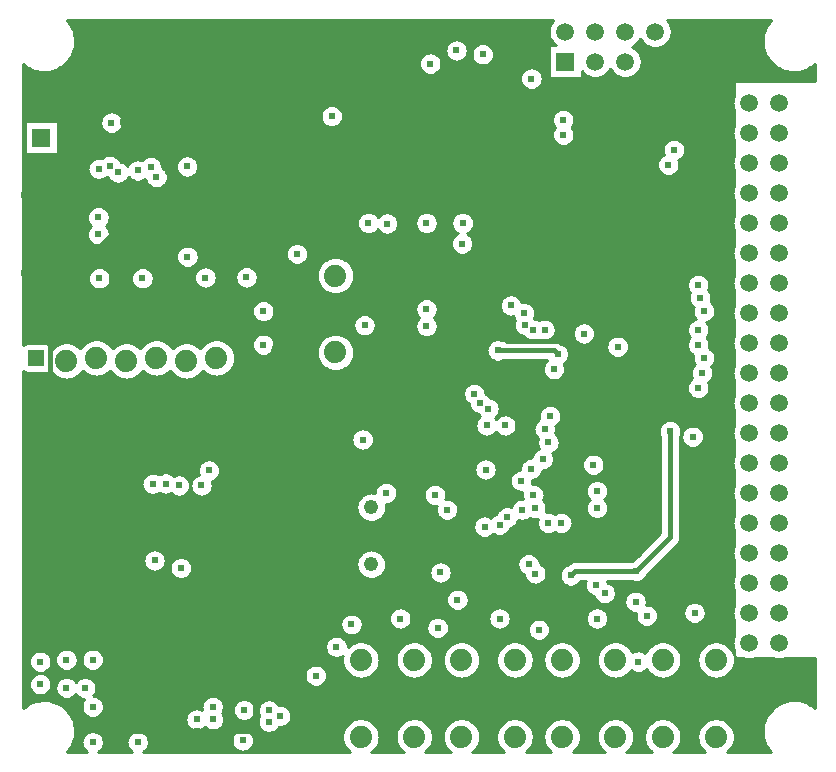
<source format=gbr>
%TF.GenerationSoftware,Novarm,DipTrace,3.2.0.1*%
%TF.CreationDate,2018-12-02T20:47:15-08:00*%
%FSLAX26Y26*%
%MOIN*%
%TF.FileFunction,Copper,L4,Bot*%
%TF.Part,Single*%
%AMOUTLINE1*
4,1,4,
0.026163,0.026163,
0.026205,-0.026121,
-0.026121,-0.026205,
-0.026163,0.026163,
0.026163,0.026163,
0*%
%TA.AperFunction,Conductor*%
%ADD17C,0.015748*%
%ADD18C,0.008*%
%TA.AperFunction,CopperBalancing*%
%ADD21C,0.01*%
%TA.AperFunction,ComponentPad*%
%ADD33R,0.059055X0.059055*%
%ADD34C,0.059055*%
%ADD38O,0.070866X0.043307*%
%ADD45C,0.074*%
%ADD62R,0.05937X0.05937*%
%ADD63C,0.05937*%
%ADD69C,0.048*%
%TA.AperFunction,ViaPad*%
%ADD70C,0.024*%
%TA.AperFunction,ComponentPad*%
%ADD150OUTLINE1*%
G75*
G01*
%LPD*%
X548502Y2275936D2*
D17*
Y2104592D1*
X556184Y2096910D1*
X668672D1*
X768662Y2196899D1*
X787683D1*
Y2193774D1*
X837404D1*
X1252987Y2240645D2*
X1287450D1*
X1352978D1*
X1287450Y2012201D2*
Y2240645D1*
Y1756201D2*
Y1835012D1*
Y2012201D1*
Y1756201D2*
Y1743915D1*
X1262360Y1718824D1*
X1160075D1*
X1168701Y1727450D1*
X756299Y2524949D2*
X787550D1*
Y2512351D1*
X931201Y2368700D1*
Y2243701D1*
Y2193774D1*
X886302D1*
X837404D1*
X1091242Y2709324D2*
X621771D1*
X484316Y2571870D1*
X1196826Y684326D2*
X1074879D1*
X1196826D2*
Y506201D1*
X1257591Y445436D1*
X1796824Y1214272D2*
Y1128407D1*
X1728075Y1059658D1*
X1315576Y887450D2*
X1583990D1*
X1696373Y999834D1*
X1728075Y1031536D1*
Y1059658D1*
X1315576Y887450D2*
X512450D1*
Y1787579D1*
X646799Y1921928D1*
X681171D1*
X824906D1*
X1331299Y846844D2*
Y818799D1*
X1196826Y684326D1*
X749696D2*
X1074879D1*
X1315576Y887450D2*
X1331299D1*
Y846844D1*
X1002314Y492840D2*
X1183465D1*
X1196826Y506201D1*
X787683Y2196899D2*
Y2250181D1*
X886302Y2193774D2*
Y2248801D1*
X887452Y2249950D1*
X887310Y2193774D2*
Y2143841D1*
X548502Y2275936D2*
X452936D1*
X448999Y2279873D1*
X458760D1*
X571807Y2392920D1*
Y2518740D1*
X518677Y2571870D1*
X484316D1*
X448999Y2020030D2*
X545377D1*
X548502Y2104592D1*
X787683Y2193774D2*
Y2143780D1*
X1831050Y1393858D2*
D18*
X1728075Y1290883D1*
D17*
Y1283021D1*
X1796824Y1214272D1*
X1062452Y2243701D2*
X931201D1*
X1156201D2*
X1062452D1*
X1156201D2*
X1249931D1*
X1252987Y2240645D1*
X819292Y1431201D2*
X718701D1*
X731071Y456457D2*
Y468861D1*
X755050Y492840D1*
X1002314D1*
X545377Y2020030D2*
X583068D1*
X681171Y1921928D1*
X1091242Y2709324D2*
X1440445D1*
X1531082Y2799961D1*
X1824801D1*
X1849798Y2824958D1*
X1912292D1*
X2062276D1*
X2093523Y2793711D1*
X2162265Y2724969D1*
Y2587483D1*
X1352978Y2240645D2*
X1421718D1*
X1524832Y2343759D1*
X1668567D1*
X1693565Y2318761D1*
X2003772Y2318550D2*
X2037067D1*
X2074774Y2356257D1*
X2003772Y2318550D2*
X1693565Y2318761D1*
X2074774Y2356257D2*
X2081024D1*
X2099772Y2375005D1*
X2287252D1*
X2293502Y2381255D1*
X2530977Y2724969D2*
Y2674974D1*
X2437236Y2581234D1*
X2168515D1*
X2162265Y2587483D1*
X2843701Y687450D2*
X2943701D1*
X2023294Y1029911D2*
X1968536Y975152D1*
X1721054D1*
X1696373Y999834D1*
X2023294Y1029911D2*
X2029544D1*
X2093523Y1093890D1*
X2243507D1*
X2312250Y1162633D1*
X2505979D1*
X2530977Y1187630D1*
X1257591Y445436D2*
Y443701D1*
X1268701D1*
X1368701Y543701D1*
X1462339D1*
X1806053D1*
X2693701D1*
X2843444Y693444D1*
Y687193D1*
X2843701Y687450D1*
X1939103Y1762570D2*
X1812302D1*
X1562328D1*
X1499835Y1825063D1*
X1297399D1*
X1287450Y1835012D1*
X1812302Y1712575D2*
Y1762570D1*
X2274753Y1750071D2*
X2231008Y1793816D1*
X2037278D1*
X2024780Y1806315D1*
X1982848D1*
X1939103Y1762570D1*
X2637215Y1525095D2*
Y1550092D1*
X2480982Y1706326D1*
X2318499D1*
X2274753Y1750071D1*
X819292Y1431201D2*
X981201D1*
X543701D2*
X718701D1*
X1462339Y500202D2*
Y543701D1*
X1806053Y502016D2*
Y543701D1*
X2468483Y1027147D2*
X2264255D1*
X2249756Y1012649D1*
X2580971Y1493848D2*
Y1139635D1*
X2468483Y1027147D1*
X2006032Y1762570D2*
X2193512D1*
X2206011Y1750071D1*
D70*
X1281108Y543948D3*
X1399845Y678309D3*
X2174950Y1456201D3*
X2680961Y1937551D3*
X2162452Y1499952D3*
X2674711Y1981297D3*
X2502855Y878288D3*
X2337247Y1293869D3*
X2687210Y1687578D3*
X2337247Y1237625D3*
X2674711Y1637583D3*
X970858Y2375912D3*
X971765Y2075037D3*
X712452Y2378164D3*
X674921Y2149952D3*
Y2206273D3*
X740540Y2356257D3*
X1562452Y1846936D3*
X548502Y2275936D3*
X837404Y2193774D3*
X1252987Y2240645D3*
X1352978D3*
X756299Y2524949D3*
X1091242Y2709324D3*
X1196826Y684326D3*
X1074879D3*
X1257591Y445436D3*
X1196826Y684326D3*
X1257591Y445436D3*
X1796824Y1214272D3*
X1728075Y1059658D3*
X1315576Y887450D3*
X1257591Y445436D3*
X681171Y1921928D3*
X1315576Y887450D3*
X824906Y1921928D3*
X1331299Y846844D3*
X1196826Y684326D3*
X749696D3*
X1331299Y846844D3*
X1002314Y492840D3*
X787683Y2250181D3*
X887452Y2249950D3*
X887310Y2143841D3*
X548502Y2275936D3*
X545377Y2020030D3*
X787683Y2143780D3*
X1831050Y1393858D3*
X1728075Y1290883D3*
X1796824Y1214272D3*
X1062452Y2243701D3*
X1156201D3*
X1062452D3*
X1156201D3*
X1252987Y2240645D3*
X819292Y1431201D3*
X718701D3*
X731071Y456457D3*
X1002314Y492840D3*
X1531082Y2799961D3*
X1091242Y2709324D3*
X1912292Y2824958D3*
X2093523Y2793711D3*
X2162265Y2587483D3*
X1524832Y2343759D3*
X1693565Y2318761D3*
X2003772Y2318550D3*
X2074774Y2356257D3*
X2003772Y2318550D3*
X2293502Y2381255D3*
X2023294Y1029911D3*
X2530977Y1187630D3*
X2023294Y1029911D3*
X1939103Y1762570D3*
X1812302Y1712575D3*
X2274753Y1750071D3*
X1939103Y1762570D3*
X2637215Y1525095D3*
X2274753Y1750071D3*
X981201Y1431201D3*
X819292D3*
X543701D3*
X1462339Y500202D3*
X1806053Y502016D3*
X1956201Y2749950D3*
X2097213Y1847213D3*
X2224759Y2481244D3*
X2156201Y1399952D3*
X1043701Y1362452D3*
X2574722Y2381255D3*
X1781201Y2718701D3*
X2093701Y1887452D3*
X656173Y575194D3*
Y731428D3*
X1156121Y462706D3*
X568683Y637688D3*
X481192Y650187D3*
X1243612Y525200D3*
X1057432Y532605D3*
X631176Y637688D3*
X949950Y1037452D3*
X481192Y724961D3*
X943701Y1312452D3*
X2131019Y1018898D3*
X2162265Y1831313D3*
X1887453Y2118701D3*
X806201Y2362452D3*
X1031777Y2005626D3*
X1768701Y1843701D3*
X849903Y2375005D3*
X1168620Y2006282D3*
X1768557Y1900055D3*
X2131019Y1237625D3*
X2674711Y1781318D3*
X2324748Y1381360D3*
X2693460Y1737572D3*
X1634196Y1287620D3*
X1556079Y1465726D3*
X868701Y2340576D3*
X1224864Y1893788D3*
Y1781318D3*
X1518583Y850166D3*
X2465576Y924952D3*
X2193512Y1700076D3*
X2405990Y1775068D3*
X1018701Y1312450D3*
X2118701Y1368701D3*
X2593470Y2431250D3*
X1868546Y2762465D3*
X2050197Y1912452D3*
X2084149Y1328240D3*
X2693806Y1893806D3*
X2362450Y953076D3*
X1243612Y562696D3*
X2362450Y953076D3*
X1871826Y931201D3*
X806158Y456457D3*
X1002314Y532604D3*
X1243612Y562696D3*
X2124769Y1281370D3*
X2674711Y1831313D3*
X2334326Y981201D3*
X1160723Y564173D3*
X1815427Y1022534D3*
X2334326Y981201D3*
X1056131Y575194D3*
X1160723Y564173D3*
X656173Y456457D3*
X1056131Y575194D3*
X2181013Y1543843D3*
X2143517Y831418D3*
X2087273Y1231376D3*
X2474732Y725420D3*
X2031029Y1512596D3*
X1946826Y1587452D3*
X1928076Y1618701D3*
X1974950Y1568700D3*
X1968847Y1512596D3*
X1962286Y1175131D3*
X1468588Y775173D3*
X1806053Y837667D3*
X2012281Y1181381D3*
X1837299Y1231376D3*
X1453076Y2543701D3*
X2468483Y1027147D3*
X2249756Y1012649D3*
X2580971Y1493848D3*
X2468483Y1027147D3*
X2006032Y1762570D3*
X2206011Y1750071D3*
X676013Y2368756D3*
X821781Y2003170D3*
X678046D3*
X718667Y2521865D3*
X2293502Y1818814D3*
X2224759Y2531239D3*
D3*
X1681066Y868914D3*
X2037278Y1206378D3*
X2012450Y868914D3*
X2174764Y1187630D3*
X2218509D3*
X2337247Y868914D3*
X2655963Y1475100D3*
X2662213Y887662D3*
X862450Y1062452D3*
X568456Y731201D3*
X856201Y1318701D3*
X2109252Y1050145D3*
X1796824Y1281201D3*
X899898Y1318866D3*
X1965551Y1365600D3*
X1337352Y2084411D3*
X1637450Y2185630D3*
X1574960Y2187452D3*
X2124769Y1831313D3*
X1637450Y2185630D3*
X1889274Y2187452D3*
X1768710D3*
X2118520Y2668725D3*
X1889274Y2187452D3*
X578890Y2854007D2*
D21*
X2183160D1*
X2578793D2*
X2908512D1*
X585141Y2844138D2*
X2178336D1*
X2583617D2*
X2902261D1*
X589984Y2834269D2*
X2175680D1*
X2586273D2*
X2897418D1*
X593597Y2824400D2*
X2174898D1*
X2587054D2*
X2893805D1*
X596137Y2814532D2*
X2175894D1*
X2586058D2*
X2891265D1*
X597680Y2804663D2*
X2178765D1*
X2583188D2*
X2889722D1*
X598246Y2794794D2*
X1848746D1*
X1888344D2*
X2183882D1*
X2478070D2*
X2483882D1*
X2578070D2*
X2889156D1*
X597894Y2784925D2*
X1837633D1*
X1899457D2*
X1941949D1*
X1970453D2*
X2192145D1*
X2469809D2*
X2492145D1*
X2569809D2*
X2889508D1*
X596566Y2775057D2*
X1832320D1*
X1904769D2*
X1927477D1*
X1984925D2*
X2174898D1*
X2455277D2*
X2506676D1*
X2555277D2*
X2890836D1*
X594261Y2765188D2*
X1830250D1*
X1906840D2*
X1921050D1*
X1991352D2*
X2174898D1*
X2469613D2*
X2893141D1*
X590882Y2755319D2*
X1772593D1*
X1789809D2*
X1830836D1*
X1906253D2*
X1918180D1*
X1994222D2*
X2174898D1*
X2477953D2*
X2896520D1*
X586332Y2745450D2*
X1754058D1*
X1808344D2*
X1834234D1*
X1902856D2*
X1918082D1*
X1994320D2*
X2174898D1*
X2483109D2*
X2901070D1*
X580414Y2735582D2*
X1746832D1*
X1815570D2*
X1841538D1*
X1895550D2*
X1920680D1*
X1991722D2*
X2174898D1*
X2486038D2*
X2906988D1*
X572816Y2725713D2*
X1743473D1*
X1818929D2*
X1860621D1*
X1876469D2*
X1926714D1*
X1985688D2*
X2174898D1*
X2487054D2*
X2914586D1*
X562973Y2715844D2*
X1742906D1*
X1819496D2*
X1939860D1*
X1972542D2*
X2174898D1*
X2486293D2*
X2924429D1*
X424710Y2705975D2*
X437672D1*
X549730D2*
X1745034D1*
X1817368D2*
X2114176D1*
X2122853D2*
X2174898D1*
X2483676D2*
X2937672D1*
X3049730D2*
X3062516D1*
X424710Y2696107D2*
X458062D1*
X529340D2*
X1750406D1*
X1811996D2*
X2092046D1*
X2145004D2*
X2174898D1*
X2478890D2*
X2958062D1*
X3029340D2*
X3062496D1*
X424710Y2686238D2*
X1761637D1*
X1800765D2*
X2084469D1*
X2152562D2*
X2174898D1*
X2371156D2*
X2390816D1*
X2471156D2*
X3062477D1*
X424710Y2676369D2*
X2080914D1*
X2156137D2*
X2174898D1*
X2287054D2*
X2304038D1*
X2357914D2*
X2404038D1*
X2457914D2*
X3062457D1*
X424710Y2666500D2*
X2080192D1*
X2156860D2*
X3062437D1*
X424710Y2656631D2*
X2082125D1*
X2154906D2*
X2793706D1*
X424710Y2646763D2*
X2087242D1*
X2149789D2*
X2793706D1*
X424710Y2636894D2*
X2097886D1*
X2139164D2*
X2793706D1*
X424710Y2627025D2*
X2793706D1*
X424710Y2617156D2*
X2793706D1*
X424710Y2607288D2*
X2791481D1*
X424710Y2597419D2*
X2788688D1*
X424710Y2587550D2*
X2787769D1*
X424710Y2577681D2*
X1436461D1*
X1469692D2*
X2788649D1*
X424710Y2567813D2*
X1423492D1*
X1482660D2*
X2215933D1*
X2233578D2*
X2791402D1*
X424710Y2557944D2*
X707809D1*
X729516D2*
X1417496D1*
X1488656D2*
X2197574D1*
X2251937D2*
X2793706D1*
X424710Y2548075D2*
X690992D1*
X746352D2*
X1414937D1*
X1491214D2*
X2190368D1*
X2259164D2*
X2793706D1*
X424710Y2538206D2*
X684020D1*
X753305D2*
X1415074D1*
X1491078D2*
X2187008D1*
X2262504D2*
X2793706D1*
X424710Y2528337D2*
X680836D1*
X756508D2*
X1417984D1*
X1488168D2*
X2186481D1*
X2263050D2*
X2793706D1*
X540238Y2518469D2*
X680425D1*
X756918D2*
X1424469D1*
X1481684D2*
X2188609D1*
X2260902D2*
X2793706D1*
X540238Y2508600D2*
X682692D1*
X754633D2*
X1439176D1*
X1466996D2*
X2193981D1*
X2255532D2*
X2792008D1*
X540238Y2498731D2*
X688277D1*
X749046D2*
X2190700D1*
X2258813D2*
X2788941D1*
X540238Y2488862D2*
X700074D1*
X737269D2*
X2187145D1*
X2262368D2*
X2787789D1*
X540238Y2478994D2*
X2186421D1*
X2263089D2*
X2788433D1*
X540238Y2469125D2*
X2188374D1*
X2261137D2*
X2790914D1*
X540238Y2459256D2*
X2193512D1*
X2256020D2*
X2567692D1*
X2619261D2*
X2793706D1*
X540238Y2449387D2*
X2204156D1*
X2245356D2*
X2559761D1*
X2627172D2*
X2793706D1*
X540238Y2439519D2*
X2555992D1*
X2630941D2*
X2793706D1*
X540238Y2429650D2*
X2555113D1*
X2631840D2*
X2793706D1*
X540238Y2419781D2*
X2556870D1*
X2630062D2*
X2793706D1*
X424710Y2409912D2*
X691676D1*
X733226D2*
X835484D1*
X864320D2*
X954273D1*
X987445D2*
X2549684D1*
X2625180D2*
X2792574D1*
X424710Y2400044D2*
X654528D1*
X743793D2*
X821129D1*
X878696D2*
X941285D1*
X1000433D2*
X2541382D1*
X2615082D2*
X2789234D1*
X424710Y2390175D2*
X644352D1*
X757309D2*
X780093D1*
X885082D2*
X935289D1*
X1006429D2*
X2537398D1*
X2612034D2*
X2787848D1*
X424710Y2380306D2*
X639449D1*
X887933D2*
X932710D1*
X1009008D2*
X2536344D1*
X2613109D2*
X2788238D1*
X424710Y2370437D2*
X637652D1*
X892210D2*
X932868D1*
X1008852D2*
X2537925D1*
X2611528D2*
X2790484D1*
X424710Y2360568D2*
X638512D1*
X901313D2*
X935757D1*
X1005961D2*
X2542554D1*
X2606878D2*
X2793706D1*
X424710Y2350700D2*
X642261D1*
X905706D2*
X942242D1*
X999477D2*
X2552164D1*
X2597289D2*
X2793706D1*
X424710Y2340831D2*
X650133D1*
X907093D2*
X956890D1*
X984828D2*
X2793706D1*
X424710Y2330962D2*
X711988D1*
X769086D2*
X785016D1*
X905844D2*
X2793706D1*
X424710Y2321093D2*
X726793D1*
X754281D2*
X835777D1*
X901625D2*
X2793706D1*
X424710Y2311225D2*
X844528D1*
X892874D2*
X2793180D1*
X424710Y2301356D2*
X2789566D1*
X424710Y2291487D2*
X2787925D1*
X424710Y2281618D2*
X2788082D1*
X424710Y2271750D2*
X2790074D1*
X424710Y2261881D2*
X2793706D1*
X424710Y2252012D2*
X2793706D1*
X424710Y2242143D2*
X663336D1*
X686508D2*
X2793706D1*
X424710Y2232274D2*
X647046D1*
X702797D2*
X2793706D1*
X424710Y2222406D2*
X640172D1*
X709672D2*
X1560660D1*
X1589261D2*
X1629645D1*
X1645257D2*
X1754410D1*
X1783012D2*
X1874977D1*
X1903578D2*
X2793706D1*
X424710Y2212537D2*
X637046D1*
X712797D2*
X1546226D1*
X1603696D2*
X1610465D1*
X1664418D2*
X1739977D1*
X1797445D2*
X1860542D1*
X1918012D2*
X2793706D1*
X424710Y2202668D2*
X636696D1*
X713149D2*
X1539801D1*
X1671742D2*
X1733550D1*
X1803870D2*
X1854117D1*
X1924437D2*
X2789918D1*
X424710Y2192799D2*
X639038D1*
X710805D2*
X1536949D1*
X1675160D2*
X1730700D1*
X1806722D2*
X1851265D1*
X1927289D2*
X2788042D1*
X424710Y2182931D2*
X644702D1*
X705141D2*
X1536832D1*
X1675746D2*
X1730582D1*
X1806840D2*
X1851149D1*
X1927406D2*
X2787965D1*
X424710Y2173062D2*
X644508D1*
X705336D2*
X1539429D1*
X1673676D2*
X1733180D1*
X1804222D2*
X1853746D1*
X1924789D2*
X2789684D1*
X424710Y2163193D2*
X638941D1*
X710902D2*
X1545504D1*
X1668364D2*
X1739253D1*
X1798168D2*
X1859801D1*
X1918734D2*
X2793414D1*
X424710Y2153324D2*
X636676D1*
X713168D2*
X1558668D1*
X1591253D2*
X1617613D1*
X1657289D2*
X1752418D1*
X1785004D2*
X1872320D1*
X1905570D2*
X2793706D1*
X424710Y2143456D2*
X637086D1*
X712757D2*
X1858414D1*
X1916488D2*
X2793706D1*
X424710Y2133587D2*
X640289D1*
X709554D2*
X1852145D1*
X1922757D2*
X2793706D1*
X424710Y2123718D2*
X647261D1*
X702582D2*
X1849390D1*
X1925512D2*
X2793706D1*
X424710Y2113849D2*
X664156D1*
X685688D2*
X1313277D1*
X1361429D2*
X1849370D1*
X1925532D2*
X2793706D1*
X424710Y2103981D2*
X947086D1*
X996449D2*
X1304488D1*
X1370218D2*
X1852066D1*
X1922836D2*
X2790328D1*
X424710Y2094112D2*
X938589D1*
X1004925D2*
X1300230D1*
X1374477D2*
X1858277D1*
X1916625D2*
X2788180D1*
X424710Y2084243D2*
X934508D1*
X1009008D2*
X1298961D1*
X1375746D2*
X1871910D1*
X1902992D2*
X2787868D1*
X424710Y2074374D2*
X933374D1*
X1010160D2*
X1300328D1*
X1374378D2*
X1459137D1*
X1471761D2*
X2789352D1*
X424710Y2064505D2*
X934878D1*
X1008656D2*
X1304684D1*
X1370024D2*
X1430425D1*
X1500473D2*
X2792789D1*
X424710Y2054637D2*
X939410D1*
X1004105D2*
X1313726D1*
X1360981D2*
X1418706D1*
X1512192D2*
X2793706D1*
X424710Y2044768D2*
X948805D1*
X994730D2*
X1411226D1*
X1519672D2*
X2793706D1*
X424710Y2034899D2*
X657242D1*
X698852D2*
X800992D1*
X842582D2*
X1007496D1*
X1056058D2*
X1143532D1*
X1193696D2*
X1406324D1*
X1524574D2*
X2793706D1*
X424710Y2025030D2*
X646696D1*
X709398D2*
X790425D1*
X853129D2*
X998805D1*
X1064750D2*
X1135250D1*
X1201977D2*
X1403374D1*
X1527524D2*
X2793706D1*
X424710Y2015162D2*
X641617D1*
X714477D2*
X785348D1*
X858206D2*
X994605D1*
X1068949D2*
X1131285D1*
X1205941D2*
X1402125D1*
X1528773D2*
X2657848D1*
X2691586D2*
X2793706D1*
X424710Y2005293D2*
X639702D1*
X716390D2*
X783433D1*
X860121D2*
X993374D1*
X1070180D2*
X1130230D1*
X1207016D2*
X1402437D1*
X1528461D2*
X2645016D1*
X2704398D2*
X2790757D1*
X424710Y1995424D2*
X640465D1*
X715629D2*
X784196D1*
X859378D2*
X994801D1*
X1068753D2*
X1131832D1*
X1205414D2*
X1404352D1*
X1526546D2*
X2639078D1*
X2710336D2*
X2788356D1*
X424710Y1985555D2*
X644058D1*
X712034D2*
X787789D1*
X855765D2*
X999214D1*
X1064340D2*
X1136481D1*
X1200746D2*
X1408024D1*
X1522874D2*
X2636558D1*
X2712874D2*
X2787809D1*
X424710Y1975687D2*
X651676D1*
X704418D2*
X795406D1*
X848149D2*
X1008356D1*
X1055200D2*
X1146109D1*
X1191137D2*
X1413844D1*
X1517054D2*
X2636734D1*
X2712680D2*
X2789038D1*
X424710Y1965818D2*
X675152D1*
X680941D2*
X1422710D1*
X1508188D2*
X2639664D1*
X2709750D2*
X2792202D1*
X424710Y1955949D2*
X1437437D1*
X1493461D2*
X2646206D1*
X2714516D2*
X2793706D1*
X424710Y1946080D2*
X2032828D1*
X2067562D2*
X2643550D1*
X2718382D2*
X2793706D1*
X424710Y1936211D2*
X1757984D1*
X1779125D2*
X2020309D1*
X2080082D2*
X2642593D1*
X2719340D2*
X2793706D1*
X424710Y1926343D2*
X1205445D1*
X1244281D2*
X1740953D1*
X1796156D2*
X2014469D1*
X2085921D2*
X2644273D1*
X2717641D2*
X2793706D1*
X424710Y1916474D2*
X1194137D1*
X1255589D2*
X1733961D1*
X1803168D2*
X2012008D1*
X2118285D2*
X2649058D1*
X2724554D2*
X2793706D1*
X424710Y1906605D2*
X1188726D1*
X1261000D2*
X1730738D1*
X1806370D2*
X2012261D1*
X2126820D2*
X2657672D1*
X2729945D2*
X2791226D1*
X424710Y1896736D2*
X1186578D1*
X1263149D2*
X1730309D1*
X1806801D2*
X2015250D1*
X2130921D2*
X2655524D1*
X2732093D2*
X2788570D1*
X424710Y1886868D2*
X1187105D1*
X1262621D2*
X1732554D1*
X1804554D2*
X2021910D1*
X2132093D2*
X2656050D1*
X2731566D2*
X2787769D1*
X424710Y1876999D2*
X1190445D1*
X1259281D2*
X1539196D1*
X1585706D2*
X1738101D1*
X1799008D2*
X2037281D1*
X2130609D2*
X2659390D1*
X2728226D2*
X2788785D1*
X424710Y1867130D2*
X1197633D1*
X1252093D2*
X1529977D1*
X1594925D2*
X1738550D1*
X1798852D2*
X2061305D1*
X2136528D2*
X2150504D1*
X2174028D2*
X2662945D1*
X2721020D2*
X2791676D1*
X424710Y1857261D2*
X1215836D1*
X1233910D2*
X1525504D1*
X1599398D2*
X1732848D1*
X1804554D2*
X2060192D1*
X2190200D2*
X2646773D1*
X2702757D2*
X2793706D1*
X424710Y1847393D2*
X1524058D1*
X1600844D2*
X1730484D1*
X1806918D2*
X2058805D1*
X2197034D2*
X2268374D1*
X2318617D2*
X2639937D1*
X2709477D2*
X2793706D1*
X424710Y1837524D2*
X1525250D1*
X1599652D2*
X1730816D1*
X1806586D2*
X2060093D1*
X2200141D2*
X2260113D1*
X2326878D2*
X2636832D1*
X2712601D2*
X2793706D1*
X424710Y1827655D2*
X1529410D1*
X1595492D2*
X1733921D1*
X1803481D2*
X2064332D1*
X2200492D2*
X2256168D1*
X2330844D2*
X2636500D1*
X2712933D2*
X2793706D1*
X424710Y1817786D2*
X1215562D1*
X1234164D2*
X1454390D1*
X1476508D2*
X1538024D1*
X1586878D2*
X1740738D1*
X1796664D2*
X2073121D1*
X2198129D2*
X2255113D1*
X2331878D2*
X2638844D1*
X2710570D2*
X2793706D1*
X424710Y1807918D2*
X1197574D1*
X1252152D2*
X1429528D1*
X1501370D2*
X1756832D1*
X1780570D2*
X2094586D1*
X2192445D2*
X2256714D1*
X2330277D2*
X2387105D1*
X2424868D2*
X2644528D1*
X2704886D2*
X2791734D1*
X424710Y1798049D2*
X652809D1*
X684593D2*
X852809D1*
X884593D2*
X1052809D1*
X1084593D2*
X1190406D1*
X1259320D2*
X1418160D1*
X1512738D2*
X1993200D1*
X2018870D2*
X2106676D1*
X2180356D2*
X2261402D1*
X2325609D2*
X2375484D1*
X2436488D2*
X2640269D1*
X2709164D2*
X2788805D1*
X424710Y1788180D2*
X435093D1*
X502309D2*
X553356D1*
X584046D2*
X631364D1*
X706038D2*
X753356D1*
X784046D2*
X831364D1*
X906038D2*
X953356D1*
X984046D2*
X1031364D1*
X1106038D2*
X1187105D1*
X1262621D2*
X1410874D1*
X1520024D2*
X1977769D1*
X2215746D2*
X2271050D1*
X2315961D2*
X2369957D1*
X2442016D2*
X2636949D1*
X2712484D2*
X2787769D1*
X516586Y1778311D2*
X531558D1*
X605844D2*
X620542D1*
X716860D2*
X731558D1*
X805844D2*
X820542D1*
X916860D2*
X931558D1*
X1005844D2*
X1020542D1*
X1116860D2*
X1186578D1*
X1263149D2*
X1406089D1*
X1524809D2*
X1971109D1*
X2231528D2*
X2367730D1*
X2444242D2*
X2636441D1*
X2712992D2*
X2788532D1*
X1123852Y1768442D2*
X1188746D1*
X1260981D2*
X1403257D1*
X1527641D2*
X1968101D1*
X2239593D2*
X2368180D1*
X2443793D2*
X2638589D1*
X2715570D2*
X2791168D1*
X1128421Y1758574D2*
X1194176D1*
X1255550D2*
X1402086D1*
X1528813D2*
X1967848D1*
X2243421D2*
X2371421D1*
X2440550D2*
X2644020D1*
X2725414D2*
X2793706D1*
X1131078Y1748705D2*
X1205562D1*
X1244164D2*
X1402496D1*
X1528402D2*
X1970289D1*
X2244378D2*
X2378453D1*
X2433520D2*
X2655406D1*
X2730160D2*
X2793706D1*
X1132093Y1738836D2*
X1404508D1*
X1526390D2*
X1976129D1*
X2242680D2*
X2395718D1*
X2416253D2*
X2655074D1*
X2731840D2*
X2793706D1*
X1131528Y1728967D2*
X1408316D1*
X1522601D2*
X1988609D1*
X2023461D2*
X2168765D1*
X2237894D2*
X2656070D1*
X2730864D2*
X2793706D1*
X1129340Y1719099D2*
X1414273D1*
X1516625D2*
X2160309D1*
X2227973D2*
X2659937D1*
X2726977D2*
X2793706D1*
X1125356Y1709230D2*
X1423374D1*
X1507524D2*
X2156246D1*
X2230765D2*
X2655718D1*
X2718870D2*
X2792281D1*
X1119125Y1699361D2*
X1438706D1*
X1492192D2*
X2155113D1*
X2231898D2*
X2650718D1*
X2723714D2*
X2789078D1*
X508870Y1689492D2*
X518180D1*
X619222D2*
X627769D1*
X709633D2*
X718180D1*
X819222D2*
X827769D1*
X909633D2*
X918180D1*
X1019222D2*
X1027769D1*
X1109633D2*
X2156637D1*
X2230374D2*
X2648864D1*
X2725570D2*
X2787809D1*
X424710Y1679624D2*
X527613D1*
X609789D2*
X644253D1*
X693149D2*
X727613D1*
X809789D2*
X844253D1*
X893149D2*
X927613D1*
X1009789D2*
X1044253D1*
X1093149D2*
X2161206D1*
X2225824D2*
X2649664D1*
X2724750D2*
X2788336D1*
X424710Y1669755D2*
X543941D1*
X593461D2*
X743941D1*
X793461D2*
X943941D1*
X993461D2*
X2170621D1*
X2216410D2*
X2653336D1*
X2721097D2*
X2790700D1*
X424710Y1659886D2*
X2643688D1*
X2713344D2*
X2793706D1*
X424710Y1650017D2*
X1906637D1*
X1949516D2*
X2638433D1*
X2710981D2*
X2793706D1*
X424710Y1640149D2*
X1896441D1*
X1959710D2*
X2636402D1*
X2713032D2*
X2793706D1*
X424710Y1630280D2*
X1891520D1*
X1964633D2*
X2637028D1*
X2712386D2*
X2793706D1*
X424710Y1620411D2*
X1889722D1*
X1966429D2*
X2640484D1*
X2708929D2*
X2793706D1*
X424710Y1610542D2*
X1890582D1*
X1977250D2*
X2647868D1*
X2701546D2*
X2792868D1*
X424710Y1600673D2*
X1894313D1*
X1995356D2*
X2667672D1*
X2681742D2*
X2789390D1*
X424710Y1590805D2*
X1902164D1*
X2006117D2*
X2787868D1*
X424710Y1580936D2*
X1909000D1*
X2011293D2*
X2175230D1*
X2186801D2*
X2788160D1*
X424710Y1571067D2*
X1912202D1*
X2013285D2*
X2154370D1*
X2207660D2*
X2790269D1*
X424710Y1561198D2*
X1919196D1*
X2012582D2*
X2146890D1*
X2215141D2*
X2793706D1*
X424710Y1551330D2*
X1936129D1*
X2009066D2*
X2143374D1*
X2218656D2*
X2793706D1*
X424710Y1541461D2*
X1944058D1*
X2055805D2*
X2142692D1*
X2219340D2*
X2793706D1*
X424710Y1531592D2*
X1935621D1*
X2064242D2*
X2141520D1*
X2217348D2*
X2793706D1*
X424710Y1521723D2*
X1931578D1*
X2068305D2*
X2131050D1*
X2212172D2*
X2555034D1*
X2606898D2*
X2793706D1*
X424710Y1511855D2*
X1930445D1*
X2069418D2*
X2125992D1*
X2201390D2*
X2547184D1*
X2614750D2*
X2648042D1*
X2663890D2*
X2793492D1*
X424710Y1501986D2*
X1545914D1*
X1566234D2*
X1931988D1*
X2067894D2*
X2124097D1*
X2200805D2*
X2543473D1*
X2618481D2*
X2628961D1*
X2682953D2*
X2789722D1*
X424710Y1492117D2*
X1528570D1*
X1583578D2*
X1936558D1*
X2063324D2*
X2124878D1*
X2200024D2*
X2542613D1*
X2690277D2*
X2787965D1*
X424710Y1482248D2*
X1521520D1*
X1590629D2*
X1945992D1*
X1991702D2*
X2008180D1*
X2053890D2*
X2128512D1*
X2202797D2*
X2544410D1*
X2693676D2*
X2788024D1*
X424710Y1472379D2*
X1518277D1*
X1593890D2*
X2136188D1*
X2209672D2*
X2546696D1*
X2694261D2*
X2789878D1*
X424710Y1462511D2*
X1517809D1*
X1594340D2*
X2137086D1*
X2212816D2*
X2546696D1*
X2692172D2*
X2793706D1*
X424710Y1452642D2*
X1520034D1*
X1592113D2*
X2136714D1*
X2213188D2*
X2546696D1*
X2615238D2*
X2625054D1*
X2686878D2*
X2793706D1*
X424710Y1442773D2*
X1525542D1*
X1586605D2*
X2139038D1*
X2210864D2*
X2546696D1*
X2615238D2*
X2636149D1*
X2675765D2*
X2793706D1*
X424710Y1432904D2*
X1537145D1*
X1575004D2*
X2137516D1*
X2205200D2*
X2546696D1*
X2615238D2*
X2793706D1*
X424710Y1423036D2*
X2125777D1*
X2193246D2*
X2546696D1*
X2615238D2*
X2793706D1*
X424710Y1413167D2*
X2120210D1*
X2192192D2*
X2304078D1*
X2345414D2*
X2546696D1*
X2615238D2*
X2793706D1*
X424710Y1403298D2*
X2103492D1*
X2194457D2*
X2293453D1*
X2356038D2*
X2546696D1*
X2615238D2*
X2790113D1*
X424710Y1393429D2*
X1021753D1*
X1065649D2*
X1939566D1*
X1991546D2*
X2089645D1*
X2194028D2*
X2288356D1*
X2361156D2*
X2546696D1*
X2615238D2*
X2788101D1*
X424710Y1383561D2*
X1011832D1*
X1075570D2*
X1931753D1*
X1999360D2*
X2083374D1*
X2190824D2*
X2286421D1*
X2363089D2*
X2546696D1*
X2615238D2*
X2787906D1*
X424710Y1373692D2*
X1007028D1*
X1080374D2*
X1928042D1*
X2003070D2*
X2080641D1*
X2183832D2*
X2287145D1*
X2362348D2*
X2546696D1*
X2615238D2*
X2789528D1*
X424710Y1363823D2*
X1005328D1*
X1082074D2*
X1927202D1*
X2003910D2*
X2071637D1*
X2166878D2*
X2290718D1*
X2358773D2*
X2546696D1*
X2615238D2*
X2793121D1*
X424710Y1353954D2*
X842710D1*
X869692D2*
X885953D1*
X913852D2*
X1006285D1*
X1081117D2*
X1929020D1*
X2002093D2*
X2055992D1*
X2154066D2*
X2298297D1*
X2351196D2*
X2546696D1*
X2615238D2*
X2793706D1*
X424710Y1344086D2*
X827730D1*
X964652D2*
X997750D1*
X1077289D2*
X1933961D1*
X1997152D2*
X2049273D1*
X2147856D2*
X2320680D1*
X2328810D2*
X2546696D1*
X2615238D2*
X2793706D1*
X424710Y1334217D2*
X821168D1*
X975121D2*
X987281D1*
X1069222D2*
X1944214D1*
X1986898D2*
X2046226D1*
X2134184D2*
X2546696D1*
X2615238D2*
X2793706D1*
X424710Y1324348D2*
X818238D1*
X1055160D2*
X1626149D1*
X1642250D2*
X2045953D1*
X2122348D2*
X2314566D1*
X2359925D2*
X2546696D1*
X2615238D2*
X2793706D1*
X424710Y1314479D2*
X818042D1*
X1057054D2*
X1607164D1*
X1661214D2*
X1778765D1*
X1814886D2*
X2048374D1*
X2143168D2*
X2305034D1*
X2369457D2*
X2546696D1*
X2615238D2*
X2793706D1*
X424710Y1304610D2*
X820562D1*
X1056273D2*
X1599878D1*
X1668520D2*
X1766656D1*
X1826996D2*
X2054156D1*
X2155062D2*
X2300425D1*
X2374066D2*
X2546696D1*
X2615238D2*
X2790524D1*
X424710Y1294742D2*
X826481D1*
X977641D2*
X984761D1*
X1052641D2*
X1596481D1*
X1671918D2*
X1760953D1*
X1832680D2*
X2066520D1*
X2160706D2*
X2298864D1*
X2375629D2*
X2546696D1*
X2615238D2*
X2788257D1*
X424710Y1284873D2*
X839253D1*
X873149D2*
X883297D1*
X969965D2*
X992437D1*
X1044965D2*
X1562769D1*
X1672504D2*
X1758609D1*
X1835042D2*
X2086538D1*
X2163012D2*
X2299937D1*
X2374554D2*
X2546696D1*
X2615238D2*
X2787828D1*
X424710Y1275004D2*
X1548512D1*
X1670394D2*
X1758941D1*
X1834710D2*
X2086910D1*
X2162621D2*
X2303961D1*
X2370532D2*
X2546696D1*
X2615238D2*
X2789196D1*
X424710Y1265135D2*
X1540816D1*
X1665082D2*
X1762046D1*
X1854398D2*
X2070172D1*
X2159457D2*
X2310914D1*
X2363578D2*
X2546696D1*
X2615238D2*
X2792516D1*
X424710Y1255267D2*
X1536364D1*
X1653949D2*
X1768882D1*
X1867074D2*
X2057496D1*
X2165004D2*
X2303277D1*
X2371234D2*
X2546696D1*
X2615238D2*
X2793706D1*
X424710Y1245398D2*
X1534234D1*
X1634418D2*
X1785016D1*
X1872973D2*
X2051597D1*
X2168597D2*
X2299664D1*
X2374828D2*
X2546696D1*
X2615238D2*
X2793706D1*
X424710Y1235529D2*
X1534117D1*
X1634534D2*
X1799137D1*
X1875473D2*
X2012848D1*
X2169360D2*
X2298902D1*
X2375589D2*
X2546696D1*
X2615238D2*
X2793706D1*
X424710Y1225660D2*
X1536032D1*
X1632621D2*
X1799332D1*
X1875257D2*
X2004234D1*
X2167445D2*
X2300816D1*
X2373676D2*
X2546696D1*
X2615238D2*
X2793706D1*
X424710Y1215792D2*
X1540230D1*
X1628421D2*
X1802301D1*
X1872289D2*
X1996637D1*
X2244125D2*
X2305874D1*
X2368617D2*
X2546696D1*
X2615238D2*
X2793706D1*
X424710Y1205923D2*
X1547516D1*
X1621137D2*
X1808902D1*
X1865706D2*
X1940054D1*
X2252133D2*
X2316402D1*
X2358089D2*
X2546696D1*
X2615238D2*
X2790973D1*
X424710Y1196054D2*
X1560680D1*
X1607973D2*
X1824000D1*
X1850589D2*
X1930289D1*
X2100570D2*
X2137320D1*
X2255941D2*
X2546696D1*
X2615238D2*
X2788453D1*
X424710Y1186185D2*
X1925562D1*
X2069750D2*
X2136382D1*
X2256878D2*
X2546696D1*
X2615238D2*
X2787789D1*
X424710Y1176316D2*
X1923902D1*
X2060532D2*
X2138121D1*
X2255160D2*
X2546696D1*
X2615238D2*
X2788921D1*
X424710Y1166448D2*
X1924918D1*
X2047562D2*
X2142945D1*
X2250336D2*
X2546696D1*
X2615238D2*
X2791949D1*
X424710Y1156579D2*
X1928805D1*
X2041273D2*
X2152925D1*
X2240356D2*
X2546696D1*
X2615238D2*
X2793706D1*
X424710Y1146710D2*
X1936969D1*
X1987601D2*
X1997261D1*
X2027309D2*
X2539996D1*
X2615238D2*
X2793706D1*
X424710Y1136841D2*
X2530113D1*
X2615121D2*
X2793706D1*
X424710Y1126973D2*
X2520250D1*
X2612738D2*
X2793706D1*
X424710Y1117104D2*
X2510386D1*
X2606449D2*
X2793706D1*
X424710Y1107235D2*
X2500524D1*
X2596625D2*
X2791461D1*
X424710Y1097366D2*
X848042D1*
X876860D2*
X1569449D1*
X1599202D2*
X2490641D1*
X2586761D2*
X2788668D1*
X424710Y1087498D2*
X833668D1*
X891234D2*
X1551226D1*
X1617425D2*
X2106382D1*
X2112122D2*
X2480777D1*
X2576898D2*
X2787769D1*
X424710Y1077629D2*
X827261D1*
X897641D2*
X1542398D1*
X1626253D2*
X2082886D1*
X2135609D2*
X2470914D1*
X2567016D2*
X2788668D1*
X424710Y1067760D2*
X824429D1*
X900473D2*
X927046D1*
X972856D2*
X1537242D1*
X1631410D2*
X2075269D1*
X2143246D2*
X2461032D1*
X2557152D2*
X2791421D1*
X424710Y1057891D2*
X824332D1*
X900570D2*
X917633D1*
X982269D2*
X1534566D1*
X1634086D2*
X1802242D1*
X1828617D2*
X2071656D1*
X2146840D2*
X2250524D1*
X2547289D2*
X2793706D1*
X424710Y1048023D2*
X826949D1*
X897953D2*
X913082D1*
X986820D2*
X1533961D1*
X1634692D2*
X1787066D1*
X1843793D2*
X2070914D1*
X2155473D2*
X2236617D1*
X2537406D2*
X2793706D1*
X424710Y1038154D2*
X833024D1*
X891878D2*
X911558D1*
X988344D2*
X1535348D1*
X1633305D2*
X1780445D1*
X1850414D2*
X2072828D1*
X2164086D2*
X2221402D1*
X2527542D2*
X2793706D1*
X424710Y1028285D2*
X846246D1*
X878656D2*
X912692D1*
X987210D2*
X1538941D1*
X1629710D2*
X1777477D1*
X1853382D2*
X2077906D1*
X2168226D2*
X2214781D1*
X2517680D2*
X2793706D1*
X424710Y1018416D2*
X916753D1*
X983149D2*
X1545309D1*
X1623344D2*
X1777261D1*
X1853597D2*
X2088453D1*
X2169418D2*
X2211813D1*
X2507816D2*
X2793706D1*
X424710Y1008547D2*
X925210D1*
X974692D2*
X1556382D1*
X1612269D2*
X1779742D1*
X1851117D2*
X2094078D1*
X2167953D2*
X2211578D1*
X2501937D2*
X2791988D1*
X424710Y998679D2*
X1785621D1*
X1845238D2*
X2098550D1*
X2163481D2*
X2214058D1*
X2493734D2*
X2788941D1*
X424710Y988810D2*
X1798257D1*
X1832601D2*
X2107809D1*
X2154242D2*
X2219937D1*
X2279574D2*
X2296714D1*
X2374496D2*
X2787789D1*
X424710Y978941D2*
X2232554D1*
X2266957D2*
X2295992D1*
X2390473D2*
X2788433D1*
X424710Y969072D2*
X2297945D1*
X2397250D2*
X2790933D1*
X424710Y959204D2*
X1846032D1*
X1897621D2*
X2303082D1*
X2400336D2*
X2449566D1*
X2481586D2*
X2793706D1*
X424710Y949335D2*
X1838121D1*
X1905532D2*
X2313746D1*
X2400668D2*
X2436226D1*
X2494925D2*
X2793706D1*
X424710Y939466D2*
X1834352D1*
X1909301D2*
X2326617D1*
X2398285D2*
X2430113D1*
X2501038D2*
X2793706D1*
X424710Y929597D2*
X1833453D1*
X1910200D2*
X2332340D1*
X2392562D2*
X2427457D1*
X2503696D2*
X2793706D1*
X424710Y919729D2*
X1835230D1*
X1908421D2*
X2344528D1*
X2380374D2*
X2427534D1*
X2503617D2*
X2641969D1*
X2682465D2*
X2793706D1*
X424710Y909860D2*
X1840113D1*
X1903538D2*
X2430348D1*
X2523910D2*
X2631109D1*
X2693305D2*
X2792554D1*
X424710Y899991D2*
X1659253D1*
X1702874D2*
X1850210D1*
X1893441D2*
X1990641D1*
X2034261D2*
X2315445D1*
X2359046D2*
X2436734D1*
X2534320D2*
X2625894D1*
X2698520D2*
X2789214D1*
X424710Y890122D2*
X1649253D1*
X1712874D2*
X1980641D1*
X2044261D2*
X2305445D1*
X2369046D2*
X2450953D1*
X2539340D2*
X2623902D1*
X2700532D2*
X2787848D1*
X424710Y880253D2*
X1495368D1*
X1541801D2*
X1644429D1*
X1717700D2*
X1975816D1*
X2049086D2*
X2300601D1*
X2373890D2*
X2464508D1*
X2541196D2*
X2624546D1*
X2699868D2*
X2788238D1*
X424710Y870385D2*
X1486129D1*
X1551038D2*
X1642692D1*
X1719437D2*
X1786929D1*
X1825180D2*
X1974078D1*
X2050824D2*
X2298882D1*
X2375609D2*
X2465309D1*
X2540414D2*
X2628042D1*
X2696390D2*
X2790484D1*
X424710Y860516D2*
X1481637D1*
X1555532D2*
X1643629D1*
X1718520D2*
X1775445D1*
X1836664D2*
X1974996D1*
X2049886D2*
X2119020D1*
X2168012D2*
X2299801D1*
X2374692D2*
X2468941D1*
X2536761D2*
X2635484D1*
X2688949D2*
X2793706D1*
X424710Y850647D2*
X1480192D1*
X1556977D2*
X1647437D1*
X1714710D2*
X1769977D1*
X1842133D2*
X1978824D1*
X2046078D2*
X2110445D1*
X2176586D2*
X2303609D1*
X2370882D2*
X2476656D1*
X2529046D2*
X2655856D1*
X2668578D2*
X2793706D1*
X424710Y840778D2*
X1481382D1*
X1555785D2*
X1655425D1*
X1706702D2*
X1767789D1*
X1844320D2*
X1986813D1*
X2038089D2*
X2106305D1*
X2180726D2*
X2311597D1*
X2362894D2*
X2793706D1*
X424710Y830910D2*
X1485524D1*
X1551645D2*
X1768277D1*
X1843832D2*
X2105113D1*
X2181918D2*
X2793706D1*
X424710Y821041D2*
X1494117D1*
X1543050D2*
X1771558D1*
X1840550D2*
X2106578D1*
X2180453D2*
X2793706D1*
X424710Y811172D2*
X1457437D1*
X1479730D2*
X1778649D1*
X1833441D2*
X2111070D1*
X2175961D2*
X2793160D1*
X424710Y801303D2*
X1440836D1*
X1496352D2*
X1796305D1*
X1815805D2*
X2120348D1*
X2166702D2*
X2789546D1*
X424710Y791435D2*
X1433902D1*
X1503265D2*
X1533609D1*
X1566293D2*
X1711597D1*
X1744301D2*
X1869020D1*
X1901702D2*
X2047028D1*
X2079710D2*
X2204449D1*
X2237133D2*
X2382437D1*
X2415121D2*
X2539860D1*
X2572542D2*
X2717868D1*
X2750550D2*
X2787925D1*
X424710Y781566D2*
X1430738D1*
X1506429D2*
X1512458D1*
X1587445D2*
X1690465D1*
X1765453D2*
X1847868D1*
X1922856D2*
X2025874D1*
X2100864D2*
X2183297D1*
X2258285D2*
X2361285D1*
X2436273D2*
X2518706D1*
X2593696D2*
X2696714D1*
X2771702D2*
X2788082D1*
X424710Y771697D2*
X1430348D1*
X1598206D2*
X1679684D1*
X1776214D2*
X1837105D1*
X1933637D2*
X2015113D1*
X2111625D2*
X2172516D1*
X2269046D2*
X2350524D1*
X2447034D2*
X2507945D1*
X2604457D2*
X2685933D1*
X2782465D2*
X2790074D1*
X424710Y761828D2*
X473902D1*
X488481D2*
X545992D1*
X590921D2*
X633394D1*
X678949D2*
X1432652D1*
X1605180D2*
X1672730D1*
X1783168D2*
X1830152D1*
X1940589D2*
X2008141D1*
X2118597D2*
X2165562D1*
X2276000D2*
X2343550D1*
X2454008D2*
X2465172D1*
X2484281D2*
X2500973D1*
X2611429D2*
X2678981D1*
X424710Y751960D2*
X454313D1*
X508070D2*
X536344D1*
X600570D2*
X623921D1*
X688441D2*
X1438257D1*
X1609710D2*
X1668200D1*
X1787700D2*
X1825601D1*
X1945121D2*
X2003609D1*
X2123129D2*
X2161032D1*
X2280532D2*
X2339020D1*
X2615961D2*
X2674449D1*
X424710Y742091D2*
X446949D1*
X515433D2*
X531676D1*
X605238D2*
X619332D1*
X693012D2*
X1450152D1*
X1612348D2*
X1665562D1*
X1790356D2*
X1822965D1*
X1947757D2*
X2000973D1*
X2125765D2*
X2158394D1*
X2283188D2*
X2336382D1*
X2618597D2*
X2671813D1*
X424710Y732222D2*
X443512D1*
X518870D2*
X530074D1*
X606840D2*
X617789D1*
X694574D2*
X1486558D1*
X1613344D2*
X1664566D1*
X1791332D2*
X1821988D1*
X1948753D2*
X1999977D1*
X2126761D2*
X2157398D1*
X2284164D2*
X2335406D1*
X2619593D2*
X2670816D1*
X2797582D2*
X3062437D1*
X424710Y722353D2*
X442886D1*
X519496D2*
X531109D1*
X605785D2*
X618882D1*
X693461D2*
X1487145D1*
X1612757D2*
X1665152D1*
X1790746D2*
X1822554D1*
X1948168D2*
X2000562D1*
X2126176D2*
X2157984D1*
X2283597D2*
X2335973D1*
X2619008D2*
X2671402D1*
X2797016D2*
X3062437D1*
X424710Y712484D2*
X444937D1*
X517445D2*
X535074D1*
X601840D2*
X622925D1*
X689418D2*
X1383649D1*
X1416038D2*
X1489352D1*
X1610550D2*
X1667340D1*
X1788558D2*
X1824761D1*
X1945981D2*
X2002769D1*
X2123969D2*
X2160172D1*
X2281390D2*
X2338180D1*
X2616801D2*
X2673589D1*
X2794809D2*
X3062457D1*
X424710Y702616D2*
X450192D1*
X512192D2*
X543336D1*
X593578D2*
X631324D1*
X681020D2*
X1370425D1*
X1429261D2*
X1493356D1*
X1606546D2*
X1671364D1*
X1784554D2*
X1828765D1*
X1941957D2*
X2006773D1*
X2119965D2*
X2164196D1*
X2277386D2*
X2342184D1*
X2612797D2*
X2677613D1*
X2790805D2*
X3062457D1*
X424710Y692747D2*
X461188D1*
X501196D2*
X1364352D1*
X1435356D2*
X1499605D1*
X1600297D2*
X1677613D1*
X1778285D2*
X1835034D1*
X1935706D2*
X2013024D1*
X2113714D2*
X2170445D1*
X2271117D2*
X2348453D1*
X2449125D2*
X2455542D1*
X2493929D2*
X2505856D1*
X2606546D2*
X2683864D1*
X2784534D2*
X3062477D1*
X424710Y682878D2*
X462028D1*
X500356D2*
X1361734D1*
X1437973D2*
X1509156D1*
X1590726D2*
X1687164D1*
X1768734D2*
X1844586D1*
X1926156D2*
X2022574D1*
X2104145D2*
X2179996D1*
X2261566D2*
X2358004D1*
X2439574D2*
X2515425D1*
X2596977D2*
X2693414D1*
X2774984D2*
X3062477D1*
X424710Y673009D2*
X450562D1*
X511820D2*
X555386D1*
X581977D2*
X617886D1*
X644477D2*
X1361832D1*
X1437874D2*
X1525777D1*
X1574125D2*
X1703785D1*
X1752113D2*
X1861206D1*
X1909534D2*
X2039196D1*
X2087524D2*
X2196617D1*
X2244945D2*
X2374625D1*
X2422953D2*
X2532028D1*
X2580374D2*
X2710034D1*
X2758364D2*
X3062496D1*
X424710Y663141D2*
X445113D1*
X517269D2*
X540289D1*
X597093D2*
X602769D1*
X659574D2*
X1364664D1*
X1435024D2*
X3062496D1*
X424710Y653272D2*
X442925D1*
X519457D2*
X533688D1*
X666176D2*
X1371070D1*
X1428637D2*
X3062496D1*
X424710Y643403D2*
X443414D1*
X518969D2*
X530718D1*
X669145D2*
X1385406D1*
X1414281D2*
X3062516D1*
X424710Y633534D2*
X446696D1*
X515688D2*
X530524D1*
X669340D2*
X3062516D1*
X424710Y623666D2*
X453824D1*
X508558D2*
X533004D1*
X666840D2*
X3062534D1*
X424710Y613797D2*
X471558D1*
X490824D2*
X538902D1*
X660941D2*
X3062534D1*
X424710Y603928D2*
X551597D1*
X585785D2*
X614078D1*
X681117D2*
X1031188D1*
X1081078D2*
X3062554D1*
X424710Y594059D2*
X467164D1*
X520238D2*
X622886D1*
X689477D2*
X1022848D1*
X1089418D2*
X1137242D1*
X1184202D2*
X1222242D1*
X1264984D2*
X2967164D1*
X3020238D2*
X3062554D1*
X424710Y584191D2*
X442340D1*
X545062D2*
X618864D1*
X693481D2*
X1018824D1*
X1093441D2*
X1128141D1*
X1193324D2*
X1212008D1*
X1275218D2*
X2942340D1*
X3045062D2*
X3062574D1*
X559692Y574322D2*
X617789D1*
X694554D2*
X1017750D1*
X1094516D2*
X1123726D1*
X1197718D2*
X1207066D1*
X1303929D2*
X2927710D1*
X570316Y564453D2*
X619352D1*
X692992D2*
X981714D1*
X1092953D2*
X1122320D1*
X1199125D2*
X1205250D1*
X1313382D2*
X2917086D1*
X578461Y554584D2*
X623961D1*
X688382D2*
X971050D1*
X1088696D2*
X1123570D1*
X1197874D2*
X1206109D1*
X1317973D2*
X2908941D1*
X584828Y544715D2*
X633492D1*
X678852D2*
X965933D1*
X1093813D2*
X1127789D1*
X1193656D2*
X1209820D1*
X1319496D2*
X2902574D1*
X589730Y534847D2*
X963981D1*
X1095765D2*
X1136520D1*
X1184925D2*
X1206481D1*
X1318382D2*
X1531461D1*
X1568441D2*
X1709449D1*
X1746449D2*
X1866870D1*
X1903870D2*
X2044878D1*
X2081860D2*
X2202281D1*
X2239281D2*
X2380289D1*
X2417289D2*
X2537710D1*
X2574692D2*
X2715700D1*
X2752700D2*
X2897672D1*
X593421Y524978D2*
X964702D1*
X1095042D2*
X1205210D1*
X1314340D2*
X1511656D1*
X1588246D2*
X1689664D1*
X1766253D2*
X1847066D1*
X1923656D2*
X2025074D1*
X2101664D2*
X2182496D1*
X2259086D2*
X2360484D1*
X2437074D2*
X2517906D1*
X2594496D2*
X2695914D1*
X2772504D2*
X2893981D1*
X596020Y515109D2*
X968257D1*
X1091488D2*
X1206597D1*
X1305921D2*
X1501188D1*
X1598714D2*
X1679196D1*
X1776702D2*
X1836617D1*
X1934125D2*
X2014605D1*
X2112133D2*
X2172028D1*
X2269534D2*
X2350016D1*
X2447542D2*
X2507437D1*
X2604965D2*
X2685445D1*
X2782953D2*
X2891382D1*
X597621Y505240D2*
X975816D1*
X1083929D2*
X1210992D1*
X1276234D2*
X1494390D1*
X1605512D2*
X1672398D1*
X1783500D2*
X1829820D1*
X1940921D2*
X2007809D1*
X2118929D2*
X2165230D1*
X2276332D2*
X2343238D1*
X2454340D2*
X2500641D1*
X2611761D2*
X2678649D1*
X2789750D2*
X2889781D1*
X598246Y495372D2*
X997769D1*
X1006849D2*
X1052906D1*
X1061965D2*
X1136910D1*
X1175336D2*
X1220054D1*
X1267172D2*
X1489996D1*
X1609906D2*
X1667984D1*
X1787914D2*
X1825406D1*
X1945336D2*
X2003394D1*
X2123324D2*
X2160816D1*
X2280746D2*
X2338824D1*
X2458753D2*
X2496246D1*
X2616156D2*
X2674234D1*
X2794164D2*
X2889156D1*
X597933Y485503D2*
X631617D1*
X680726D2*
X781597D1*
X830726D2*
X1125465D1*
X1186761D2*
X1487457D1*
X1612445D2*
X1665445D1*
X1790453D2*
X1822868D1*
X1947874D2*
X2000874D1*
X2125864D2*
X2158277D1*
X2283285D2*
X2336285D1*
X2461293D2*
X2493706D1*
X2618696D2*
X2671696D1*
X2796702D2*
X2889469D1*
X596664Y475634D2*
X623062D1*
X689281D2*
X773042D1*
X839261D2*
X1120034D1*
X1192210D2*
X1486558D1*
X1613344D2*
X1664546D1*
X1791352D2*
X1821969D1*
X1948773D2*
X1999977D1*
X2126761D2*
X2157378D1*
X2284184D2*
X2335386D1*
X2462172D2*
X2492809D1*
X2619593D2*
X2670797D1*
X2797601D2*
X2890738D1*
X594418Y465765D2*
X618941D1*
X693402D2*
X768941D1*
X843382D2*
X1117848D1*
X1194398D2*
X1487222D1*
X1612680D2*
X1665230D1*
X1790668D2*
X1822652D1*
X1948089D2*
X2000641D1*
X2126097D2*
X2158062D1*
X2283500D2*
X2336070D1*
X2461508D2*
X2493473D1*
X2618929D2*
X2671481D1*
X2796918D2*
X2892984D1*
X591117Y455897D2*
X617769D1*
X694574D2*
X767769D1*
X844554D2*
X1118356D1*
X1193890D2*
X1489528D1*
X1610374D2*
X1667534D1*
X1788364D2*
X1824957D1*
X1945785D2*
X2002945D1*
X2123793D2*
X2160368D1*
X2281196D2*
X2338356D1*
X2459202D2*
X2495777D1*
X2616625D2*
X2673785D1*
X2794613D2*
X2896285D1*
X586625Y446028D2*
X619253D1*
X693089D2*
X769234D1*
X843070D2*
X1121637D1*
X1190589D2*
X1493649D1*
X1606234D2*
X1671656D1*
X1784242D2*
X1829078D1*
X1941664D2*
X2007066D1*
X2119652D2*
X2164488D1*
X2277074D2*
X2342496D1*
X2455082D2*
X2499918D1*
X2612484D2*
X2677906D1*
X2790492D2*
X2900777D1*
X580805Y436159D2*
X623765D1*
X688578D2*
X773746D1*
X838578D2*
X1128785D1*
X1183461D2*
X1500074D1*
X1599828D2*
X1678082D1*
X1777836D2*
X1835484D1*
X1935238D2*
X2013492D1*
X2113246D2*
X2170914D1*
X2270668D2*
X2348902D1*
X2448656D2*
X2506324D1*
X2606078D2*
X2684332D1*
X2784086D2*
X2906597D1*
X573305Y426290D2*
X633062D1*
X679281D2*
X783042D1*
X829261D2*
X1146597D1*
X1165649D2*
X1509878D1*
X1590024D2*
X1687886D1*
X1768012D2*
X1845309D1*
X1925433D2*
X2023297D1*
X2103421D2*
X2180718D1*
X2260844D2*
X2358726D1*
X2438852D2*
X2516129D1*
X2596273D2*
X2694137D1*
X2774261D2*
X2914097D1*
X434389Y2526798D2*
X539244D1*
Y2416942D1*
X429389D1*
Y2526798D1*
X434389D1*
X489946Y1685921D2*
X440608Y1685923D1*
X436671Y1686542D1*
X432879Y1687772D1*
X429326Y1689578D1*
X426100Y1691918D1*
X424629Y1693276D1*
X423701Y1693701D1*
Y570009D1*
X430484Y575723D1*
X438688Y581436D1*
X447403Y586332D1*
X456550Y590364D1*
X466042Y593495D1*
X475793Y595697D1*
X485710Y596949D1*
X495702Y597238D1*
X505676Y596563D1*
X515538Y594929D1*
X525196Y592352D1*
X534561Y588856D1*
X543545Y584473D1*
X552065Y579244D1*
X560040Y573218D1*
X567398Y566452D1*
X574068Y559008D1*
X579991Y550954D1*
X585109Y542368D1*
X589376Y533328D1*
X592751Y523919D1*
X595202Y514229D1*
X596709Y504347D1*
X597255Y494365D1*
X597137Y488702D1*
X596173Y478753D1*
X594255Y468944D1*
X591399Y459364D1*
X587633Y450104D1*
X582992Y441251D1*
X577519Y432886D1*
X571265Y425088D1*
X569975Y423700D1*
X638134Y423701D1*
X634191Y426200D1*
X629727Y430011D1*
X625916Y434474D1*
X622849Y439478D1*
X620604Y444899D1*
X619234Y450607D1*
X618773Y456457D1*
X619234Y462307D1*
X620604Y468015D1*
X622849Y473436D1*
X625916Y478440D1*
X629727Y482903D1*
X634191Y486714D1*
X639194Y489781D1*
X644616Y492026D1*
X650323Y493397D1*
X656173Y493857D1*
X662024Y493397D1*
X667731Y492026D1*
X673152Y489781D1*
X678156Y486714D1*
X682620Y482903D1*
X686431Y478440D1*
X689498Y473436D1*
X691743Y468015D1*
X693113Y462307D1*
X693574Y456457D1*
X693113Y450607D1*
X691743Y444899D1*
X689498Y439478D1*
X686431Y434474D1*
X682620Y430011D1*
X678156Y426200D1*
X674163Y423700D1*
X788096Y423701D1*
X784175Y426200D1*
X779711Y430011D1*
X775900Y434474D1*
X772834Y439478D1*
X770588Y444899D1*
X769218Y450607D1*
X768757Y456457D1*
X769218Y462307D1*
X770588Y468015D1*
X772834Y473436D1*
X775900Y478440D1*
X779711Y482903D1*
X784175Y486714D1*
X789179Y489781D1*
X794600Y492026D1*
X800307Y493397D1*
X806158Y493857D1*
X812008Y493397D1*
X817715Y492026D1*
X823137Y489781D1*
X828141Y486714D1*
X832604Y482903D1*
X836415Y478440D1*
X839482Y473436D1*
X841727Y468015D1*
X843097Y462307D1*
X843558Y456457D1*
X843097Y450607D1*
X841727Y444899D1*
X839482Y439478D1*
X836415Y434474D1*
X832604Y430011D1*
X828141Y426200D1*
X824147Y423700D1*
X1514345Y423701D1*
X1509425Y427502D1*
X1505827Y430827D1*
X1502502Y434425D1*
X1499467Y438273D1*
X1496746Y442347D1*
X1494352Y446621D1*
X1492301Y451071D1*
X1490604Y455668D1*
X1489274Y460383D1*
X1488319Y465189D1*
X1487743Y470054D1*
X1487550Y474950D1*
X1487743Y479847D1*
X1488319Y484711D1*
X1489274Y489517D1*
X1490604Y494232D1*
X1492301Y498830D1*
X1494352Y503280D1*
X1496746Y507554D1*
X1499467Y511628D1*
X1502502Y515475D1*
X1505827Y519074D1*
X1509425Y522399D1*
X1513273Y525433D1*
X1517347Y528155D1*
X1521621Y530549D1*
X1526071Y532600D1*
X1530668Y534297D1*
X1535383Y535626D1*
X1540189Y536582D1*
X1545054Y537158D1*
X1549950Y537351D1*
X1554847Y537158D1*
X1559711Y536582D1*
X1564517Y535626D1*
X1569232Y534297D1*
X1573830Y532600D1*
X1578280Y530549D1*
X1582554Y528155D1*
X1586628Y525433D1*
X1590475Y522399D1*
X1594074Y519074D1*
X1597399Y515475D1*
X1600433Y511628D1*
X1603155Y507554D1*
X1605549Y503280D1*
X1607600Y498830D1*
X1609297Y494232D1*
X1610626Y489517D1*
X1611582Y484711D1*
X1612158Y479847D1*
X1612351Y474950D1*
X1612158Y470054D1*
X1611582Y465189D1*
X1610626Y460383D1*
X1609297Y455668D1*
X1607600Y451071D1*
X1605549Y446621D1*
X1603155Y442347D1*
X1600433Y438273D1*
X1597399Y434425D1*
X1594074Y430827D1*
X1590475Y427502D1*
X1585466Y423692D1*
X1692353Y423701D1*
X1687425Y427502D1*
X1683827Y430827D1*
X1680502Y434425D1*
X1677467Y438273D1*
X1674746Y442347D1*
X1672352Y446621D1*
X1670301Y451071D1*
X1668604Y455668D1*
X1667274Y460383D1*
X1666319Y465189D1*
X1665743Y470054D1*
X1665550Y474950D1*
X1665743Y479847D1*
X1666319Y484711D1*
X1667274Y489517D1*
X1668604Y494232D1*
X1670301Y498830D1*
X1672352Y503280D1*
X1674746Y507554D1*
X1677467Y511628D1*
X1680502Y515475D1*
X1683827Y519074D1*
X1687425Y522399D1*
X1691273Y525433D1*
X1695347Y528155D1*
X1699621Y530549D1*
X1704071Y532600D1*
X1708668Y534297D1*
X1713383Y535626D1*
X1718189Y536582D1*
X1723054Y537158D1*
X1727950Y537351D1*
X1732847Y537158D1*
X1737711Y536582D1*
X1742517Y535626D1*
X1747232Y534297D1*
X1751830Y532600D1*
X1756280Y530549D1*
X1760554Y528155D1*
X1764628Y525433D1*
X1768475Y522399D1*
X1772074Y519074D1*
X1775399Y515475D1*
X1778433Y511628D1*
X1781155Y507554D1*
X1783549Y503280D1*
X1785600Y498830D1*
X1787297Y494232D1*
X1788626Y489517D1*
X1789582Y484711D1*
X1790158Y479847D1*
X1790351Y474950D1*
X1790158Y470054D1*
X1789582Y465189D1*
X1788626Y460383D1*
X1787297Y455668D1*
X1785600Y451071D1*
X1783549Y446621D1*
X1781155Y442347D1*
X1778433Y438273D1*
X1775399Y434425D1*
X1772074Y430827D1*
X1768475Y427502D1*
X1763466Y423692D1*
X1849776Y423701D1*
X1844843Y427502D1*
X1841244Y430827D1*
X1837919Y434425D1*
X1834885Y438273D1*
X1832163Y442347D1*
X1829769Y446621D1*
X1827718Y451071D1*
X1826021Y455668D1*
X1824692Y460383D1*
X1823736Y465189D1*
X1823160Y470054D1*
X1822967Y474950D1*
X1823160Y479847D1*
X1823736Y484711D1*
X1824692Y489517D1*
X1826021Y494232D1*
X1827718Y498830D1*
X1829769Y503280D1*
X1832163Y507554D1*
X1834885Y511628D1*
X1837919Y515475D1*
X1841244Y519074D1*
X1844843Y522399D1*
X1848691Y525433D1*
X1852764Y528155D1*
X1857038Y530549D1*
X1861488Y532600D1*
X1866086Y534297D1*
X1870801Y535626D1*
X1875607Y536582D1*
X1880471Y537158D1*
X1885368Y537351D1*
X1890264Y537158D1*
X1895129Y536582D1*
X1899935Y535626D1*
X1904650Y534297D1*
X1909247Y532600D1*
X1913697Y530549D1*
X1917971Y528155D1*
X1922045Y525433D1*
X1925893Y522399D1*
X1929491Y519074D1*
X1932816Y515475D1*
X1935851Y511628D1*
X1938572Y507554D1*
X1940966Y503280D1*
X1943017Y498830D1*
X1944714Y494232D1*
X1946044Y489517D1*
X1946999Y484711D1*
X1947575Y479847D1*
X1947768Y474950D1*
X1947575Y470054D1*
X1946999Y465189D1*
X1946044Y460383D1*
X1944714Y455668D1*
X1943017Y451071D1*
X1940966Y446621D1*
X1938572Y442347D1*
X1935851Y438273D1*
X1932816Y434425D1*
X1929491Y430827D1*
X1925893Y427502D1*
X1920883Y423692D1*
X2027784Y423701D1*
X2022843Y427502D1*
X2019244Y430827D1*
X2015919Y434425D1*
X2012885Y438273D1*
X2010163Y442347D1*
X2007769Y446621D1*
X2005718Y451071D1*
X2004021Y455668D1*
X2002692Y460383D1*
X2001736Y465189D1*
X2001160Y470054D1*
X2000967Y474950D1*
X2001160Y479847D1*
X2001736Y484711D1*
X2002692Y489517D1*
X2004021Y494232D1*
X2005718Y498830D1*
X2007769Y503280D1*
X2010163Y507554D1*
X2012885Y511628D1*
X2015919Y515475D1*
X2019244Y519074D1*
X2022843Y522399D1*
X2026691Y525433D1*
X2030764Y528155D1*
X2035038Y530549D1*
X2039488Y532600D1*
X2044086Y534297D1*
X2048801Y535626D1*
X2053607Y536582D1*
X2058471Y537158D1*
X2063368Y537351D1*
X2068264Y537158D1*
X2073129Y536582D1*
X2077935Y535626D1*
X2082650Y534297D1*
X2087247Y532600D1*
X2091697Y530549D1*
X2095971Y528155D1*
X2100045Y525433D1*
X2103893Y522399D1*
X2107491Y519074D1*
X2110816Y515475D1*
X2113851Y511628D1*
X2116572Y507554D1*
X2118966Y503280D1*
X2121017Y498830D1*
X2122714Y494232D1*
X2124044Y489517D1*
X2124999Y484711D1*
X2125575Y479847D1*
X2125768Y474950D1*
X2125575Y470054D1*
X2124999Y465189D1*
X2124044Y460383D1*
X2122714Y455668D1*
X2121017Y451071D1*
X2118966Y446621D1*
X2116572Y442347D1*
X2113851Y438273D1*
X2110816Y434425D1*
X2107491Y430827D1*
X2103893Y427502D1*
X2098883Y423692D1*
X2185166Y423701D1*
X2180259Y427502D1*
X2176660Y430827D1*
X2173335Y434425D1*
X2170301Y438273D1*
X2167579Y442347D1*
X2165185Y446621D1*
X2163134Y451071D1*
X2161437Y455668D1*
X2160108Y460383D1*
X2159152Y465189D1*
X2158576Y470054D1*
X2158383Y474950D1*
X2158576Y479847D1*
X2159152Y484711D1*
X2160108Y489517D1*
X2161437Y494232D1*
X2163134Y498830D1*
X2165185Y503280D1*
X2167579Y507554D1*
X2170301Y511628D1*
X2173335Y515475D1*
X2176660Y519074D1*
X2180259Y522399D1*
X2184107Y525433D1*
X2188180Y528155D1*
X2192454Y530549D1*
X2196904Y532600D1*
X2201502Y534297D1*
X2206217Y535626D1*
X2211023Y536582D1*
X2215887Y537158D1*
X2220784Y537351D1*
X2225680Y537158D1*
X2230545Y536582D1*
X2235351Y535626D1*
X2240066Y534297D1*
X2244663Y532600D1*
X2249113Y530549D1*
X2253387Y528155D1*
X2257461Y525433D1*
X2261309Y522399D1*
X2264907Y519074D1*
X2268232Y515475D1*
X2271267Y511628D1*
X2273988Y507554D1*
X2276382Y503280D1*
X2278433Y498830D1*
X2280130Y494232D1*
X2281460Y489517D1*
X2282415Y484711D1*
X2282991Y479847D1*
X2283184Y474950D1*
X2282991Y470054D1*
X2282415Y465189D1*
X2281460Y460383D1*
X2280130Y455668D1*
X2278433Y451071D1*
X2276382Y446621D1*
X2273988Y442347D1*
X2271267Y438273D1*
X2268232Y434425D1*
X2264907Y430827D1*
X2261309Y427502D1*
X2256299Y423692D1*
X2363173Y423701D1*
X2358259Y427502D1*
X2354660Y430827D1*
X2351335Y434425D1*
X2348301Y438273D1*
X2345579Y442347D1*
X2343185Y446621D1*
X2341134Y451071D1*
X2339437Y455668D1*
X2338108Y460383D1*
X2337152Y465189D1*
X2336576Y470054D1*
X2336383Y474950D1*
X2336576Y479847D1*
X2337152Y484711D1*
X2338108Y489517D1*
X2339437Y494232D1*
X2341134Y498830D1*
X2343185Y503280D1*
X2345579Y507554D1*
X2348301Y511628D1*
X2351335Y515475D1*
X2354660Y519074D1*
X2358259Y522399D1*
X2362107Y525433D1*
X2366180Y528155D1*
X2370454Y530549D1*
X2374904Y532600D1*
X2379502Y534297D1*
X2384217Y535626D1*
X2389023Y536582D1*
X2393887Y537158D1*
X2398784Y537351D1*
X2403680Y537158D1*
X2408545Y536582D1*
X2413351Y535626D1*
X2418066Y534297D1*
X2422663Y532600D1*
X2427113Y530549D1*
X2431387Y528155D1*
X2435461Y525433D1*
X2439309Y522399D1*
X2442907Y519074D1*
X2446232Y515475D1*
X2449267Y511628D1*
X2451988Y507554D1*
X2454382Y503280D1*
X2456433Y498830D1*
X2458130Y494232D1*
X2459460Y489517D1*
X2460415Y484711D1*
X2460991Y479847D1*
X2461184Y474950D1*
X2460991Y470054D1*
X2460415Y465189D1*
X2459460Y460383D1*
X2458130Y455668D1*
X2456433Y451071D1*
X2454382Y446621D1*
X2451988Y442347D1*
X2449267Y438273D1*
X2446232Y434425D1*
X2442907Y430827D1*
X2439309Y427502D1*
X2434299Y423692D1*
X2520596Y423701D1*
X2515676Y427502D1*
X2512078Y430827D1*
X2508752Y434425D1*
X2505718Y438273D1*
X2502996Y442347D1*
X2500603Y446621D1*
X2498551Y451071D1*
X2496855Y455668D1*
X2495525Y460383D1*
X2494570Y465189D1*
X2493994Y470054D1*
X2493801Y474950D1*
X2493994Y479847D1*
X2494570Y484711D1*
X2495525Y489517D1*
X2496855Y494232D1*
X2498551Y498830D1*
X2500603Y503280D1*
X2502996Y507554D1*
X2505718Y511628D1*
X2508752Y515475D1*
X2512078Y519074D1*
X2515676Y522399D1*
X2519524Y525433D1*
X2523597Y528155D1*
X2527872Y530549D1*
X2532322Y532600D1*
X2536919Y534297D1*
X2541634Y535626D1*
X2546440Y536582D1*
X2551305Y537158D1*
X2556201Y537351D1*
X2561097Y537158D1*
X2565962Y536582D1*
X2570768Y535626D1*
X2575483Y534297D1*
X2580080Y532600D1*
X2584530Y530549D1*
X2588805Y528155D1*
X2592878Y525433D1*
X2596726Y522399D1*
X2600324Y519074D1*
X2603650Y515475D1*
X2606684Y511628D1*
X2609406Y507554D1*
X2611799Y503280D1*
X2613851Y498830D1*
X2615547Y494232D1*
X2616877Y489517D1*
X2617832Y484711D1*
X2618408Y479847D1*
X2618601Y474950D1*
X2618408Y470054D1*
X2617832Y465189D1*
X2616877Y460383D1*
X2615547Y455668D1*
X2613851Y451071D1*
X2611799Y446621D1*
X2609406Y442347D1*
X2606684Y438273D1*
X2603650Y434425D1*
X2600324Y430827D1*
X2596726Y427502D1*
X2591717Y423692D1*
X2698604Y423701D1*
X2693676Y427502D1*
X2690078Y430827D1*
X2686752Y434425D1*
X2683718Y438273D1*
X2680996Y442347D1*
X2678603Y446621D1*
X2676551Y451071D1*
X2674855Y455668D1*
X2673525Y460383D1*
X2672570Y465189D1*
X2671994Y470054D1*
X2671801Y474950D1*
X2671994Y479847D1*
X2672570Y484711D1*
X2673525Y489517D1*
X2674855Y494232D1*
X2676551Y498830D1*
X2678603Y503280D1*
X2680996Y507554D1*
X2683718Y511628D1*
X2686752Y515475D1*
X2690078Y519074D1*
X2693676Y522399D1*
X2697524Y525433D1*
X2701597Y528155D1*
X2705872Y530549D1*
X2710322Y532600D1*
X2714919Y534297D1*
X2719634Y535626D1*
X2724440Y536582D1*
X2729305Y537158D1*
X2734201Y537351D1*
X2739097Y537158D1*
X2743962Y536582D1*
X2748768Y535626D1*
X2753483Y534297D1*
X2758080Y532600D1*
X2762530Y530549D1*
X2766805Y528155D1*
X2770878Y525433D1*
X2774726Y522399D1*
X2778324Y519074D1*
X2781650Y515475D1*
X2784684Y511628D1*
X2787406Y507554D1*
X2789799Y503280D1*
X2791851Y498830D1*
X2793547Y494232D1*
X2794877Y489517D1*
X2795832Y484711D1*
X2796408Y479847D1*
X2796601Y474950D1*
X2796408Y470054D1*
X2795832Y465189D1*
X2794877Y460383D1*
X2793547Y455668D1*
X2791851Y451071D1*
X2789799Y446621D1*
X2787406Y442347D1*
X2784684Y438273D1*
X2781650Y434425D1*
X2778324Y430827D1*
X2774726Y427502D1*
X2769717Y423692D1*
X2917393Y423701D1*
X2913124Y428652D1*
X2907227Y436725D1*
X2902137Y445327D1*
X2897900Y454381D1*
X2894555Y463801D1*
X2892134Y473499D1*
X2890659Y483386D1*
X2890145Y493369D1*
X2890596Y503355D1*
X2892007Y513251D1*
X2894365Y522965D1*
X2897650Y532406D1*
X2901828Y541486D1*
X2906864Y550122D1*
X2912709Y558231D1*
X2919307Y565739D1*
X2926600Y572576D1*
X2934517Y578679D1*
X2942986Y583990D1*
X2951928Y588458D1*
X2961259Y592045D1*
X2970891Y594714D1*
X2980736Y596442D1*
X2990704Y597214D1*
X3000697Y597021D1*
X3010626Y595865D1*
X3020398Y593757D1*
X3029920Y590717D1*
X3039105Y586773D1*
X3047868Y581961D1*
X3056125Y576328D1*
X3063580Y570117D1*
X3063420Y738927D1*
X2969456D1*
X2964721Y736704D1*
X2960675Y735211D1*
X2956524Y734041D1*
X2952294Y733200D1*
X2948011Y732692D1*
X2943701Y732523D1*
X2939391Y732692D1*
X2935108Y733200D1*
X2930878Y734041D1*
X2926727Y735211D1*
X2922681Y736704D1*
X2918015Y738929D1*
X2869456Y738927D1*
X2864721Y736704D1*
X2860675Y735211D1*
X2856524Y734041D1*
X2852294Y733200D1*
X2848011Y732692D1*
X2843701Y732523D1*
X2839391Y732692D1*
X2835108Y733200D1*
X2830878Y734041D1*
X2826727Y735211D1*
X2822681Y736704D1*
X2818015Y738929D1*
X2798916Y738988D1*
X2797428Y739471D1*
X2796163Y740391D1*
X2795832Y740711D1*
X2796408Y735847D1*
X2796601Y730950D1*
X2796408Y726054D1*
X2795832Y721189D1*
X2794877Y716383D1*
X2793547Y711668D1*
X2791851Y707071D1*
X2789799Y702621D1*
X2787406Y698347D1*
X2784684Y694273D1*
X2781650Y690425D1*
X2778324Y686827D1*
X2774726Y683502D1*
X2770878Y680467D1*
X2766805Y677746D1*
X2762530Y675352D1*
X2758080Y673301D1*
X2753483Y671604D1*
X2748768Y670274D1*
X2743962Y669319D1*
X2739097Y668743D1*
X2734201Y668550D1*
X2729305Y668743D1*
X2724440Y669319D1*
X2719634Y670274D1*
X2714919Y671604D1*
X2710322Y673301D1*
X2705872Y675352D1*
X2701597Y677746D1*
X2697524Y680467D1*
X2693676Y683502D1*
X2690078Y686827D1*
X2686752Y690425D1*
X2683718Y694273D1*
X2680996Y698347D1*
X2678603Y702621D1*
X2676551Y707071D1*
X2674855Y711668D1*
X2673525Y716383D1*
X2672570Y721189D1*
X2671994Y726054D1*
X2671801Y730950D1*
X2671994Y735847D1*
X2672570Y740711D1*
X2673525Y745517D1*
X2674855Y750232D1*
X2676551Y754830D1*
X2678603Y759280D1*
X2680996Y763554D1*
X2683718Y767628D1*
X2686752Y771475D1*
X2690078Y775074D1*
X2693676Y778399D1*
X2697524Y781433D1*
X2701597Y784155D1*
X2705872Y786549D1*
X2710322Y788600D1*
X2714919Y790297D1*
X2719634Y791626D1*
X2724440Y792582D1*
X2729305Y793158D1*
X2734201Y793351D1*
X2739097Y793158D1*
X2743962Y792582D1*
X2748768Y791626D1*
X2753483Y790297D1*
X2758080Y788600D1*
X2762530Y786549D1*
X2766805Y784155D1*
X2770878Y781433D1*
X2774726Y778399D1*
X2778324Y775074D1*
X2781650Y771475D1*
X2784684Y767628D1*
X2787406Y763554D1*
X2789799Y759280D1*
X2791851Y754830D1*
X2793547Y750232D1*
X2794694Y746162D1*
X2794698Y762618D1*
X2792954Y766431D1*
X2791462Y770477D1*
X2790292Y774628D1*
X2789450Y778857D1*
X2788942Y783141D1*
X2788773Y787450D1*
X2788942Y791760D1*
X2789450Y796044D1*
X2790292Y800273D1*
X2791462Y804424D1*
X2792954Y808470D1*
X2794697Y812250D1*
X2794698Y862618D1*
X2792954Y866431D1*
X2791462Y870477D1*
X2790292Y874628D1*
X2789450Y878857D1*
X2788942Y883141D1*
X2788773Y887450D1*
X2788942Y891760D1*
X2789450Y896044D1*
X2790292Y900273D1*
X2791462Y904424D1*
X2792954Y908470D1*
X2794697Y912250D1*
X2794698Y962618D1*
X2792954Y966431D1*
X2791462Y970477D1*
X2790292Y974628D1*
X2789450Y978857D1*
X2788942Y983141D1*
X2788773Y987450D1*
X2788942Y991760D1*
X2789450Y996044D1*
X2790292Y1000273D1*
X2791462Y1004424D1*
X2792954Y1008470D1*
X2794697Y1012250D1*
X2794698Y1062618D1*
X2792954Y1066431D1*
X2791462Y1070477D1*
X2790292Y1074628D1*
X2789450Y1078857D1*
X2788942Y1083141D1*
X2788773Y1087450D1*
X2788942Y1091760D1*
X2789450Y1096044D1*
X2790292Y1100273D1*
X2791462Y1104424D1*
X2792954Y1108470D1*
X2794697Y1112250D1*
X2794698Y1162618D1*
X2792954Y1166431D1*
X2791462Y1170477D1*
X2790292Y1174628D1*
X2789450Y1178857D1*
X2788942Y1183141D1*
X2788773Y1187450D1*
X2788942Y1191760D1*
X2789450Y1196044D1*
X2790292Y1200273D1*
X2791462Y1204424D1*
X2792954Y1208470D1*
X2794697Y1212250D1*
X2794698Y1262618D1*
X2792954Y1266431D1*
X2791462Y1270477D1*
X2790292Y1274628D1*
X2789450Y1278857D1*
X2788942Y1283141D1*
X2788773Y1287450D1*
X2788942Y1291760D1*
X2789450Y1296044D1*
X2790292Y1300273D1*
X2791462Y1304424D1*
X2792954Y1308470D1*
X2794697Y1312250D1*
X2794698Y1362618D1*
X2792954Y1366431D1*
X2791462Y1370477D1*
X2790292Y1374628D1*
X2789450Y1378857D1*
X2788942Y1383141D1*
X2788773Y1387450D1*
X2788942Y1391760D1*
X2789450Y1396044D1*
X2790292Y1400273D1*
X2791462Y1404424D1*
X2792954Y1408470D1*
X2794697Y1412250D1*
X2794698Y1462618D1*
X2792954Y1466431D1*
X2791462Y1470477D1*
X2790292Y1474628D1*
X2789450Y1478857D1*
X2788942Y1483141D1*
X2788773Y1487450D1*
X2788942Y1491760D1*
X2789450Y1496044D1*
X2790292Y1500273D1*
X2791462Y1504424D1*
X2792954Y1508470D1*
X2794697Y1512250D1*
X2794698Y1562618D1*
X2792954Y1566431D1*
X2791462Y1570477D1*
X2790292Y1574628D1*
X2789450Y1578857D1*
X2788942Y1583141D1*
X2788773Y1587450D1*
X2788942Y1591760D1*
X2789450Y1596044D1*
X2790292Y1600273D1*
X2791462Y1604424D1*
X2792954Y1608470D1*
X2794697Y1612250D1*
X2794698Y1662618D1*
X2792954Y1666431D1*
X2791462Y1670477D1*
X2790292Y1674628D1*
X2789450Y1678857D1*
X2788942Y1683141D1*
X2788773Y1687450D1*
X2788942Y1691760D1*
X2789450Y1696044D1*
X2790292Y1700273D1*
X2791462Y1704424D1*
X2792954Y1708470D1*
X2794697Y1712250D1*
X2794698Y1762618D1*
X2792954Y1766431D1*
X2791462Y1770477D1*
X2790292Y1774628D1*
X2789450Y1778857D1*
X2788942Y1783141D1*
X2788773Y1787450D1*
X2788942Y1791760D1*
X2789450Y1796044D1*
X2790292Y1800273D1*
X2791462Y1804424D1*
X2792954Y1808470D1*
X2794697Y1812250D1*
X2794698Y1862618D1*
X2792954Y1866431D1*
X2791462Y1870477D1*
X2790292Y1874628D1*
X2789450Y1878857D1*
X2788942Y1883141D1*
X2788773Y1887450D1*
X2788942Y1891760D1*
X2789450Y1896044D1*
X2790292Y1900273D1*
X2791462Y1904424D1*
X2792954Y1908470D1*
X2794697Y1912250D1*
X2794698Y1962618D1*
X2792954Y1966431D1*
X2791462Y1970477D1*
X2790292Y1974628D1*
X2789450Y1978857D1*
X2788942Y1983141D1*
X2788773Y1987450D1*
X2788942Y1991760D1*
X2789450Y1996044D1*
X2790292Y2000273D1*
X2791462Y2004424D1*
X2792954Y2008470D1*
X2794697Y2012250D1*
X2794698Y2062618D1*
X2792954Y2066431D1*
X2791462Y2070477D1*
X2790292Y2074628D1*
X2789450Y2078857D1*
X2788942Y2083141D1*
X2788773Y2087450D1*
X2788942Y2091760D1*
X2789450Y2096044D1*
X2790292Y2100273D1*
X2791462Y2104424D1*
X2792954Y2108470D1*
X2794697Y2112250D1*
X2794698Y2162618D1*
X2792954Y2166431D1*
X2791462Y2170477D1*
X2790292Y2174628D1*
X2789450Y2178857D1*
X2788942Y2183141D1*
X2788773Y2187450D1*
X2788942Y2191760D1*
X2789450Y2196044D1*
X2790292Y2200273D1*
X2791462Y2204424D1*
X2792954Y2208470D1*
X2794697Y2212250D1*
X2794698Y2262618D1*
X2792954Y2266431D1*
X2791462Y2270477D1*
X2790292Y2274628D1*
X2789450Y2278857D1*
X2788942Y2283141D1*
X2788773Y2287450D1*
X2788942Y2291760D1*
X2789450Y2296044D1*
X2790292Y2300273D1*
X2791462Y2304424D1*
X2792954Y2308470D1*
X2794697Y2312250D1*
X2794698Y2362618D1*
X2792954Y2366431D1*
X2791462Y2370477D1*
X2790292Y2374628D1*
X2789450Y2378857D1*
X2788942Y2383141D1*
X2788773Y2387450D1*
X2788942Y2391760D1*
X2789450Y2396044D1*
X2790292Y2400273D1*
X2791462Y2404424D1*
X2792954Y2408470D1*
X2794697Y2412250D1*
X2794698Y2462618D1*
X2792954Y2466431D1*
X2791462Y2470477D1*
X2790292Y2474628D1*
X2789450Y2478857D1*
X2788942Y2483141D1*
X2788773Y2487450D1*
X2788942Y2491760D1*
X2789450Y2496044D1*
X2790292Y2500273D1*
X2791462Y2504424D1*
X2792954Y2508470D1*
X2794697Y2512250D1*
X2794698Y2562618D1*
X2792954Y2566431D1*
X2791462Y2570477D1*
X2790292Y2574628D1*
X2789450Y2578857D1*
X2788942Y2583141D1*
X2788773Y2587450D1*
X2788942Y2591760D1*
X2789450Y2596044D1*
X2790292Y2600273D1*
X2791462Y2604424D1*
X2792954Y2608470D1*
X2794697Y2612250D1*
X2794760Y2657008D1*
X2795243Y2658496D1*
X2796163Y2659761D1*
X2797428Y2660681D1*
X2798916Y2661164D1*
X2814698Y2661226D1*
X3063428Y2661235D1*
X3063525Y2717231D1*
X3056654Y2711477D1*
X3048433Y2705790D1*
X3039701Y2700923D1*
X3030542Y2696919D1*
X3021040Y2693818D1*
X3011281Y2691647D1*
X3001360Y2690428D1*
X2991368Y2690171D1*
X2981397Y2690878D1*
X2971540Y2692544D1*
X2961890Y2695151D1*
X2952537Y2698677D1*
X2943566Y2703089D1*
X2935063Y2708345D1*
X2927108Y2714397D1*
X2919772Y2721187D1*
X2913124Y2728652D1*
X2907227Y2736725D1*
X2902137Y2745327D1*
X2897900Y2754381D1*
X2894555Y2763801D1*
X2892134Y2773499D1*
X2890659Y2783386D1*
X2890145Y2793369D1*
X2890596Y2803355D1*
X2892007Y2813251D1*
X2894365Y2822965D1*
X2897650Y2832406D1*
X2901828Y2841486D1*
X2906864Y2850122D1*
X2912709Y2858231D1*
X2917414Y2863687D1*
X2570141Y2863708D1*
X2572864Y2860743D1*
X2575541Y2857347D1*
X2577944Y2853751D1*
X2580058Y2849977D1*
X2581869Y2846049D1*
X2583365Y2841991D1*
X2584540Y2837828D1*
X2585383Y2833586D1*
X2585891Y2829290D1*
X2586062Y2824969D1*
X2585891Y2820647D1*
X2585383Y2816352D1*
X2584540Y2812109D1*
X2583365Y2807946D1*
X2581869Y2803889D1*
X2580058Y2799961D1*
X2577944Y2796187D1*
X2575541Y2792591D1*
X2572864Y2789194D1*
X2569928Y2786017D1*
X2566751Y2783082D1*
X2563355Y2780404D1*
X2559759Y2778002D1*
X2555984Y2775887D1*
X2552057Y2774076D1*
X2547999Y2772580D1*
X2543836Y2771406D1*
X2539593Y2770562D1*
X2535298Y2770054D1*
X2530977Y2769883D1*
X2526655Y2770054D1*
X2522360Y2770562D1*
X2518117Y2771406D1*
X2513954Y2772580D1*
X2509897Y2774076D1*
X2505969Y2775887D1*
X2502194Y2778002D1*
X2498599Y2780404D1*
X2495202Y2783082D1*
X2492025Y2786017D1*
X2489089Y2789194D1*
X2486412Y2792591D1*
X2484009Y2796187D1*
X2480998Y2801910D1*
X2477944Y2796187D1*
X2475541Y2792591D1*
X2472864Y2789194D1*
X2469928Y2786017D1*
X2466751Y2783082D1*
X2463355Y2780404D1*
X2459759Y2778002D1*
X2454036Y2774990D1*
X2459759Y2771936D1*
X2463355Y2769533D1*
X2466751Y2766856D1*
X2469928Y2763920D1*
X2472864Y2760743D1*
X2475541Y2757347D1*
X2477944Y2753751D1*
X2480058Y2749977D1*
X2481869Y2746049D1*
X2483365Y2741991D1*
X2484540Y2737828D1*
X2485383Y2733586D1*
X2485891Y2729290D1*
X2486062Y2724969D1*
X2485891Y2720647D1*
X2485383Y2716352D1*
X2484540Y2712109D1*
X2483365Y2707946D1*
X2481869Y2703889D1*
X2480058Y2699961D1*
X2477944Y2696187D1*
X2475541Y2692591D1*
X2472864Y2689194D1*
X2469928Y2686017D1*
X2466751Y2683082D1*
X2463355Y2680404D1*
X2459759Y2678002D1*
X2455984Y2675887D1*
X2452057Y2674076D1*
X2447999Y2672580D1*
X2443836Y2671406D1*
X2439593Y2670562D1*
X2435298Y2670054D1*
X2430977Y2669883D1*
X2426655Y2670054D1*
X2422360Y2670562D1*
X2418117Y2671406D1*
X2413954Y2672580D1*
X2409897Y2674076D1*
X2405969Y2675887D1*
X2402194Y2678002D1*
X2398599Y2680404D1*
X2395202Y2683082D1*
X2392025Y2686017D1*
X2389089Y2689194D1*
X2386412Y2692591D1*
X2384009Y2696187D1*
X2380998Y2701910D1*
X2377944Y2696187D1*
X2375541Y2692591D1*
X2372864Y2689194D1*
X2369928Y2686017D1*
X2366751Y2683082D1*
X2363355Y2680404D1*
X2359759Y2678002D1*
X2355984Y2675887D1*
X2352057Y2674076D1*
X2347999Y2672580D1*
X2343836Y2671406D1*
X2339593Y2670562D1*
X2335298Y2670054D1*
X2330977Y2669883D1*
X2326655Y2670054D1*
X2322360Y2670562D1*
X2318117Y2671406D1*
X2313954Y2672580D1*
X2309897Y2674076D1*
X2305969Y2675887D1*
X2302194Y2678002D1*
X2298599Y2680404D1*
X2295202Y2683082D1*
X2292025Y2686017D1*
X2289089Y2689194D1*
X2286065Y2693110D1*
X2286062Y2669883D1*
X2175891D1*
Y2780054D1*
X2199075D1*
X2195202Y2783082D1*
X2192025Y2786017D1*
X2189089Y2789194D1*
X2186412Y2792591D1*
X2184009Y2796187D1*
X2181895Y2799961D1*
X2180084Y2803889D1*
X2178588Y2807946D1*
X2177414Y2812109D1*
X2176570Y2816352D1*
X2176062Y2820647D1*
X2175891Y2824969D1*
X2176062Y2829290D1*
X2176570Y2833586D1*
X2177414Y2837828D1*
X2178588Y2841991D1*
X2180084Y2846049D1*
X2181895Y2849977D1*
X2184009Y2853751D1*
X2186412Y2857347D1*
X2189089Y2860743D1*
X2191853Y2863734D1*
X569868Y2863868D1*
X574068Y2859008D1*
X579991Y2850954D1*
X585109Y2842368D1*
X589376Y2833328D1*
X592751Y2823919D1*
X595202Y2814229D1*
X596709Y2804347D1*
X597255Y2794365D1*
X597137Y2788702D1*
X596173Y2778753D1*
X594255Y2768944D1*
X591399Y2759364D1*
X587633Y2750104D1*
X582992Y2741251D1*
X577519Y2732886D1*
X571265Y2725088D1*
X564288Y2717929D1*
X556654Y2711477D1*
X548433Y2705790D1*
X539701Y2700923D1*
X530542Y2696919D1*
X521040Y2693818D1*
X511281Y2691647D1*
X501360Y2690428D1*
X491368Y2690171D1*
X481397Y2690878D1*
X471540Y2692544D1*
X461890Y2695151D1*
X452537Y2698677D1*
X443566Y2703089D1*
X435063Y2708345D1*
X427108Y2714397D1*
X423694Y2717406D1*
X423701Y1780634D1*
X426042Y1782928D1*
X429267Y1785271D1*
X432818Y1787080D1*
X436609Y1788311D1*
X440545Y1788935D1*
X457538Y1789013D1*
X496857Y1788935D1*
X500793Y1788311D1*
X504584Y1787080D1*
X508135Y1785271D1*
X511360Y1782928D1*
X514179Y1780109D1*
X516521Y1776885D1*
X518331Y1773334D1*
X519562Y1769542D1*
X519952Y1767579D1*
X521252Y1767975D1*
X524578Y1771574D1*
X528176Y1774899D1*
X532024Y1777933D1*
X536097Y1780655D1*
X540372Y1783049D1*
X544822Y1785100D1*
X549419Y1786797D1*
X554134Y1788126D1*
X558940Y1789082D1*
X563805Y1789658D1*
X568701Y1789851D1*
X573597Y1789658D1*
X578462Y1789082D1*
X583268Y1788126D1*
X587983Y1786797D1*
X592580Y1785100D1*
X597030Y1783049D1*
X601305Y1780655D1*
X605378Y1777933D1*
X609226Y1774899D1*
X612824Y1771574D1*
X614994Y1769227D1*
X618218Y1774128D1*
X621252Y1777975D1*
X624578Y1781574D1*
X628176Y1784899D1*
X632024Y1787933D1*
X636097Y1790655D1*
X640372Y1793049D1*
X644822Y1795100D1*
X649419Y1796797D1*
X654134Y1798126D1*
X658940Y1799082D1*
X663805Y1799658D1*
X668701Y1799851D1*
X673597Y1799658D1*
X678462Y1799082D1*
X683268Y1798126D1*
X687983Y1796797D1*
X692580Y1795100D1*
X697030Y1793049D1*
X701305Y1790655D1*
X705378Y1787933D1*
X709226Y1784899D1*
X712824Y1781574D1*
X716150Y1777975D1*
X719184Y1774128D1*
X722364Y1769236D1*
X724578Y1771574D1*
X728176Y1774899D1*
X732024Y1777933D1*
X736097Y1780655D1*
X740372Y1783049D1*
X744822Y1785100D1*
X749419Y1786797D1*
X754134Y1788126D1*
X758940Y1789082D1*
X763805Y1789658D1*
X768701Y1789851D1*
X773597Y1789658D1*
X778462Y1789082D1*
X783268Y1788126D1*
X787983Y1786797D1*
X792580Y1785100D1*
X797030Y1783049D1*
X801305Y1780655D1*
X805378Y1777933D1*
X809226Y1774899D1*
X812824Y1771574D1*
X814994Y1769227D1*
X818218Y1774128D1*
X821252Y1777975D1*
X824578Y1781574D1*
X828176Y1784899D1*
X832024Y1787933D1*
X836097Y1790655D1*
X840372Y1793049D1*
X844822Y1795100D1*
X849419Y1796797D1*
X854134Y1798126D1*
X858940Y1799082D1*
X863805Y1799658D1*
X868701Y1799851D1*
X873597Y1799658D1*
X878462Y1799082D1*
X883268Y1798126D1*
X887983Y1796797D1*
X892580Y1795100D1*
X897030Y1793049D1*
X901305Y1790655D1*
X905378Y1787933D1*
X909226Y1784899D1*
X912824Y1781574D1*
X916150Y1777975D1*
X919184Y1774128D1*
X922364Y1769236D1*
X924578Y1771574D1*
X928176Y1774899D1*
X932024Y1777933D1*
X936097Y1780655D1*
X940372Y1783049D1*
X944822Y1785100D1*
X949419Y1786797D1*
X954134Y1788126D1*
X958940Y1789082D1*
X963805Y1789658D1*
X968701Y1789851D1*
X973597Y1789658D1*
X978462Y1789082D1*
X983268Y1788126D1*
X987983Y1786797D1*
X992580Y1785100D1*
X997030Y1783049D1*
X1001305Y1780655D1*
X1005378Y1777933D1*
X1009226Y1774899D1*
X1012824Y1771574D1*
X1014994Y1769227D1*
X1018218Y1774128D1*
X1021252Y1777975D1*
X1024578Y1781574D1*
X1028176Y1784899D1*
X1032024Y1787933D1*
X1036097Y1790655D1*
X1040372Y1793049D1*
X1044822Y1795100D1*
X1049419Y1796797D1*
X1054134Y1798126D1*
X1058940Y1799082D1*
X1063805Y1799658D1*
X1068701Y1799851D1*
X1073597Y1799658D1*
X1078462Y1799082D1*
X1083268Y1798126D1*
X1087983Y1796797D1*
X1092580Y1795100D1*
X1097030Y1793049D1*
X1101305Y1790655D1*
X1105378Y1787933D1*
X1109226Y1784899D1*
X1112824Y1781574D1*
X1116150Y1777975D1*
X1119184Y1774128D1*
X1121906Y1770054D1*
X1124299Y1765780D1*
X1126351Y1761330D1*
X1128047Y1756732D1*
X1129377Y1752017D1*
X1130332Y1747211D1*
X1130908Y1742347D1*
X1131101Y1737450D1*
X1130908Y1732554D1*
X1130332Y1727689D1*
X1129377Y1722883D1*
X1128047Y1718168D1*
X1126351Y1713571D1*
X1124299Y1709121D1*
X1121906Y1704847D1*
X1119184Y1700773D1*
X1116150Y1696925D1*
X1112824Y1693327D1*
X1109226Y1690002D1*
X1105378Y1686967D1*
X1101305Y1684246D1*
X1097030Y1681852D1*
X1092580Y1679801D1*
X1087983Y1678104D1*
X1083268Y1676774D1*
X1078462Y1675819D1*
X1073597Y1675243D1*
X1068701Y1675050D1*
X1063805Y1675243D1*
X1058940Y1675819D1*
X1054134Y1676774D1*
X1049419Y1678104D1*
X1044822Y1679801D1*
X1040372Y1681852D1*
X1036097Y1684246D1*
X1032024Y1686967D1*
X1028176Y1690002D1*
X1024578Y1693327D1*
X1022408Y1695673D1*
X1019184Y1690773D1*
X1016150Y1686925D1*
X1012824Y1683327D1*
X1009226Y1680002D1*
X1005378Y1676967D1*
X1001305Y1674246D1*
X997030Y1671852D1*
X992580Y1669801D1*
X987983Y1668104D1*
X983268Y1666774D1*
X978462Y1665819D1*
X973597Y1665243D1*
X968701Y1665050D1*
X963805Y1665243D1*
X958940Y1665819D1*
X954134Y1666774D1*
X949419Y1668104D1*
X944822Y1669801D1*
X940372Y1671852D1*
X936097Y1674246D1*
X932024Y1676967D1*
X928176Y1680002D1*
X924578Y1683327D1*
X921252Y1686925D1*
X918218Y1690773D1*
X915038Y1695664D1*
X912824Y1693327D1*
X909226Y1690002D1*
X905378Y1686967D1*
X901305Y1684246D1*
X897030Y1681852D1*
X892580Y1679801D1*
X887983Y1678104D1*
X883268Y1676774D1*
X878462Y1675819D1*
X873597Y1675243D1*
X868701Y1675050D1*
X863805Y1675243D1*
X858940Y1675819D1*
X854134Y1676774D1*
X849419Y1678104D1*
X844822Y1679801D1*
X840372Y1681852D1*
X836097Y1684246D1*
X832024Y1686967D1*
X828176Y1690002D1*
X824578Y1693327D1*
X822408Y1695673D1*
X819184Y1690773D1*
X816150Y1686925D1*
X812824Y1683327D1*
X809226Y1680002D1*
X805378Y1676967D1*
X801305Y1674246D1*
X797030Y1671852D1*
X792580Y1669801D1*
X787983Y1668104D1*
X783268Y1666774D1*
X778462Y1665819D1*
X773597Y1665243D1*
X768701Y1665050D1*
X763805Y1665243D1*
X758940Y1665819D1*
X754134Y1666774D1*
X749419Y1668104D1*
X744822Y1669801D1*
X740372Y1671852D1*
X736097Y1674246D1*
X732024Y1676967D1*
X728176Y1680002D1*
X724578Y1683327D1*
X721252Y1686925D1*
X718218Y1690773D1*
X715038Y1695664D1*
X712824Y1693327D1*
X709226Y1690002D1*
X705378Y1686967D1*
X701305Y1684246D1*
X697030Y1681852D1*
X692580Y1679801D1*
X687983Y1678104D1*
X683268Y1676774D1*
X678462Y1675819D1*
X673597Y1675243D1*
X668701Y1675050D1*
X663805Y1675243D1*
X658940Y1675819D1*
X654134Y1676774D1*
X649419Y1678104D1*
X644822Y1679801D1*
X640372Y1681852D1*
X636097Y1684246D1*
X632024Y1686967D1*
X628176Y1690002D1*
X624578Y1693327D1*
X622408Y1695673D1*
X619184Y1690773D1*
X616150Y1686925D1*
X612824Y1683327D1*
X609226Y1680002D1*
X605378Y1676967D1*
X601305Y1674246D1*
X597030Y1671852D1*
X592580Y1669801D1*
X587983Y1668104D1*
X583268Y1666774D1*
X578462Y1665819D1*
X573597Y1665243D1*
X568701Y1665050D1*
X563805Y1665243D1*
X558940Y1665819D1*
X554134Y1666774D1*
X549419Y1668104D1*
X544822Y1669801D1*
X540372Y1671852D1*
X536097Y1674246D1*
X532024Y1676967D1*
X528176Y1680002D1*
X524578Y1683327D1*
X521252Y1686925D1*
X518218Y1690773D1*
X514982Y1695765D1*
X512895Y1693398D1*
X509869Y1690805D1*
X506474Y1688717D1*
X502794Y1687185D1*
X498919Y1686248D1*
X494946Y1685929D1*
X489946Y1685921D1*
X1527658Y1751305D2*
X1527082Y1746440D1*
X1526126Y1741634D1*
X1524797Y1736919D1*
X1523100Y1732322D1*
X1521049Y1727872D1*
X1518655Y1723597D1*
X1515933Y1719524D1*
X1512899Y1715676D1*
X1509574Y1712078D1*
X1505975Y1708752D1*
X1502128Y1705718D1*
X1498054Y1702996D1*
X1493780Y1700603D1*
X1489330Y1698551D1*
X1484732Y1696855D1*
X1480017Y1695525D1*
X1475211Y1694570D1*
X1470347Y1693994D1*
X1465450Y1693801D1*
X1460554Y1693994D1*
X1455689Y1694570D1*
X1450883Y1695525D1*
X1446168Y1696855D1*
X1441571Y1698551D1*
X1437121Y1700603D1*
X1432847Y1702996D1*
X1428773Y1705718D1*
X1424925Y1708752D1*
X1421327Y1712078D1*
X1418002Y1715676D1*
X1414967Y1719524D1*
X1412246Y1723597D1*
X1409852Y1727872D1*
X1407801Y1732322D1*
X1406104Y1736919D1*
X1404774Y1741634D1*
X1403819Y1746440D1*
X1403243Y1751305D1*
X1403050Y1756201D1*
X1403243Y1761097D1*
X1403819Y1765962D1*
X1404774Y1770768D1*
X1406104Y1775483D1*
X1407801Y1780080D1*
X1409852Y1784530D1*
X1412246Y1788805D1*
X1414967Y1792878D1*
X1418002Y1796726D1*
X1421327Y1800324D1*
X1424925Y1803650D1*
X1428773Y1806684D1*
X1432847Y1809406D1*
X1437121Y1811799D1*
X1441571Y1813851D1*
X1446168Y1815547D1*
X1450883Y1816877D1*
X1455689Y1817832D1*
X1460554Y1818408D1*
X1465450Y1818601D1*
X1470347Y1818408D1*
X1475211Y1817832D1*
X1480017Y1816877D1*
X1484732Y1815547D1*
X1489330Y1813851D1*
X1493780Y1811799D1*
X1498054Y1809406D1*
X1502128Y1806684D1*
X1505975Y1803650D1*
X1509574Y1800324D1*
X1512899Y1796726D1*
X1515933Y1792878D1*
X1518655Y1788805D1*
X1521049Y1784530D1*
X1523100Y1780080D1*
X1524797Y1775483D1*
X1526126Y1770768D1*
X1527082Y1765962D1*
X1527658Y1761097D1*
X1527851Y1756201D1*
X1527658Y1751305D1*
Y2007305D2*
X1527082Y2002440D1*
X1526126Y1997634D1*
X1524797Y1992919D1*
X1523100Y1988322D1*
X1521049Y1983872D1*
X1518655Y1979597D1*
X1515933Y1975524D1*
X1512899Y1971676D1*
X1509574Y1968078D1*
X1505975Y1964752D1*
X1502128Y1961718D1*
X1498054Y1958996D1*
X1493780Y1956603D1*
X1489330Y1954551D1*
X1484732Y1952855D1*
X1480017Y1951525D1*
X1475211Y1950570D1*
X1470347Y1949994D1*
X1465450Y1949801D1*
X1460554Y1949994D1*
X1455689Y1950570D1*
X1450883Y1951525D1*
X1446168Y1952855D1*
X1441571Y1954551D1*
X1437121Y1956603D1*
X1432847Y1958996D1*
X1428773Y1961718D1*
X1424925Y1964752D1*
X1421327Y1968078D1*
X1418002Y1971676D1*
X1414967Y1975524D1*
X1412246Y1979597D1*
X1409852Y1983872D1*
X1407801Y1988322D1*
X1406104Y1992919D1*
X1404774Y1997634D1*
X1403819Y2002440D1*
X1403243Y2007305D1*
X1403050Y2012201D1*
X1403243Y2017097D1*
X1403819Y2021962D1*
X1404774Y2026768D1*
X1406104Y2031483D1*
X1407801Y2036080D1*
X1409852Y2040530D1*
X1412246Y2044805D1*
X1414967Y2048878D1*
X1418002Y2052726D1*
X1421327Y2056324D1*
X1424925Y2059650D1*
X1428773Y2062684D1*
X1432847Y2065406D1*
X1437121Y2067799D1*
X1441571Y2069851D1*
X1446168Y2071547D1*
X1450883Y2072877D1*
X1455689Y2073832D1*
X1460554Y2074408D1*
X1465450Y2074601D1*
X1470347Y2074408D1*
X1475211Y2073832D1*
X1480017Y2072877D1*
X1484732Y2071547D1*
X1489330Y2069851D1*
X1493780Y2067799D1*
X1498054Y2065406D1*
X1502128Y2062684D1*
X1505975Y2059650D1*
X1509574Y2056324D1*
X1512899Y2052726D1*
X1515933Y2048878D1*
X1518655Y2044805D1*
X1521049Y2040530D1*
X1523100Y2036080D1*
X1524797Y2031483D1*
X1526126Y2026768D1*
X1527082Y2021962D1*
X1527658Y2017097D1*
X1527851Y2012201D1*
X1527658Y2007305D1*
X1612158Y726054D2*
X1611582Y721189D1*
X1610626Y716383D1*
X1609297Y711668D1*
X1607600Y707071D1*
X1605549Y702621D1*
X1603155Y698347D1*
X1600433Y694273D1*
X1597399Y690425D1*
X1594074Y686827D1*
X1590475Y683502D1*
X1586628Y680467D1*
X1582554Y677746D1*
X1578280Y675352D1*
X1573830Y673301D1*
X1569232Y671604D1*
X1564517Y670274D1*
X1559711Y669319D1*
X1554847Y668743D1*
X1549950Y668550D1*
X1545054Y668743D1*
X1540189Y669319D1*
X1535383Y670274D1*
X1530668Y671604D1*
X1526071Y673301D1*
X1521621Y675352D1*
X1517347Y677746D1*
X1513273Y680467D1*
X1509425Y683502D1*
X1505827Y686827D1*
X1502502Y690425D1*
X1499467Y694273D1*
X1496746Y698347D1*
X1494352Y702621D1*
X1492301Y707071D1*
X1490604Y711668D1*
X1489274Y716383D1*
X1488319Y721189D1*
X1487743Y726054D1*
X1487550Y730950D1*
X1487743Y735847D1*
X1488319Y740711D1*
X1488927Y743772D1*
X1485567Y741849D1*
X1480146Y739604D1*
X1474439Y738234D1*
X1468588Y737773D1*
X1462738Y738234D1*
X1457030Y739604D1*
X1451609Y741849D1*
X1446605Y744916D1*
X1442142Y748727D1*
X1438331Y753191D1*
X1435264Y758194D1*
X1433019Y763616D1*
X1431649Y769323D1*
X1431188Y775173D1*
X1431649Y781024D1*
X1433019Y786731D1*
X1435264Y792152D1*
X1438331Y797156D1*
X1442142Y801620D1*
X1446605Y805431D1*
X1451609Y808498D1*
X1457030Y810743D1*
X1462738Y812113D1*
X1468588Y812574D1*
X1474439Y812113D1*
X1480146Y810743D1*
X1485567Y808498D1*
X1490571Y805431D1*
X1495034Y801620D1*
X1498845Y797156D1*
X1501912Y792152D1*
X1504158Y786731D1*
X1505528Y781024D1*
X1505986Y775231D1*
X1509425Y778399D1*
X1513273Y781433D1*
X1517347Y784155D1*
X1521621Y786549D1*
X1526071Y788600D1*
X1530668Y790297D1*
X1535383Y791626D1*
X1540189Y792582D1*
X1545054Y793158D1*
X1549950Y793351D1*
X1554847Y793158D1*
X1559711Y792582D1*
X1564517Y791626D1*
X1569232Y790297D1*
X1573830Y788600D1*
X1578280Y786549D1*
X1582554Y784155D1*
X1586628Y781433D1*
X1590475Y778399D1*
X1594074Y775074D1*
X1597399Y771475D1*
X1600433Y767628D1*
X1603155Y763554D1*
X1605549Y759280D1*
X1607600Y754830D1*
X1609297Y750232D1*
X1610626Y745517D1*
X1611582Y740711D1*
X1612158Y735847D1*
X1612351Y730950D1*
X1612158Y726054D1*
X1790158D2*
X1789582Y721189D1*
X1788626Y716383D1*
X1787297Y711668D1*
X1785600Y707071D1*
X1783549Y702621D1*
X1781155Y698347D1*
X1778433Y694273D1*
X1775399Y690425D1*
X1772074Y686827D1*
X1768475Y683502D1*
X1764628Y680467D1*
X1760554Y677746D1*
X1756280Y675352D1*
X1751830Y673301D1*
X1747232Y671604D1*
X1742517Y670274D1*
X1737711Y669319D1*
X1732847Y668743D1*
X1727950Y668550D1*
X1723054Y668743D1*
X1718189Y669319D1*
X1713383Y670274D1*
X1708668Y671604D1*
X1704071Y673301D1*
X1699621Y675352D1*
X1695347Y677746D1*
X1691273Y680467D1*
X1687425Y683502D1*
X1683827Y686827D1*
X1680502Y690425D1*
X1677467Y694273D1*
X1674746Y698347D1*
X1672352Y702621D1*
X1670301Y707071D1*
X1668604Y711668D1*
X1667274Y716383D1*
X1666319Y721189D1*
X1665743Y726054D1*
X1665550Y730950D1*
X1665743Y735847D1*
X1666319Y740711D1*
X1667274Y745517D1*
X1668604Y750232D1*
X1670301Y754830D1*
X1672352Y759280D1*
X1674746Y763554D1*
X1677467Y767628D1*
X1680502Y771475D1*
X1683827Y775074D1*
X1687425Y778399D1*
X1691273Y781433D1*
X1695347Y784155D1*
X1699621Y786549D1*
X1704071Y788600D1*
X1708668Y790297D1*
X1713383Y791626D1*
X1718189Y792582D1*
X1723054Y793158D1*
X1727950Y793351D1*
X1732847Y793158D1*
X1737711Y792582D1*
X1742517Y791626D1*
X1747232Y790297D1*
X1751830Y788600D1*
X1756280Y786549D1*
X1760554Y784155D1*
X1764628Y781433D1*
X1768475Y778399D1*
X1772074Y775074D1*
X1775399Y771475D1*
X1778433Y767628D1*
X1781155Y763554D1*
X1783549Y759280D1*
X1785600Y754830D1*
X1787297Y750232D1*
X1788626Y745517D1*
X1789582Y740711D1*
X1790158Y735847D1*
X1790351Y730950D1*
X1790158Y726054D1*
X1947575D2*
X1946999Y721189D1*
X1946044Y716383D1*
X1944714Y711668D1*
X1943017Y707071D1*
X1940966Y702621D1*
X1938572Y698347D1*
X1935851Y694273D1*
X1932816Y690425D1*
X1929491Y686827D1*
X1925893Y683502D1*
X1922045Y680467D1*
X1917971Y677746D1*
X1913697Y675352D1*
X1909247Y673301D1*
X1904650Y671604D1*
X1899935Y670274D1*
X1895129Y669319D1*
X1890264Y668743D1*
X1885368Y668550D1*
X1880471Y668743D1*
X1875607Y669319D1*
X1870801Y670274D1*
X1866086Y671604D1*
X1861488Y673301D1*
X1857038Y675352D1*
X1852764Y677746D1*
X1848691Y680467D1*
X1844843Y683502D1*
X1841244Y686827D1*
X1837919Y690425D1*
X1834885Y694273D1*
X1832163Y698347D1*
X1829769Y702621D1*
X1827718Y707071D1*
X1826021Y711668D1*
X1824692Y716383D1*
X1823736Y721189D1*
X1823160Y726054D1*
X1822967Y730950D1*
X1823160Y735847D1*
X1823736Y740711D1*
X1824692Y745517D1*
X1826021Y750232D1*
X1827718Y754830D1*
X1829769Y759280D1*
X1832163Y763554D1*
X1834885Y767628D1*
X1837919Y771475D1*
X1841244Y775074D1*
X1844843Y778399D1*
X1848691Y781433D1*
X1852764Y784155D1*
X1857038Y786549D1*
X1861488Y788600D1*
X1866086Y790297D1*
X1870801Y791626D1*
X1875607Y792582D1*
X1880471Y793158D1*
X1885368Y793351D1*
X1890264Y793158D1*
X1895129Y792582D1*
X1899935Y791626D1*
X1904650Y790297D1*
X1909247Y788600D1*
X1913697Y786549D1*
X1917971Y784155D1*
X1922045Y781433D1*
X1925893Y778399D1*
X1929491Y775074D1*
X1932816Y771475D1*
X1935851Y767628D1*
X1938572Y763554D1*
X1940966Y759280D1*
X1943017Y754830D1*
X1944714Y750232D1*
X1946044Y745517D1*
X1946999Y740711D1*
X1947575Y735847D1*
X1947768Y730950D1*
X1947575Y726054D1*
X2125575D2*
X2124999Y721189D1*
X2124044Y716383D1*
X2122714Y711668D1*
X2121017Y707071D1*
X2118966Y702621D1*
X2116572Y698347D1*
X2113851Y694273D1*
X2110816Y690425D1*
X2107491Y686827D1*
X2103893Y683502D1*
X2100045Y680467D1*
X2095971Y677746D1*
X2091697Y675352D1*
X2087247Y673301D1*
X2082650Y671604D1*
X2077935Y670274D1*
X2073129Y669319D1*
X2068264Y668743D1*
X2063368Y668550D1*
X2058471Y668743D1*
X2053607Y669319D1*
X2048801Y670274D1*
X2044086Y671604D1*
X2039488Y673301D1*
X2035038Y675352D1*
X2030764Y677746D1*
X2026691Y680467D1*
X2022843Y683502D1*
X2019244Y686827D1*
X2015919Y690425D1*
X2012885Y694273D1*
X2010163Y698347D1*
X2007769Y702621D1*
X2005718Y707071D1*
X2004021Y711668D1*
X2002692Y716383D1*
X2001736Y721189D1*
X2001160Y726054D1*
X2000967Y730950D1*
X2001160Y735847D1*
X2001736Y740711D1*
X2002692Y745517D1*
X2004021Y750232D1*
X2005718Y754830D1*
X2007769Y759280D1*
X2010163Y763554D1*
X2012885Y767628D1*
X2015919Y771475D1*
X2019244Y775074D1*
X2022843Y778399D1*
X2026691Y781433D1*
X2030764Y784155D1*
X2035038Y786549D1*
X2039488Y788600D1*
X2044086Y790297D1*
X2048801Y791626D1*
X2053607Y792582D1*
X2058471Y793158D1*
X2063368Y793351D1*
X2068264Y793158D1*
X2073129Y792582D1*
X2077935Y791626D1*
X2082650Y790297D1*
X2087247Y788600D1*
X2091697Y786549D1*
X2095971Y784155D1*
X2100045Y781433D1*
X2103893Y778399D1*
X2107491Y775074D1*
X2110816Y771475D1*
X2113851Y767628D1*
X2116572Y763554D1*
X2118966Y759280D1*
X2121017Y754830D1*
X2122714Y750232D1*
X2124044Y745517D1*
X2124999Y740711D1*
X2125575Y735847D1*
X2125768Y730950D1*
X2125575Y726054D1*
X2282991D2*
X2282415Y721189D1*
X2281460Y716383D1*
X2280130Y711668D1*
X2278433Y707071D1*
X2276382Y702621D1*
X2273988Y698347D1*
X2271267Y694273D1*
X2268232Y690425D1*
X2264907Y686827D1*
X2261309Y683502D1*
X2257461Y680467D1*
X2253387Y677746D1*
X2249113Y675352D1*
X2244663Y673301D1*
X2240066Y671604D1*
X2235351Y670274D1*
X2230545Y669319D1*
X2225680Y668743D1*
X2220784Y668550D1*
X2215887Y668743D1*
X2211023Y669319D1*
X2206217Y670274D1*
X2201502Y671604D1*
X2196904Y673301D1*
X2192454Y675352D1*
X2188180Y677746D1*
X2184107Y680467D1*
X2180259Y683502D1*
X2176660Y686827D1*
X2173335Y690425D1*
X2170301Y694273D1*
X2167579Y698347D1*
X2165185Y702621D1*
X2163134Y707071D1*
X2161437Y711668D1*
X2160108Y716383D1*
X2159152Y721189D1*
X2158576Y726054D1*
X2158383Y730950D1*
X2158576Y735847D1*
X2159152Y740711D1*
X2160108Y745517D1*
X2161437Y750232D1*
X2163134Y754830D1*
X2165185Y759280D1*
X2167579Y763554D1*
X2170301Y767628D1*
X2173335Y771475D1*
X2176660Y775074D1*
X2180259Y778399D1*
X2184107Y781433D1*
X2188180Y784155D1*
X2192454Y786549D1*
X2196904Y788600D1*
X2201502Y790297D1*
X2206217Y791626D1*
X2211023Y792582D1*
X2215887Y793158D1*
X2220784Y793351D1*
X2225680Y793158D1*
X2230545Y792582D1*
X2235351Y791626D1*
X2240066Y790297D1*
X2244663Y788600D1*
X2249113Y786549D1*
X2253387Y784155D1*
X2257461Y781433D1*
X2261309Y778399D1*
X2264907Y775074D1*
X2268232Y771475D1*
X2271267Y767628D1*
X2273988Y763554D1*
X2276382Y759280D1*
X2278433Y754830D1*
X2280130Y750232D1*
X2281460Y745517D1*
X2282415Y740711D1*
X2282991Y735847D1*
X2283184Y730950D1*
X2282991Y726054D1*
X2450851Y696643D2*
X2449267Y694273D1*
X2446232Y690425D1*
X2442907Y686827D1*
X2439309Y683502D1*
X2435461Y680467D1*
X2431387Y677746D1*
X2427113Y675352D1*
X2422663Y673301D1*
X2418066Y671604D1*
X2413351Y670274D1*
X2408545Y669319D1*
X2403680Y668743D1*
X2398784Y668550D1*
X2393887Y668743D1*
X2389023Y669319D1*
X2384217Y670274D1*
X2379502Y671604D1*
X2374904Y673301D1*
X2370454Y675352D1*
X2366180Y677746D1*
X2362107Y680467D1*
X2358259Y683502D1*
X2354660Y686827D1*
X2351335Y690425D1*
X2348301Y694273D1*
X2345579Y698347D1*
X2343185Y702621D1*
X2341134Y707071D1*
X2339437Y711668D1*
X2338108Y716383D1*
X2337152Y721189D1*
X2336576Y726054D1*
X2336383Y730950D1*
X2336576Y735847D1*
X2337152Y740711D1*
X2338108Y745517D1*
X2339437Y750232D1*
X2341134Y754830D1*
X2343185Y759280D1*
X2345579Y763554D1*
X2348301Y767628D1*
X2351335Y771475D1*
X2354660Y775074D1*
X2358259Y778399D1*
X2362107Y781433D1*
X2366180Y784155D1*
X2370454Y786549D1*
X2374904Y788600D1*
X2379502Y790297D1*
X2384217Y791626D1*
X2389023Y792582D1*
X2393887Y793158D1*
X2398784Y793351D1*
X2403680Y793158D1*
X2408545Y792582D1*
X2413351Y791626D1*
X2418066Y790297D1*
X2422663Y788600D1*
X2427113Y786549D1*
X2431387Y784155D1*
X2435461Y781433D1*
X2439309Y778399D1*
X2442907Y775074D1*
X2446232Y771475D1*
X2449267Y767628D1*
X2451988Y763554D1*
X2455272Y757351D1*
X2460420Y759973D1*
X2466002Y761786D1*
X2471798Y762705D1*
X2477667D1*
X2483463Y761786D1*
X2489045Y759973D1*
X2494274Y757309D1*
X2498364Y754378D1*
X2500603Y759280D1*
X2502996Y763554D1*
X2505718Y767628D1*
X2508752Y771475D1*
X2512078Y775074D1*
X2515676Y778399D1*
X2519524Y781433D1*
X2523597Y784155D1*
X2527872Y786549D1*
X2532322Y788600D1*
X2536919Y790297D1*
X2541634Y791626D1*
X2546440Y792582D1*
X2551305Y793158D1*
X2556201Y793351D1*
X2561097Y793158D1*
X2565962Y792582D1*
X2570768Y791626D1*
X2575483Y790297D1*
X2580080Y788600D1*
X2584530Y786549D1*
X2588805Y784155D1*
X2592878Y781433D1*
X2596726Y778399D1*
X2600324Y775074D1*
X2603650Y771475D1*
X2606684Y767628D1*
X2609406Y763554D1*
X2611799Y759280D1*
X2613851Y754830D1*
X2615547Y750232D1*
X2616877Y745517D1*
X2617832Y740711D1*
X2618408Y735847D1*
X2618601Y730950D1*
X2618408Y726054D1*
X2617832Y721189D1*
X2616877Y716383D1*
X2615547Y711668D1*
X2613851Y707071D1*
X2611799Y702621D1*
X2609406Y698347D1*
X2606684Y694273D1*
X2603650Y690425D1*
X2600324Y686827D1*
X2596726Y683502D1*
X2592878Y680467D1*
X2588805Y677746D1*
X2584530Y675352D1*
X2580080Y673301D1*
X2575483Y671604D1*
X2570768Y670274D1*
X2565962Y669319D1*
X2561097Y668743D1*
X2556201Y668550D1*
X2551305Y668743D1*
X2546440Y669319D1*
X2541634Y670274D1*
X2536919Y671604D1*
X2532322Y673301D1*
X2527872Y675352D1*
X2523597Y677746D1*
X2519524Y680467D1*
X2515676Y683502D1*
X2512078Y686827D1*
X2508752Y690425D1*
X2505718Y694273D1*
X2502108Y699933D1*
X2499021Y696981D1*
X2494274Y693532D1*
X2489045Y690868D1*
X2483463Y689054D1*
X2477667Y688135D1*
X2471798D1*
X2466002Y689054D1*
X2460420Y690868D1*
X2455191Y693532D1*
X2450903Y696618D1*
X1633574Y1046079D2*
X1633117Y1042226D1*
X1632361Y1038421D1*
X1631307Y1034689D1*
X1629965Y1031050D1*
X1628341Y1027528D1*
X1626446Y1024143D1*
X1624292Y1020918D1*
X1621890Y1017872D1*
X1619256Y1015024D1*
X1616408Y1012390D1*
X1613362Y1009988D1*
X1610137Y1007834D1*
X1606752Y1005939D1*
X1603230Y1004315D1*
X1599591Y1002973D1*
X1595858Y1001919D1*
X1592054Y1001163D1*
X1588201Y1000706D1*
X1584326Y1000554D1*
X1580450Y1000706D1*
X1576597Y1001163D1*
X1572793Y1001919D1*
X1569061Y1002973D1*
X1565421Y1004315D1*
X1561899Y1005939D1*
X1558515Y1007834D1*
X1555289Y1009988D1*
X1552243Y1012390D1*
X1549395Y1015024D1*
X1546761Y1017872D1*
X1544360Y1020918D1*
X1542205Y1024143D1*
X1540310Y1027528D1*
X1538687Y1031050D1*
X1537344Y1034689D1*
X1536290Y1038421D1*
X1535534Y1042226D1*
X1535078Y1046079D1*
X1534925Y1049954D1*
X1535078Y1053830D1*
X1535534Y1057683D1*
X1536290Y1061487D1*
X1537344Y1065219D1*
X1538687Y1068858D1*
X1540310Y1072381D1*
X1542205Y1075765D1*
X1544360Y1078991D1*
X1546761Y1082037D1*
X1549395Y1084885D1*
X1552243Y1087519D1*
X1555289Y1089920D1*
X1558515Y1092075D1*
X1561899Y1093970D1*
X1565421Y1095593D1*
X1569061Y1096936D1*
X1572793Y1097990D1*
X1576597Y1098746D1*
X1580450Y1099202D1*
X1584326Y1099355D1*
X1588201Y1099202D1*
X1592054Y1098746D1*
X1595858Y1097990D1*
X1599591Y1096936D1*
X1603230Y1095593D1*
X1606752Y1093970D1*
X1610137Y1092075D1*
X1613362Y1089920D1*
X1616408Y1087519D1*
X1619256Y1084885D1*
X1621890Y1082037D1*
X1624292Y1078991D1*
X1626446Y1075765D1*
X1628341Y1072381D1*
X1629965Y1068858D1*
X1631307Y1065219D1*
X1632361Y1061487D1*
X1633117Y1057683D1*
X1633574Y1053830D1*
X1633726Y1049954D1*
X1633574Y1046079D1*
Y1236079D2*
X1633117Y1232226D1*
X1632361Y1228421D1*
X1631307Y1224689D1*
X1629965Y1221050D1*
X1628341Y1217528D1*
X1626446Y1214143D1*
X1624292Y1210918D1*
X1621890Y1207872D1*
X1619256Y1205024D1*
X1616408Y1202390D1*
X1613362Y1199988D1*
X1610137Y1197834D1*
X1606752Y1195939D1*
X1603230Y1194315D1*
X1599591Y1192973D1*
X1595858Y1191919D1*
X1592054Y1191163D1*
X1588201Y1190706D1*
X1584326Y1190554D1*
X1580450Y1190706D1*
X1576597Y1191163D1*
X1572793Y1191919D1*
X1569061Y1192973D1*
X1565421Y1194315D1*
X1561899Y1195939D1*
X1558515Y1197834D1*
X1555289Y1199988D1*
X1552243Y1202390D1*
X1549395Y1205024D1*
X1546761Y1207872D1*
X1544360Y1210918D1*
X1542205Y1214143D1*
X1540310Y1217528D1*
X1538687Y1221050D1*
X1537344Y1224689D1*
X1536290Y1228421D1*
X1535534Y1232226D1*
X1535078Y1236079D1*
X1534925Y1239954D1*
X1535078Y1243830D1*
X1535534Y1247683D1*
X1536290Y1251487D1*
X1537344Y1255219D1*
X1538687Y1258858D1*
X1540310Y1262381D1*
X1542205Y1265765D1*
X1544360Y1268991D1*
X1546761Y1272037D1*
X1549395Y1274885D1*
X1552243Y1277519D1*
X1555289Y1279920D1*
X1558515Y1282075D1*
X1561899Y1283970D1*
X1565421Y1285593D1*
X1569061Y1286936D1*
X1572793Y1287990D1*
X1576597Y1288746D1*
X1580450Y1289202D1*
X1584326Y1289355D1*
X1588201Y1289202D1*
X1592054Y1288746D1*
X1596806Y1287722D1*
X1597256Y1293470D1*
X1598626Y1299177D1*
X1600872Y1304599D1*
X1603939Y1309603D1*
X1607750Y1314066D1*
X1612213Y1317877D1*
X1617217Y1320944D1*
X1622638Y1323189D1*
X1628345Y1324559D1*
X1634196Y1325020D1*
X1640046Y1324559D1*
X1645753Y1323189D1*
X1651175Y1320944D1*
X1656179Y1317877D1*
X1660642Y1314066D1*
X1664453Y1309603D1*
X1667520Y1304599D1*
X1669765Y1299177D1*
X1671135Y1293470D1*
X1671596Y1287620D1*
X1671135Y1281769D1*
X1669765Y1276062D1*
X1667520Y1270641D1*
X1664453Y1265637D1*
X1660642Y1261173D1*
X1656179Y1257362D1*
X1651175Y1254295D1*
X1645753Y1252050D1*
X1640046Y1250680D1*
X1634196Y1250219D1*
X1632625Y1250281D1*
X1633574Y1243830D1*
X1633726Y1239954D1*
X1633574Y1236079D1*
X1318393Y541013D2*
X1317474Y535217D1*
X1315660Y529635D1*
X1312996Y524406D1*
X1309547Y519659D1*
X1305397Y515508D1*
X1300650Y512059D1*
X1295420Y509395D1*
X1289839Y507582D1*
X1284042Y506663D1*
X1278173D1*
X1276226Y506894D1*
X1273869Y503217D1*
X1270058Y498753D1*
X1265595Y494942D1*
X1260591Y491876D1*
X1255170Y489630D1*
X1249462Y488260D1*
X1243612Y487799D1*
X1237761Y488260D1*
X1232054Y489630D1*
X1226633Y491876D1*
X1221629Y494942D1*
X1217166Y498753D1*
X1213355Y503217D1*
X1210288Y508221D1*
X1208042Y513642D1*
X1206672Y519349D1*
X1206211Y525200D1*
X1206672Y531050D1*
X1208042Y536757D1*
X1210288Y542179D1*
X1211269Y543931D1*
X1209059Y548383D1*
X1207246Y553965D1*
X1206327Y559761D1*
Y565630D1*
X1207246Y571427D1*
X1209059Y577008D1*
X1211723Y582238D1*
X1215172Y586984D1*
X1219323Y591135D1*
X1224070Y594584D1*
X1229299Y597248D1*
X1234881Y599062D1*
X1240677Y599981D1*
X1246546D1*
X1252343Y599062D1*
X1257924Y597248D1*
X1263154Y594584D1*
X1267900Y591135D1*
X1272051Y586984D1*
X1275500Y582238D1*
X1276179Y581026D1*
X1281108Y581348D1*
X1286958Y580887D1*
X1292666Y579517D1*
X1298087Y577272D1*
X1303091Y574205D1*
X1307554Y570394D1*
X1311365Y565931D1*
X1314432Y560927D1*
X1316677Y555505D1*
X1318047Y549798D1*
X1318508Y543948D1*
X1318393Y541013D1*
X1437130Y675374D2*
X1436211Y669578D1*
X1434398Y663996D1*
X1431734Y658767D1*
X1428285Y654020D1*
X1424134Y649869D1*
X1419387Y646420D1*
X1414158Y643756D1*
X1408576Y641942D1*
X1402780Y641024D1*
X1396911D1*
X1391114Y641942D1*
X1385533Y643756D1*
X1380303Y646420D1*
X1375557Y649869D1*
X1371406Y654020D1*
X1367957Y658767D1*
X1365293Y663996D1*
X1363479Y669578D1*
X1362561Y675374D1*
Y681243D1*
X1363479Y687040D1*
X1365293Y692621D1*
X1367957Y697851D1*
X1371406Y702597D1*
X1375557Y706748D1*
X1380303Y710197D1*
X1385533Y712861D1*
X1391114Y714675D1*
X1396911Y715593D1*
X1402780D1*
X1408576Y714675D1*
X1414158Y712861D1*
X1419387Y710197D1*
X1424134Y706748D1*
X1428285Y702597D1*
X1431734Y697851D1*
X1434398Y692621D1*
X1436211Y687040D1*
X1437130Y681243D1*
Y675374D1*
X2212235Y1453267D2*
X2211316Y1447470D1*
X2209503Y1441889D1*
X2206839Y1436659D1*
X2203390Y1431912D1*
X2199239Y1427761D1*
X2194492Y1424313D1*
X2189263Y1421649D1*
X2187185Y1420882D1*
X2189525Y1416931D1*
X2191771Y1411509D1*
X2193141Y1405802D1*
X2193601Y1399952D1*
X2193141Y1394101D1*
X2191771Y1388394D1*
X2189525Y1382973D1*
X2186458Y1377969D1*
X2182647Y1373505D1*
X2178184Y1369694D1*
X2173180Y1366628D1*
X2167759Y1364382D1*
X2162051Y1363012D1*
X2156201Y1362551D1*
X2155593Y1362575D1*
X2154271Y1357143D1*
X2152025Y1351722D1*
X2148958Y1346718D1*
X2145147Y1342255D1*
X2140684Y1338444D1*
X2135680Y1335377D1*
X2130259Y1333131D1*
X2124551Y1331761D1*
X2121418Y1331408D1*
X2121549Y1328240D1*
X2121088Y1322390D1*
X2120226Y1318483D1*
X2124769Y1318771D1*
X2130620Y1318310D1*
X2136327Y1316940D1*
X2141748Y1314694D1*
X2146752Y1311628D1*
X2151215Y1307816D1*
X2155026Y1303353D1*
X2158093Y1298349D1*
X2160339Y1292928D1*
X2161709Y1287221D1*
X2162170Y1281370D1*
X2161709Y1275520D1*
X2160339Y1269813D1*
X2158093Y1264391D1*
X2157751Y1263781D1*
X2161276Y1259608D1*
X2164343Y1254604D1*
X2166588Y1249183D1*
X2167958Y1243475D1*
X2168419Y1237625D1*
X2167958Y1231774D1*
X2166588Y1226067D1*
X2165806Y1223948D1*
X2168914Y1224570D1*
X2174764Y1225030D1*
X2180614Y1224570D1*
X2186322Y1223200D1*
X2191743Y1220954D1*
X2196624Y1217970D1*
X2201530Y1220954D1*
X2206952Y1223200D1*
X2212659Y1224570D1*
X2218509Y1225030D1*
X2224360Y1224570D1*
X2230067Y1223200D1*
X2235488Y1220954D1*
X2240492Y1217887D1*
X2244956Y1214076D1*
X2248767Y1209613D1*
X2251834Y1204609D1*
X2254079Y1199188D1*
X2255449Y1193481D1*
X2255910Y1187630D1*
X2255449Y1181780D1*
X2254079Y1176072D1*
X2251834Y1170651D1*
X2248767Y1165647D1*
X2244956Y1161184D1*
X2240492Y1157373D1*
X2235488Y1154306D1*
X2230067Y1152061D1*
X2224360Y1150691D1*
X2218509Y1150230D1*
X2212659Y1150691D1*
X2206952Y1152061D1*
X2201530Y1154306D1*
X2196650Y1157290D1*
X2191743Y1154306D1*
X2186322Y1152061D1*
X2180614Y1150691D1*
X2174764Y1150230D1*
X2168914Y1150691D1*
X2163206Y1152061D1*
X2157785Y1154306D1*
X2152781Y1157373D1*
X2148318Y1161184D1*
X2144507Y1165647D1*
X2141440Y1170651D1*
X2139194Y1176072D1*
X2137824Y1181780D1*
X2137364Y1187630D1*
X2137824Y1193481D1*
X2139194Y1199188D1*
X2139977Y1201307D1*
X2136869Y1200685D1*
X2131019Y1200225D1*
X2125168Y1200685D1*
X2119461Y1202055D1*
X2114040Y1204301D1*
X2113429Y1204643D1*
X2109256Y1201118D1*
X2104252Y1198051D1*
X2098831Y1195806D1*
X2093124Y1194436D1*
X2087273Y1193975D1*
X2081423Y1194436D1*
X2075715Y1195806D1*
X2073402Y1196659D1*
X2071831Y1192066D1*
X2069167Y1186836D1*
X2065718Y1182089D1*
X2061567Y1177939D1*
X2056820Y1174490D1*
X2051591Y1171826D1*
X2048096Y1170600D1*
X2046834Y1167068D1*
X2044170Y1161839D1*
X2040721Y1157092D1*
X2036570Y1152941D1*
X2031823Y1149492D1*
X2026593Y1146828D1*
X2021012Y1145015D1*
X2015215Y1144096D1*
X2009347D1*
X2003550Y1145015D1*
X1997969Y1146828D1*
X1992739Y1149492D1*
X1990727Y1150836D1*
X1986575Y1146692D1*
X1981828Y1143243D1*
X1976599Y1140579D1*
X1971017Y1138765D1*
X1965221Y1137847D1*
X1959352D1*
X1953555Y1138765D1*
X1947974Y1140579D1*
X1942744Y1143243D1*
X1937998Y1146692D1*
X1933847Y1150843D1*
X1930398Y1155589D1*
X1927734Y1160819D1*
X1925920Y1166400D1*
X1925002Y1172197D1*
Y1178066D1*
X1925920Y1183862D1*
X1927734Y1189444D1*
X1930398Y1194673D1*
X1933847Y1199420D1*
X1937998Y1203571D1*
X1942744Y1207020D1*
X1947974Y1209684D1*
X1953555Y1211498D1*
X1959352Y1212416D1*
X1965221D1*
X1971017Y1211498D1*
X1976599Y1209684D1*
X1981828Y1207020D1*
X1983840Y1205676D1*
X1987992Y1209820D1*
X1992739Y1213269D1*
X1997969Y1215933D1*
X2001463Y1217159D1*
X2002726Y1220691D1*
X2005390Y1225920D1*
X2008839Y1230667D1*
X2012990Y1234818D1*
X2017736Y1238267D1*
X2022966Y1240931D1*
X2028547Y1242744D1*
X2034344Y1243663D1*
X2040213D1*
X2046009Y1242744D1*
X2051150Y1241095D1*
X2052721Y1245688D1*
X2055385Y1250918D1*
X2058834Y1255664D1*
X2062984Y1259815D1*
X2067731Y1263264D1*
X2072961Y1265928D1*
X2078542Y1267742D1*
X2084339Y1268660D1*
X2089578Y1268685D1*
X2088403Y1272639D1*
X2087484Y1278436D1*
Y1284305D1*
X2088403Y1290101D1*
X2088692Y1291128D1*
X2084149Y1290840D1*
X2078298Y1291301D1*
X2072591Y1292671D1*
X2067170Y1294916D1*
X2062166Y1297983D1*
X2057702Y1301794D1*
X2053891Y1306257D1*
X2050824Y1311261D1*
X2048579Y1316683D1*
X2047209Y1322390D1*
X2046748Y1328240D1*
X2047209Y1334091D1*
X2048579Y1339798D1*
X2050824Y1345219D1*
X2053891Y1350223D1*
X2057702Y1354687D1*
X2062166Y1358498D1*
X2067170Y1361565D1*
X2072591Y1363810D1*
X2078298Y1365180D1*
X2081432Y1365533D1*
X2081301Y1368701D1*
X2081761Y1374551D1*
X2083131Y1380259D1*
X2085377Y1385680D1*
X2088444Y1390684D1*
X2092255Y1395147D1*
X2096718Y1398958D1*
X2101722Y1402025D1*
X2107143Y1404271D1*
X2112851Y1405641D1*
X2118701Y1406101D1*
X2119309Y1406078D1*
X2120631Y1411509D1*
X2122877Y1416931D1*
X2125944Y1421935D1*
X2129755Y1426398D1*
X2134218Y1430209D1*
X2139222Y1433276D1*
X2143966Y1435271D1*
X2141626Y1439222D1*
X2139381Y1444643D1*
X2138011Y1450351D1*
X2137550Y1456201D1*
X2138011Y1462051D1*
X2139381Y1467759D1*
X2140171Y1469900D1*
X2136005Y1473505D1*
X2132194Y1477969D1*
X2129128Y1482973D1*
X2126882Y1488394D1*
X2125512Y1494101D1*
X2125051Y1499952D1*
X2125512Y1505802D1*
X2126882Y1511509D1*
X2129128Y1516931D1*
X2132194Y1521935D1*
X2136005Y1526398D1*
X2140469Y1530209D1*
X2145183Y1533113D1*
X2144074Y1537992D1*
X2143613Y1543843D1*
X2144074Y1549693D1*
X2145444Y1555400D1*
X2147689Y1560822D1*
X2150756Y1565826D1*
X2154567Y1570289D1*
X2159030Y1574100D1*
X2164034Y1577167D1*
X2169456Y1579412D1*
X2175163Y1580782D1*
X2181013Y1581243D1*
X2186864Y1580782D1*
X2192571Y1579412D1*
X2197992Y1577167D1*
X2202996Y1574100D1*
X2207460Y1570289D1*
X2211271Y1565826D1*
X2214337Y1560822D1*
X2216583Y1555400D1*
X2217953Y1549693D1*
X2218414Y1543843D1*
X2217953Y1537992D1*
X2216583Y1532285D1*
X2214337Y1526864D1*
X2211271Y1521860D1*
X2207460Y1517397D1*
X2202996Y1513586D1*
X2198282Y1510681D1*
X2199391Y1505802D1*
X2199852Y1499952D1*
X2199391Y1494101D1*
X2198021Y1488394D1*
X2197231Y1486252D1*
X2201397Y1482647D1*
X2205208Y1478184D1*
X2208274Y1473180D1*
X2210520Y1467759D1*
X2211890Y1462051D1*
X2212351Y1456201D1*
X2212235Y1453267D1*
X2718246Y1934617D2*
X2717327Y1928820D1*
X2715811Y1924046D1*
X2720252Y1920252D1*
X2724063Y1915789D1*
X2727130Y1910785D1*
X2729376Y1905364D1*
X2730746Y1899656D1*
X2731206Y1893806D1*
X2730746Y1887956D1*
X2729376Y1882248D1*
X2727130Y1876827D1*
X2724063Y1871823D1*
X2720252Y1867360D1*
X2715789Y1863549D1*
X2710785Y1860482D1*
X2705364Y1858236D1*
X2701649Y1857263D1*
X2704969Y1853295D1*
X2708036Y1848292D1*
X2710281Y1842870D1*
X2711651Y1837163D1*
X2712112Y1831313D1*
X2711651Y1825462D1*
X2710281Y1819755D1*
X2708036Y1814334D1*
X2704969Y1809330D1*
X2702520Y1806341D1*
X2704969Y1803301D1*
X2708036Y1798297D1*
X2710281Y1792876D1*
X2711651Y1787168D1*
X2712112Y1781318D1*
X2711651Y1775467D1*
X2710583Y1770831D1*
X2715442Y1767830D1*
X2719906Y1764019D1*
X2723717Y1759555D1*
X2726784Y1754551D1*
X2729029Y1749130D1*
X2730399Y1743423D1*
X2730860Y1737572D1*
X2730399Y1731722D1*
X2729029Y1726015D1*
X2726784Y1720593D1*
X2723717Y1715589D1*
X2719906Y1711126D1*
X2717757Y1709141D1*
X2720534Y1704557D1*
X2722780Y1699135D1*
X2724150Y1693428D1*
X2724610Y1687578D1*
X2724150Y1681727D1*
X2722780Y1676020D1*
X2720534Y1670599D1*
X2717467Y1665595D1*
X2713656Y1661131D1*
X2709193Y1657320D1*
X2707257Y1656026D1*
X2709264Y1651895D1*
X2711078Y1646314D1*
X2711996Y1640517D1*
Y1634649D1*
X2711078Y1628852D1*
X2709264Y1623271D1*
X2706600Y1618041D1*
X2703151Y1613294D1*
X2699000Y1609143D1*
X2694253Y1605694D1*
X2689024Y1603030D1*
X2683442Y1601217D1*
X2677646Y1600298D1*
X2671777D1*
X2665981Y1601217D1*
X2660399Y1603030D1*
X2655170Y1605694D1*
X2650423Y1609143D1*
X2646272Y1613294D1*
X2642823Y1618041D1*
X2640159Y1623271D1*
X2638345Y1628852D1*
X2637427Y1634649D1*
Y1640517D1*
X2638345Y1646314D1*
X2640159Y1651895D1*
X2642823Y1657125D1*
X2646272Y1661872D1*
X2650423Y1666023D1*
X2654664Y1669134D1*
X2652658Y1673265D1*
X2650844Y1678847D1*
X2649925Y1684643D1*
Y1690512D1*
X2650844Y1696309D1*
X2652658Y1701890D1*
X2655322Y1707120D1*
X2658771Y1711866D1*
X2662912Y1716009D1*
X2660135Y1720593D1*
X2657890Y1726015D1*
X2656520Y1731722D1*
X2656059Y1737572D1*
X2656520Y1743423D1*
X2657588Y1748059D1*
X2652729Y1751061D1*
X2648265Y1754872D1*
X2644454Y1759335D1*
X2641387Y1764339D1*
X2639142Y1769760D1*
X2637772Y1775467D1*
X2637311Y1781318D1*
X2637772Y1787168D1*
X2639142Y1792876D1*
X2641387Y1798297D1*
X2644454Y1803301D1*
X2646903Y1806289D1*
X2644454Y1809330D1*
X2641387Y1814334D1*
X2639142Y1819755D1*
X2637772Y1825462D1*
X2637311Y1831313D1*
X2637772Y1837163D1*
X2639142Y1842870D1*
X2641387Y1848292D1*
X2644454Y1853295D1*
X2648265Y1857759D1*
X2652729Y1861570D1*
X2657732Y1864637D1*
X2663154Y1866882D1*
X2666869Y1867856D1*
X2663549Y1871823D1*
X2660482Y1876827D1*
X2658236Y1882248D1*
X2656866Y1887956D1*
X2656406Y1893806D1*
X2656866Y1899656D1*
X2658236Y1905364D1*
X2658956Y1907311D1*
X2654515Y1911105D1*
X2650704Y1915568D1*
X2647637Y1920572D1*
X2645391Y1925994D1*
X2644021Y1931701D1*
X2643561Y1937551D1*
X2644021Y1943402D1*
X2645391Y1949109D1*
X2647637Y1954530D1*
X2647979Y1955141D1*
X2644454Y1959314D1*
X2641387Y1964318D1*
X2639142Y1969739D1*
X2637772Y1975446D1*
X2637311Y1981297D1*
X2637772Y1987147D1*
X2639142Y1992855D1*
X2641387Y1998276D1*
X2644454Y2003280D1*
X2648265Y2007743D1*
X2652729Y2011554D1*
X2657732Y2014621D1*
X2663154Y2016866D1*
X2668861Y2018236D1*
X2674711Y2018697D1*
X2680562Y2018236D1*
X2686269Y2016866D1*
X2691691Y2014621D1*
X2696694Y2011554D1*
X2701158Y2007743D1*
X2704969Y2003280D1*
X2708036Y1998276D1*
X2710281Y1992855D1*
X2711651Y1987147D1*
X2712112Y1981297D1*
X2711651Y1975446D1*
X2710281Y1969739D1*
X2708036Y1964318D1*
X2707693Y1963708D1*
X2711218Y1959534D1*
X2714285Y1954530D1*
X2716530Y1949109D1*
X2717900Y1943402D1*
X2718361Y1937551D1*
X2718246Y1934617D1*
X2540139Y875353D2*
X2539221Y869557D1*
X2537407Y863975D1*
X2534743Y858746D1*
X2531294Y853999D1*
X2527143Y849848D1*
X2522397Y846399D1*
X2517167Y843735D1*
X2511586Y841921D1*
X2505789Y841003D1*
X2499920D1*
X2494124Y841921D1*
X2488542Y843735D1*
X2483313Y846399D1*
X2478566Y849848D1*
X2474415Y853999D1*
X2470966Y858746D1*
X2468302Y863975D1*
X2466488Y869557D1*
X2465570Y875353D1*
Y881222D1*
X2466488Y887019D1*
X2466641Y887559D1*
X2462642Y887667D1*
X2456845Y888586D1*
X2451264Y890399D1*
X2446034Y893063D1*
X2441288Y896512D1*
X2437137Y900663D1*
X2433688Y905410D1*
X2431024Y910639D1*
X2429210Y916221D1*
X2428292Y922017D1*
Y927886D1*
X2429210Y933683D1*
X2431024Y939264D1*
X2433688Y944494D1*
X2437137Y949240D1*
X2441288Y953391D1*
X2446034Y956840D1*
X2451264Y959504D1*
X2456845Y961318D1*
X2462642Y962236D1*
X2468511D1*
X2474307Y961318D1*
X2479889Y959504D1*
X2485118Y956840D1*
X2489865Y953391D1*
X2494016Y949240D1*
X2497465Y944494D1*
X2500129Y939264D1*
X2501942Y933683D1*
X2502861Y927886D1*
Y922017D1*
X2501942Y916221D1*
X2501790Y915680D1*
X2505789Y915572D1*
X2511586Y914654D1*
X2517167Y912840D1*
X2522397Y910176D1*
X2527143Y906727D1*
X2531294Y902576D1*
X2534743Y897830D1*
X2537407Y892600D1*
X2539221Y887019D1*
X2540139Y881222D1*
Y875353D1*
X2374532Y1290935D2*
X2373613Y1285138D1*
X2371799Y1279557D1*
X2369135Y1274327D1*
X2365687Y1269580D1*
X2361898Y1265764D1*
X2365687Y1261914D1*
X2369135Y1257167D1*
X2371799Y1251937D1*
X2373613Y1246356D1*
X2374532Y1240559D1*
Y1234691D1*
X2373613Y1228894D1*
X2371799Y1223313D1*
X2369135Y1218083D1*
X2365687Y1213336D1*
X2361536Y1209185D1*
X2356789Y1205736D1*
X2351559Y1203072D1*
X2345978Y1201259D1*
X2340181Y1200340D1*
X2334313D1*
X2328516Y1201259D1*
X2322935Y1203072D1*
X2317705Y1205736D1*
X2312958Y1209185D1*
X2308807Y1213336D1*
X2305358Y1218083D1*
X2302694Y1223313D1*
X2300881Y1228894D1*
X2299962Y1234691D1*
Y1240559D1*
X2300881Y1246356D1*
X2302694Y1251937D1*
X2305358Y1257167D1*
X2308807Y1261914D1*
X2312596Y1265730D1*
X2308807Y1269580D1*
X2305358Y1274327D1*
X2302694Y1279557D1*
X2300881Y1285138D1*
X2299962Y1290935D1*
Y1296803D1*
X2300881Y1302600D1*
X2302694Y1308181D1*
X2305358Y1313411D1*
X2308807Y1318158D1*
X2312958Y1322309D1*
X2317705Y1325757D1*
X2322935Y1328421D1*
X2328516Y1330235D1*
X2334313Y1331154D1*
X2340181D1*
X2345978Y1330235D1*
X2351559Y1328421D1*
X2356789Y1325757D1*
X2361536Y1322309D1*
X2365687Y1318158D1*
X2369135Y1313411D1*
X2371799Y1308181D1*
X2373613Y1302600D1*
X2374532Y1296803D1*
Y1290935D1*
X1008143Y2372978D2*
X1007225Y2367181D1*
X1005411Y2361600D1*
X1002747Y2356370D1*
X999298Y2351624D1*
X995147Y2347473D1*
X990400Y2344024D1*
X985171Y2341360D1*
X979589Y2339546D1*
X973793Y2338628D1*
X967924D1*
X962128Y2339546D1*
X956546Y2341360D1*
X951316Y2344024D1*
X946570Y2347473D1*
X942419Y2351624D1*
X938970Y2356370D1*
X936306Y2361600D1*
X934492Y2367181D1*
X933574Y2372978D1*
Y2378847D1*
X934492Y2384643D1*
X936306Y2390225D1*
X938970Y2395454D1*
X942419Y2400201D1*
X946570Y2404352D1*
X951316Y2407801D1*
X956546Y2410465D1*
X962128Y2412278D1*
X967924Y2413197D1*
X973793D1*
X979589Y2412278D1*
X985171Y2410465D1*
X990400Y2407801D1*
X995147Y2404352D1*
X999298Y2400201D1*
X1002747Y2395454D1*
X1005411Y2390225D1*
X1007225Y2384643D1*
X1008143Y2378847D1*
Y2372978D1*
X1009050Y2072103D2*
X1008131Y2066306D1*
X1006318Y2060725D1*
X1003654Y2055495D1*
X1000205Y2050748D1*
X996054Y2046597D1*
X991307Y2043149D1*
X986078Y2040484D1*
X980496Y2038671D1*
X974700Y2037752D1*
X968831D1*
X963034Y2038671D1*
X957453Y2040484D1*
X952223Y2043149D1*
X947477Y2046597D1*
X943326Y2050748D1*
X939877Y2055495D1*
X937213Y2060725D1*
X935399Y2066306D1*
X934481Y2072103D1*
Y2077971D1*
X935399Y2083768D1*
X937213Y2089349D1*
X939877Y2094579D1*
X943326Y2099326D1*
X947477Y2103477D1*
X952223Y2106925D1*
X957453Y2109589D1*
X963034Y2111403D1*
X968831Y2112322D1*
X974700D1*
X980496Y2111403D1*
X986078Y2109589D1*
X991307Y2106925D1*
X996054Y2103477D1*
X1000205Y2099326D1*
X1003654Y2094579D1*
X1006318Y2089349D1*
X1008131Y2083768D1*
X1009050Y2077971D1*
Y2072103D1*
X706274Y2341290D2*
X702340Y2342187D1*
X697996Y2338499D1*
X692992Y2335432D1*
X687571Y2333187D1*
X681864Y2331816D1*
X676013Y2331356D1*
X670163Y2331816D1*
X664456Y2333187D1*
X659034Y2335432D1*
X654030Y2338499D1*
X649567Y2342310D1*
X645756Y2346773D1*
X642689Y2351777D1*
X640444Y2357198D1*
X639074Y2362906D1*
X638613Y2368756D1*
X639074Y2374607D1*
X640444Y2380314D1*
X642689Y2385735D1*
X645756Y2390739D1*
X649567Y2395202D1*
X654030Y2399013D1*
X659034Y2402080D1*
X664456Y2404326D1*
X670163Y2405696D1*
X676013Y2406156D1*
X681864Y2405696D1*
X686125Y2404734D1*
X690469Y2408421D1*
X695473Y2411488D1*
X700894Y2413734D1*
X706601Y2415104D1*
X712452Y2415565D1*
X718302Y2415104D1*
X724009Y2413734D1*
X729431Y2411488D1*
X734435Y2408421D1*
X738898Y2404610D1*
X742709Y2400147D1*
X745776Y2395143D1*
X746693Y2393154D1*
X752097Y2391827D1*
X757519Y2389582D1*
X762523Y2386515D1*
X766986Y2382704D1*
X770797Y2378240D1*
X771696Y2376895D1*
X774313Y2381994D1*
X777761Y2386740D1*
X781912Y2390891D1*
X786659Y2394340D1*
X791889Y2397004D1*
X797470Y2398818D1*
X803267Y2399736D1*
X809135D1*
X814932Y2398818D1*
X819835Y2397255D1*
X823457Y2401452D1*
X827920Y2405263D1*
X832924Y2408330D1*
X838345Y2410575D1*
X844053Y2411945D1*
X849903Y2412406D1*
X855753Y2411945D1*
X861461Y2410575D1*
X866882Y2408330D1*
X871886Y2405263D1*
X876349Y2401452D1*
X880160Y2396988D1*
X883227Y2391984D1*
X885473Y2386563D1*
X886843Y2380856D1*
X887303Y2375005D1*
X887227Y2373068D1*
X890684Y2370834D1*
X895147Y2367023D1*
X898958Y2362559D1*
X902025Y2357555D1*
X904271Y2352134D1*
X905641Y2346427D1*
X906101Y2340576D1*
X905641Y2334726D1*
X904271Y2329019D1*
X902025Y2323597D1*
X898958Y2318593D1*
X895147Y2314130D1*
X890684Y2310319D1*
X885680Y2307252D1*
X880259Y2305007D1*
X874551Y2303637D1*
X868701Y2303176D1*
X862851Y2303637D1*
X857143Y2305007D1*
X851722Y2307252D1*
X846718Y2310319D1*
X842255Y2314130D1*
X838444Y2318593D1*
X835377Y2323597D1*
X833131Y2329019D1*
X831761Y2334726D1*
X831717Y2335101D1*
X828184Y2332194D1*
X823180Y2329128D1*
X817759Y2326882D1*
X812051Y2325512D1*
X806201Y2325051D1*
X800351Y2325512D1*
X794643Y2326882D1*
X789222Y2329128D1*
X784218Y2332194D1*
X779755Y2336005D1*
X775944Y2340469D1*
X775045Y2341814D1*
X772428Y2336715D1*
X768979Y2331969D1*
X764828Y2327818D1*
X760082Y2324369D1*
X754852Y2321705D1*
X749271Y2319891D1*
X743474Y2318973D1*
X737605D1*
X731809Y2319891D1*
X726227Y2321705D1*
X720998Y2324369D1*
X716251Y2327818D1*
X712100Y2331969D1*
X708651Y2336715D1*
X706298Y2341268D1*
X712206Y2147017D2*
X711288Y2141221D1*
X709474Y2135639D1*
X706810Y2130410D1*
X703361Y2125663D1*
X699210Y2121512D1*
X694463Y2118063D1*
X689234Y2115399D1*
X683652Y2113586D1*
X677856Y2112667D1*
X671987D1*
X666191Y2113586D1*
X660609Y2115399D1*
X655379Y2118063D1*
X650633Y2121512D1*
X646482Y2125663D1*
X643033Y2130410D1*
X640369Y2135639D1*
X638555Y2141221D1*
X637637Y2147017D1*
Y2152886D1*
X638555Y2158683D1*
X640369Y2164264D1*
X643033Y2169494D1*
X646482Y2174240D1*
X650320Y2178103D1*
X646482Y2181984D1*
X643033Y2186731D1*
X640369Y2191961D1*
X638555Y2197542D1*
X637637Y2203339D1*
Y2209208D1*
X638555Y2215004D1*
X640369Y2220586D1*
X643033Y2225815D1*
X646482Y2230562D1*
X650633Y2234713D1*
X655379Y2238162D1*
X660609Y2240826D1*
X666191Y2242639D1*
X671987Y2243558D1*
X677856D1*
X683652Y2242639D1*
X689234Y2240826D1*
X694463Y2238162D1*
X699210Y2234713D1*
X703361Y2230562D1*
X706810Y2225815D1*
X709474Y2220586D1*
X711288Y2215004D1*
X712206Y2209208D1*
Y2203339D1*
X711288Y2197542D1*
X709474Y2191961D1*
X706810Y2186731D1*
X703361Y2181984D1*
X699523Y2178122D1*
X703361Y2174240D1*
X706810Y2169494D1*
X709474Y2164264D1*
X711288Y2158683D1*
X712206Y2152886D1*
Y2147017D1*
X1599736Y1844002D2*
X1598818Y1838205D1*
X1597004Y1832624D1*
X1594340Y1827394D1*
X1590891Y1822647D1*
X1586740Y1818496D1*
X1581994Y1815047D1*
X1576764Y1812383D1*
X1571183Y1810570D1*
X1565386Y1809651D1*
X1559517D1*
X1553721Y1810570D1*
X1548139Y1812383D1*
X1542910Y1815047D1*
X1538163Y1818496D1*
X1534012Y1822647D1*
X1530563Y1827394D1*
X1527899Y1832624D1*
X1526086Y1838205D1*
X1525167Y1844002D1*
Y1849870D1*
X1526086Y1855667D1*
X1527899Y1861248D1*
X1530563Y1866478D1*
X1534012Y1871225D1*
X1538163Y1875376D1*
X1542910Y1878824D1*
X1548139Y1881488D1*
X1553721Y1883302D1*
X1559517Y1884221D1*
X1565386D1*
X1571183Y1883302D1*
X1576764Y1881488D1*
X1581994Y1878824D1*
X1586740Y1875376D1*
X1590891Y1871225D1*
X1594340Y1866478D1*
X1597004Y1861248D1*
X1598818Y1855667D1*
X1599736Y1849870D1*
Y1844002D1*
X1993486Y2747016D2*
X1992567Y2741219D1*
X1990753Y2735638D1*
X1988089Y2730408D1*
X1984641Y2725662D1*
X1980490Y2721511D1*
X1975743Y2718062D1*
X1970513Y2715398D1*
X1964932Y2713584D1*
X1959135Y2712666D1*
X1953267D1*
X1947470Y2713584D1*
X1941889Y2715398D1*
X1936659Y2718062D1*
X1931912Y2721511D1*
X1927761Y2725662D1*
X1924313Y2730408D1*
X1921649Y2735638D1*
X1919835Y2741219D1*
X1918916Y2747016D1*
Y2752885D1*
X1919835Y2758681D1*
X1921649Y2764263D1*
X1924313Y2769492D1*
X1927761Y2774239D1*
X1931912Y2778390D1*
X1936659Y2781839D1*
X1941889Y2784503D1*
X1947470Y2786316D1*
X1953267Y2787235D1*
X1959135D1*
X1964932Y2786316D1*
X1970513Y2784503D1*
X1975743Y2781839D1*
X1980490Y2778390D1*
X1984641Y2774239D1*
X1988089Y2769492D1*
X1990753Y2764263D1*
X1992567Y2758681D1*
X1993486Y2752885D1*
Y2747016D1*
X2094062Y1809954D2*
X2088482Y1810847D1*
X2082900Y1812660D1*
X2077671Y1815324D1*
X2072924Y1818773D1*
X2068773Y1822924D1*
X2065324Y1827671D1*
X2062660Y1832900D1*
X2060847Y1838482D1*
X2059928Y1844278D1*
Y1850147D1*
X2060847Y1855944D1*
X2062660Y1861525D1*
X2064108Y1864583D1*
X2061813Y1867910D1*
X2059149Y1873139D1*
X2058129Y1875906D1*
X2053131Y1875167D1*
X2047263D1*
X2041466Y1876086D1*
X2035885Y1877899D1*
X2030655Y1880563D1*
X2025908Y1884012D1*
X2021757Y1888163D1*
X2018309Y1892910D1*
X2015645Y1898139D1*
X2013831Y1903721D1*
X2012912Y1909517D1*
Y1915386D1*
X2013831Y1921183D1*
X2015645Y1926764D1*
X2018309Y1931994D1*
X2021757Y1936740D1*
X2025908Y1940891D1*
X2030655Y1944340D1*
X2035885Y1947004D1*
X2041466Y1948818D1*
X2047263Y1949736D1*
X2053131D1*
X2058928Y1948818D1*
X2064509Y1947004D1*
X2069739Y1944340D1*
X2074486Y1940891D1*
X2078637Y1936740D1*
X2082086Y1931994D1*
X2084750Y1926764D1*
X2085769Y1923998D1*
X2090767Y1924736D1*
X2096635D1*
X2102432Y1923818D1*
X2108013Y1922004D1*
X2113243Y1919340D1*
X2117990Y1915891D1*
X2122141Y1911740D1*
X2125589Y1906994D1*
X2128253Y1901764D1*
X2130067Y1896183D1*
X2130986Y1890386D1*
Y1884517D1*
X2130067Y1878721D1*
X2128253Y1873139D1*
X2126806Y1870082D1*
X2127885Y1868576D1*
X2133500Y1867679D1*
X2139082Y1865865D1*
X2143500Y1863655D1*
X2147953Y1865865D1*
X2153534Y1867679D1*
X2159331Y1868597D1*
X2165200D1*
X2170996Y1867679D1*
X2176578Y1865865D1*
X2181807Y1863201D1*
X2186554Y1859752D1*
X2190705Y1855601D1*
X2194154Y1850855D1*
X2196818Y1845625D1*
X2198631Y1840044D1*
X2199550Y1834247D1*
Y1828378D1*
X2198631Y1822582D1*
X2196818Y1817000D1*
X2194154Y1811771D1*
X2190705Y1807024D1*
X2186554Y1802873D1*
X2181807Y1799424D1*
X2176578Y1796760D1*
X2174092Y1795843D1*
X2196122Y1795742D1*
X2201280Y1794924D1*
X2206246Y1793311D1*
X2210898Y1790941D1*
X2215122Y1787872D1*
X2217568Y1785641D1*
X2222990Y1783395D1*
X2227994Y1780328D1*
X2232457Y1776517D1*
X2236268Y1772054D1*
X2239335Y1767050D1*
X2241580Y1761629D1*
X2242950Y1755921D1*
X2243411Y1750071D1*
X2242950Y1744221D1*
X2241580Y1738513D1*
X2239335Y1733092D1*
X2236268Y1728088D1*
X2232457Y1723625D1*
X2227994Y1719814D1*
X2226058Y1718520D1*
X2228065Y1714389D1*
X2229878Y1708807D1*
X2230797Y1703011D1*
Y1697142D1*
X2229878Y1691345D1*
X2228065Y1685764D1*
X2225400Y1680534D1*
X2221952Y1675788D1*
X2217801Y1671637D1*
X2213054Y1668188D1*
X2207824Y1665524D1*
X2202243Y1663710D1*
X2196446Y1662792D1*
X2190578D1*
X2184781Y1663710D1*
X2179200Y1665524D1*
X2173970Y1668188D1*
X2169223Y1671637D1*
X2165072Y1675788D1*
X2161624Y1680534D1*
X2158960Y1685764D1*
X2157146Y1691345D1*
X2156227Y1697142D1*
Y1703011D1*
X2157146Y1708807D1*
X2158960Y1714389D1*
X2161624Y1719618D1*
X2165072Y1724365D1*
X2169223Y1728516D1*
X2170205Y1729290D1*
X2023011Y1729246D1*
X2017589Y1727000D1*
X2011882Y1725630D1*
X2006032Y1725170D1*
X2000181Y1725630D1*
X1994474Y1727000D1*
X1989053Y1729246D1*
X1984049Y1732313D1*
X1979586Y1736124D1*
X1975774Y1740587D1*
X1972708Y1745591D1*
X1970462Y1751012D1*
X1969092Y1756719D1*
X1968631Y1762570D1*
X1969092Y1768420D1*
X1970462Y1774128D1*
X1972708Y1779549D1*
X1975774Y1784553D1*
X1979586Y1789016D1*
X1984049Y1792827D1*
X1989053Y1795894D1*
X1994474Y1798139D1*
X2000181Y1799509D1*
X2006032Y1799970D1*
X2011882Y1799509D1*
X2017589Y1798139D1*
X2023011Y1795894D1*
X2046032Y1795844D1*
X2112887D1*
X2107790Y1797988D1*
X2102786Y1801055D1*
X2098323Y1804866D1*
X2094512Y1809330D1*
X2094097Y1809949D1*
X2262044Y2478310D2*
X2261125Y2472513D1*
X2259311Y2466932D1*
X2256647Y2461702D1*
X2253198Y2456956D1*
X2249047Y2452805D1*
X2244301Y2449356D1*
X2239071Y2446692D1*
X2233490Y2444878D1*
X2227693Y2443960D1*
X2221824D1*
X2216028Y2444878D1*
X2210446Y2446692D1*
X2205217Y2449356D1*
X2200470Y2452805D1*
X2196319Y2456956D1*
X2192870Y2461702D1*
X2190206Y2466932D1*
X2188393Y2472513D1*
X2187474Y2478310D1*
Y2484179D1*
X2188393Y2489975D1*
X2190206Y2495557D1*
X2192870Y2500786D1*
X2196319Y2505533D1*
X2196950Y2506215D1*
X2194502Y2509256D1*
X2191435Y2514260D1*
X2189189Y2519681D1*
X2187819Y2525389D1*
X2187358Y2531239D1*
X2187819Y2537089D1*
X2189189Y2542797D1*
X2191435Y2548218D1*
X2194502Y2553222D1*
X2198313Y2557685D1*
X2202776Y2561496D1*
X2207780Y2564563D1*
X2213201Y2566809D1*
X2218908Y2568179D1*
X2224759Y2568639D1*
X2230609Y2568179D1*
X2236316Y2566809D1*
X2241738Y2564563D1*
X2246742Y2561496D1*
X2251205Y2557685D1*
X2255016Y2553222D1*
X2258083Y2548218D1*
X2260328Y2542797D1*
X2261698Y2537089D1*
X2262159Y2531239D1*
X2261698Y2525389D1*
X2260328Y2519681D1*
X2258083Y2514260D1*
X2255016Y2509256D1*
X2252567Y2506268D1*
X2255016Y2503227D1*
X2258083Y2498223D1*
X2260328Y2492802D1*
X2261698Y2487095D1*
X2262159Y2481244D1*
X2262044Y2478310D1*
X1080986Y1359517D2*
X1080067Y1353721D1*
X1078253Y1348139D1*
X1075589Y1342910D1*
X1072141Y1338163D1*
X1067990Y1334012D1*
X1063243Y1330563D1*
X1058013Y1327899D1*
X1053415Y1326362D1*
X1055067Y1321181D1*
X1055986Y1315385D1*
Y1309516D1*
X1055067Y1303719D1*
X1053253Y1298138D1*
X1050589Y1292908D1*
X1047141Y1288162D1*
X1042990Y1284011D1*
X1038243Y1280562D1*
X1033013Y1277898D1*
X1027432Y1276084D1*
X1021635Y1275166D1*
X1015767D1*
X1009970Y1276084D1*
X1004389Y1277898D1*
X999159Y1280562D1*
X994412Y1284011D1*
X990261Y1288162D1*
X986813Y1292908D1*
X984149Y1298138D1*
X982335Y1303719D1*
X981416Y1309516D1*
Y1315385D1*
X982335Y1321181D1*
X984149Y1326763D1*
X986813Y1331992D1*
X990261Y1336739D1*
X994412Y1340890D1*
X999159Y1344339D1*
X1004389Y1347003D1*
X1008987Y1348540D1*
X1007335Y1353721D1*
X1006416Y1359517D1*
Y1365386D1*
X1007335Y1371183D1*
X1009149Y1376764D1*
X1011813Y1381994D1*
X1015261Y1386740D1*
X1019412Y1390891D1*
X1024159Y1394340D1*
X1029389Y1397004D1*
X1034970Y1398818D1*
X1040767Y1399736D1*
X1046635D1*
X1052432Y1398818D1*
X1058013Y1397004D1*
X1063243Y1394340D1*
X1067990Y1390891D1*
X1072141Y1386740D1*
X1075589Y1381994D1*
X1078253Y1376764D1*
X1080067Y1371183D1*
X1080986Y1365386D1*
Y1359517D1*
X2612007Y2378320D2*
X2611088Y2372524D1*
X2609274Y2366942D1*
X2606610Y2361713D1*
X2603162Y2356966D1*
X2599011Y2352815D1*
X2594264Y2349366D1*
X2589034Y2346702D1*
X2583453Y2344889D1*
X2577656Y2343970D1*
X2571788D1*
X2565991Y2344889D1*
X2560410Y2346702D1*
X2555180Y2349366D1*
X2550433Y2352815D1*
X2546282Y2356966D1*
X2542834Y2361713D1*
X2540170Y2366942D1*
X2538356Y2372524D1*
X2537437Y2378320D1*
Y2384189D1*
X2538356Y2389986D1*
X2540170Y2395567D1*
X2542834Y2400797D1*
X2546282Y2405544D1*
X2550433Y2409694D1*
X2555180Y2413143D1*
X2559587Y2415428D1*
X2557900Y2419692D1*
X2556530Y2425399D1*
X2556070Y2431250D1*
X2556530Y2437100D1*
X2557900Y2442807D1*
X2560146Y2448229D1*
X2563213Y2453232D1*
X2567024Y2457696D1*
X2571487Y2461507D1*
X2576491Y2464574D1*
X2581912Y2466819D1*
X2587620Y2468189D1*
X2593470Y2468650D1*
X2599320Y2468189D1*
X2605028Y2466819D1*
X2610449Y2464574D1*
X2615453Y2461507D1*
X2619916Y2457696D1*
X2623727Y2453232D1*
X2626794Y2448229D1*
X2629040Y2442807D1*
X2630410Y2437100D1*
X2630870Y2431250D1*
X2630410Y2425399D1*
X2629040Y2419692D1*
X2626794Y2414271D1*
X2623727Y2409267D1*
X2619916Y2404803D1*
X2615453Y2400992D1*
X2610449Y2397925D1*
X2608605Y2397076D1*
X2610292Y2392813D1*
X2611662Y2387105D1*
X2612122Y2381255D1*
X2612007Y2378320D1*
X1818486Y2715767D2*
X1817567Y2709970D1*
X1815753Y2704389D1*
X1813089Y2699159D1*
X1809641Y2694412D1*
X1805490Y2690261D1*
X1800743Y2686813D1*
X1795513Y2684149D1*
X1789932Y2682335D1*
X1784135Y2681416D1*
X1778267D1*
X1772470Y2682335D1*
X1766889Y2684149D1*
X1761659Y2686813D1*
X1756912Y2690261D1*
X1752761Y2694412D1*
X1749313Y2699159D1*
X1746649Y2704389D1*
X1744835Y2709970D1*
X1743916Y2715767D1*
Y2721635D1*
X1744835Y2727432D1*
X1746649Y2733013D1*
X1749313Y2738243D1*
X1752761Y2742990D1*
X1756912Y2747141D1*
X1761659Y2750589D1*
X1766889Y2753253D1*
X1772470Y2755067D1*
X1778267Y2755986D1*
X1784135D1*
X1789932Y2755067D1*
X1795513Y2753253D1*
X1800743Y2750589D1*
X1805490Y2747141D1*
X1809641Y2742990D1*
X1813089Y2738243D1*
X1815753Y2733013D1*
X1817567Y2727432D1*
X1818486Y2721635D1*
Y2715767D1*
X693458Y572260D2*
X692540Y566463D1*
X690726Y560882D1*
X688062Y555652D1*
X684613Y550906D1*
X680462Y546755D1*
X675715Y543306D1*
X670486Y540642D1*
X664904Y538828D1*
X659108Y537910D1*
X653239D1*
X647442Y538828D1*
X641861Y540642D1*
X636631Y543306D1*
X631885Y546755D1*
X627734Y550906D1*
X624285Y555652D1*
X621621Y560882D1*
X619807Y566463D1*
X618889Y572260D1*
Y578129D1*
X619807Y583925D1*
X621621Y589507D1*
X624285Y594736D1*
X627734Y599483D1*
X628567Y600385D1*
X625326Y600748D1*
X619618Y602118D1*
X614197Y604364D1*
X609193Y607431D1*
X604730Y611242D1*
X600919Y615705D1*
X599944Y617164D1*
X597122Y613399D1*
X592971Y609248D1*
X588225Y605799D1*
X582995Y603135D1*
X577414Y601322D1*
X571617Y600403D1*
X565748D1*
X559952Y601322D1*
X554370Y603135D1*
X549141Y605799D1*
X544394Y609248D1*
X540243Y613399D1*
X536794Y618146D1*
X534130Y623376D1*
X532316Y628957D1*
X531398Y634753D1*
Y640622D1*
X532316Y646419D1*
X534130Y652000D1*
X536794Y657230D1*
X540243Y661977D1*
X544394Y666128D1*
X549141Y669576D1*
X554370Y672240D1*
X559952Y674054D1*
X565748Y674973D1*
X571617D1*
X577414Y674054D1*
X582995Y672240D1*
X588225Y669576D1*
X592971Y666128D1*
X597122Y661977D1*
X599915Y658211D1*
X602736Y661977D1*
X606887Y666128D1*
X611634Y669576D1*
X616864Y672240D1*
X622445Y674054D1*
X628242Y674973D1*
X634110D1*
X639907Y674054D1*
X645488Y672240D1*
X650718Y669576D1*
X655465Y666128D1*
X659616Y661977D1*
X663065Y657230D1*
X665729Y652000D1*
X667542Y646419D1*
X668461Y640622D1*
Y634753D1*
X667542Y628957D1*
X665729Y623376D1*
X663065Y618146D1*
X659616Y613399D1*
X658782Y612498D1*
X662024Y612134D1*
X667731Y610764D1*
X673152Y608519D1*
X678156Y605452D1*
X682620Y601641D1*
X686431Y597177D1*
X689498Y592173D1*
X691743Y586752D1*
X693113Y581045D1*
X693574Y575194D1*
X693458Y572260D1*
Y728494D2*
X692540Y722697D1*
X690726Y717116D1*
X688062Y711886D1*
X684613Y707139D1*
X680462Y702988D1*
X675715Y699540D1*
X670486Y696876D1*
X664904Y695062D1*
X659108Y694143D1*
X653239D1*
X647442Y695062D1*
X641861Y696876D1*
X636631Y699540D1*
X631885Y702988D1*
X627734Y707139D1*
X624285Y711886D1*
X621621Y717116D1*
X619807Y722697D1*
X618889Y728494D1*
Y734362D1*
X619807Y740159D1*
X621621Y745740D1*
X624285Y750970D1*
X627734Y755717D1*
X631885Y759868D1*
X636631Y763316D1*
X641861Y765981D1*
X647442Y767794D1*
X653239Y768713D1*
X659108D1*
X664904Y767794D1*
X670486Y765981D1*
X675715Y763316D1*
X680462Y759868D1*
X684613Y755717D1*
X688062Y750970D1*
X690726Y745740D1*
X692540Y740159D1*
X693458Y734362D1*
Y728494D1*
X1193406Y459772D2*
X1192487Y453975D1*
X1190673Y448394D1*
X1188009Y443164D1*
X1184561Y438418D1*
X1180410Y434267D1*
X1175663Y430818D1*
X1170433Y428154D1*
X1164852Y426340D1*
X1159055Y425421D1*
X1153187D1*
X1147390Y426340D1*
X1141809Y428154D1*
X1136579Y430818D1*
X1131832Y434267D1*
X1127681Y438418D1*
X1124232Y443164D1*
X1121568Y448394D1*
X1119755Y453975D1*
X1118836Y459772D1*
Y465641D1*
X1119755Y471437D1*
X1121568Y477019D1*
X1124232Y482248D1*
X1127681Y486995D1*
X1131832Y491146D1*
X1136579Y494595D1*
X1141809Y497259D1*
X1147390Y499072D1*
X1153187Y499991D1*
X1159055D1*
X1164852Y499072D1*
X1170433Y497259D1*
X1175663Y494595D1*
X1180410Y491146D1*
X1184561Y486995D1*
X1188009Y482248D1*
X1190673Y477019D1*
X1192487Y471437D1*
X1193406Y465641D1*
Y459772D1*
X518477Y647252D2*
X517558Y641456D1*
X515744Y635874D1*
X513080Y630645D1*
X509631Y625898D1*
X505481Y621747D1*
X500734Y618298D1*
X495504Y615634D1*
X489923Y613820D1*
X484126Y612902D1*
X478257D1*
X472461Y613820D1*
X466879Y615634D1*
X461650Y618298D1*
X456903Y621747D1*
X452752Y625898D1*
X449303Y630645D1*
X446639Y635874D1*
X444826Y641456D1*
X443907Y647252D1*
Y653121D1*
X444826Y658918D1*
X446639Y664499D1*
X449303Y669729D1*
X452752Y674475D1*
X456903Y678626D1*
X461650Y682075D1*
X466879Y684739D1*
X472461Y686553D1*
X478257Y687471D1*
X481753Y687583D1*
X487042Y687126D1*
X492750Y685756D1*
X498171Y683511D1*
X503175Y680444D1*
X507638Y676633D1*
X511449Y672170D1*
X514516Y667166D1*
X516761Y661744D1*
X518131Y656037D1*
X518592Y650187D1*
X518477Y647252D1*
X1094717Y529671D2*
X1093798Y523874D1*
X1091984Y518293D1*
X1089320Y513063D1*
X1085872Y508316D1*
X1081721Y504166D1*
X1076974Y500717D1*
X1071744Y498053D1*
X1066163Y496239D1*
X1060366Y495320D1*
X1054498D1*
X1048701Y496239D1*
X1043120Y498053D1*
X1037890Y500717D1*
X1033143Y504166D1*
X1029889Y507347D1*
X1026603Y504164D1*
X1021856Y500715D1*
X1016626Y498051D1*
X1011045Y496238D1*
X1005248Y495319D1*
X999379D1*
X993583Y496238D1*
X988002Y498051D1*
X982772Y500715D1*
X978025Y504164D1*
X973874Y508315D1*
X970425Y513062D1*
X967761Y518292D1*
X965948Y523873D1*
X965029Y529670D1*
Y535538D1*
X965948Y541335D1*
X967761Y546916D1*
X970425Y552146D1*
X973874Y556893D1*
X978025Y561044D1*
X982772Y564492D1*
X988002Y567156D1*
X993583Y568970D1*
X999379Y569889D1*
X1005248D1*
X1011045Y568970D1*
X1016626Y567156D1*
X1020004Y565529D1*
X1019192Y569344D1*
X1018731Y575194D1*
X1019192Y581045D1*
X1020562Y586752D1*
X1022807Y592173D1*
X1025874Y597177D1*
X1029685Y601641D1*
X1034149Y605452D1*
X1039152Y608519D1*
X1044574Y610764D1*
X1050281Y612134D1*
X1056131Y612595D1*
X1061982Y612134D1*
X1067689Y610764D1*
X1073110Y608519D1*
X1078114Y605452D1*
X1082578Y601641D1*
X1086389Y597177D1*
X1089456Y592173D1*
X1091701Y586752D1*
X1093071Y581045D1*
X1093532Y575194D1*
X1093071Y569344D1*
X1091701Y563637D1*
X1089456Y558215D1*
X1087491Y554861D1*
X1089320Y552147D1*
X1091984Y546918D1*
X1093798Y541336D1*
X1094717Y535540D1*
Y529671D1*
X987235Y1034517D2*
X986316Y1028721D1*
X984503Y1023139D1*
X981839Y1017910D1*
X978390Y1013163D1*
X974239Y1009012D1*
X969492Y1005563D1*
X964263Y1002899D1*
X958681Y1001086D1*
X952885Y1000167D1*
X947016D1*
X941219Y1001086D1*
X935638Y1002899D1*
X930408Y1005563D1*
X925662Y1009012D1*
X921511Y1013163D1*
X918062Y1017910D1*
X915398Y1023139D1*
X913584Y1028721D1*
X912666Y1034517D1*
Y1040386D1*
X913584Y1046183D1*
X915398Y1051764D1*
X918062Y1056994D1*
X921511Y1061740D1*
X925662Y1065891D1*
X930408Y1069340D1*
X935638Y1072004D1*
X941219Y1073818D1*
X947016Y1074736D1*
X952885D1*
X958681Y1073818D1*
X964263Y1072004D1*
X969492Y1069340D1*
X974239Y1065891D1*
X978390Y1061740D1*
X981839Y1056994D1*
X984503Y1051764D1*
X986316Y1046183D1*
X987235Y1040386D1*
Y1034517D1*
X518477Y722026D2*
X517558Y716230D1*
X515744Y710649D1*
X513080Y705419D1*
X509631Y700672D1*
X505481Y696521D1*
X500734Y693072D1*
X495504Y690408D1*
X489923Y688595D1*
X484126Y687676D1*
X478257D1*
X472461Y688595D1*
X466879Y690408D1*
X461650Y693072D1*
X456903Y696521D1*
X452752Y700672D1*
X449303Y705419D1*
X446639Y710649D1*
X444826Y716230D1*
X443907Y722026D1*
Y727895D1*
X444826Y733692D1*
X446639Y739273D1*
X449303Y744503D1*
X452752Y749250D1*
X456903Y753400D1*
X461650Y756849D1*
X466879Y759513D1*
X472461Y761327D1*
X478257Y762246D1*
X484126D1*
X489923Y761327D1*
X495504Y759513D1*
X500734Y756849D1*
X505481Y753400D1*
X509631Y749250D1*
X513080Y744503D1*
X515744Y739273D1*
X517558Y733692D1*
X518477Y727895D1*
Y722026D1*
X980986Y1309517D2*
X980067Y1303721D1*
X978253Y1298139D1*
X975589Y1292910D1*
X972141Y1288163D1*
X967990Y1284012D1*
X963243Y1280563D1*
X958013Y1277899D1*
X952432Y1276086D1*
X946635Y1275167D1*
X940767D1*
X934970Y1276086D1*
X929389Y1277899D1*
X924159Y1280563D1*
X919412Y1284012D1*
X917432Y1285843D1*
X914210Y1284314D1*
X908629Y1282500D1*
X902832Y1281582D1*
X896963D1*
X891167Y1282500D1*
X885586Y1284314D1*
X880356Y1286978D1*
X878172Y1288437D1*
X873180Y1285377D1*
X867759Y1283131D1*
X862051Y1281761D1*
X856201Y1281301D1*
X850351Y1281761D1*
X844643Y1283131D1*
X839222Y1285377D1*
X834218Y1288444D1*
X829755Y1292255D1*
X825944Y1296718D1*
X822877Y1301722D1*
X820631Y1307143D1*
X819261Y1312851D1*
X818801Y1318701D1*
X819261Y1324551D1*
X820631Y1330259D1*
X822877Y1335680D1*
X825944Y1340684D1*
X829755Y1345147D1*
X834218Y1348958D1*
X839222Y1352025D1*
X844643Y1354271D1*
X850351Y1355641D1*
X856201Y1356101D1*
X862051Y1355641D1*
X867759Y1354271D1*
X873180Y1352025D1*
X877927Y1349130D1*
X882919Y1352191D1*
X888340Y1354436D1*
X894047Y1355806D1*
X899898Y1356267D1*
X905748Y1355806D1*
X911456Y1354436D1*
X916877Y1352191D1*
X921881Y1349124D1*
X926167Y1345475D1*
X929389Y1347004D1*
X934970Y1348818D1*
X940767Y1349736D1*
X946635D1*
X952432Y1348818D1*
X958013Y1347004D1*
X963243Y1344340D1*
X967990Y1340891D1*
X972141Y1336740D1*
X975589Y1331994D1*
X978253Y1326764D1*
X980067Y1321183D1*
X980986Y1315386D1*
Y1309517D1*
X2168303Y1015963D2*
X2167385Y1010167D1*
X2165571Y1004586D1*
X2162907Y999356D1*
X2159458Y994609D1*
X2155307Y990458D1*
X2150561Y987009D1*
X2145331Y984345D1*
X2139750Y982532D1*
X2133953Y981613D1*
X2128084D1*
X2122288Y982532D1*
X2116706Y984345D1*
X2111477Y987009D1*
X2106730Y990458D1*
X2102579Y994609D1*
X2099130Y999356D1*
X2096466Y1004586D1*
X2094652Y1010167D1*
X2093734Y1015963D1*
X2093729Y1016113D1*
X2089710Y1018256D1*
X2084963Y1021705D1*
X2080813Y1025856D1*
X2077364Y1030603D1*
X2074700Y1035832D1*
X2072886Y1041414D1*
X2071967Y1047210D1*
Y1053079D1*
X2072886Y1058876D1*
X2074700Y1064457D1*
X2077364Y1069687D1*
X2080813Y1074433D1*
X2084963Y1078584D1*
X2089710Y1082033D1*
X2094940Y1084697D1*
X2100521Y1086511D1*
X2106318Y1087429D1*
X2112187D1*
X2117983Y1086511D1*
X2123565Y1084697D1*
X2128794Y1082033D1*
X2133541Y1078584D1*
X2137692Y1074433D1*
X2141141Y1069687D1*
X2143805Y1064457D1*
X2145618Y1058876D1*
X2146537Y1053079D1*
X2146542Y1052929D1*
X2150561Y1050786D1*
X2155307Y1047337D1*
X2159458Y1043187D1*
X2162907Y1038440D1*
X2165571Y1033210D1*
X2167385Y1027629D1*
X2168303Y1021832D1*
Y1015963D1*
X1924738Y2115767D2*
X1923819Y2109970D1*
X1922005Y2104389D1*
X1919341Y2099159D1*
X1915893Y2094412D1*
X1911742Y2090261D1*
X1906995Y2086813D1*
X1901765Y2084149D1*
X1896184Y2082335D1*
X1890387Y2081416D1*
X1884519D1*
X1878722Y2082335D1*
X1873141Y2084149D1*
X1867911Y2086813D1*
X1863164Y2090261D1*
X1859013Y2094412D1*
X1855565Y2099159D1*
X1852900Y2104389D1*
X1851087Y2109970D1*
X1850168Y2115767D1*
Y2121635D1*
X1851087Y2127432D1*
X1852900Y2133013D1*
X1855565Y2138243D1*
X1859013Y2142990D1*
X1863164Y2147141D1*
X1867911Y2150589D1*
X1873141Y2153253D1*
X1873689Y2153457D1*
X1869732Y2155563D1*
X1864986Y2159012D1*
X1860835Y2163163D1*
X1857386Y2167910D1*
X1854722Y2173139D1*
X1852908Y2178721D1*
X1851990Y2184517D1*
Y2190386D1*
X1852908Y2196183D1*
X1854722Y2201764D1*
X1857386Y2206994D1*
X1860835Y2211740D1*
X1864986Y2215891D1*
X1869732Y2219340D1*
X1874962Y2222004D1*
X1880544Y2223818D1*
X1886340Y2224736D1*
X1892209D1*
X1898005Y2223818D1*
X1903587Y2222004D1*
X1908816Y2219340D1*
X1913563Y2215891D1*
X1917714Y2211740D1*
X1921163Y2206994D1*
X1923827Y2201764D1*
X1925641Y2196183D1*
X1926559Y2190386D1*
Y2184517D1*
X1925641Y2178721D1*
X1923827Y2173139D1*
X1921163Y2167910D1*
X1917714Y2163163D1*
X1913563Y2159012D1*
X1908816Y2155563D1*
X1903587Y2152899D1*
X1903038Y2152696D1*
X1906995Y2150589D1*
X1911742Y2147141D1*
X1915893Y2142990D1*
X1919341Y2138243D1*
X1922005Y2133013D1*
X1923819Y2127432D1*
X1924738Y2121635D1*
Y2115767D1*
X1069062Y2002692D2*
X1068143Y1996895D1*
X1066330Y1991314D1*
X1063666Y1986084D1*
X1060217Y1981337D1*
X1056066Y1977187D1*
X1051319Y1973738D1*
X1046089Y1971074D1*
X1040508Y1969260D1*
X1034711Y1968341D1*
X1028843D1*
X1023046Y1969260D1*
X1017465Y1971074D1*
X1012235Y1973738D1*
X1007488Y1977187D1*
X1003337Y1981337D1*
X999889Y1986084D1*
X997225Y1991314D1*
X995411Y1996895D1*
X994492Y2002692D1*
Y2008561D1*
X995411Y2014357D1*
X997225Y2019939D1*
X999889Y2025168D1*
X1003337Y2029915D1*
X1007488Y2034066D1*
X1012235Y2037515D1*
X1017465Y2040179D1*
X1023046Y2041992D1*
X1028843Y2042911D1*
X1034711D1*
X1040508Y2041992D1*
X1046089Y2040179D1*
X1051319Y2037515D1*
X1056066Y2034066D1*
X1060217Y2029915D1*
X1063666Y2025168D1*
X1066330Y2019939D1*
X1068143Y2014357D1*
X1069062Y2008561D1*
Y2002692D1*
X1805986Y1840767D2*
X1805067Y1834970D1*
X1803253Y1829389D1*
X1800589Y1824159D1*
X1797141Y1819412D1*
X1792990Y1815261D1*
X1788243Y1811813D1*
X1783013Y1809149D1*
X1777432Y1807335D1*
X1771635Y1806416D1*
X1765767D1*
X1759970Y1807335D1*
X1754389Y1809149D1*
X1749159Y1811813D1*
X1744412Y1815261D1*
X1740261Y1819412D1*
X1736813Y1824159D1*
X1734149Y1829389D1*
X1732335Y1834970D1*
X1731416Y1840767D1*
Y1846635D1*
X1732335Y1852432D1*
X1734149Y1858013D1*
X1736813Y1863243D1*
X1740261Y1867990D1*
X1744050Y1871806D1*
X1740117Y1875767D1*
X1736668Y1880513D1*
X1734004Y1885743D1*
X1732191Y1891324D1*
X1731272Y1897121D1*
Y1902990D1*
X1732191Y1908786D1*
X1734004Y1914368D1*
X1736668Y1919597D1*
X1740117Y1924344D1*
X1744268Y1928495D1*
X1749015Y1931944D1*
X1754244Y1934608D1*
X1759826Y1936421D1*
X1765622Y1937340D1*
X1771491D1*
X1777288Y1936421D1*
X1782869Y1934608D1*
X1788099Y1931944D1*
X1792845Y1928495D1*
X1796996Y1924344D1*
X1800445Y1919597D1*
X1803109Y1914368D1*
X1804923Y1908786D1*
X1805841Y1902990D1*
Y1897121D1*
X1804923Y1891324D1*
X1803109Y1885743D1*
X1800445Y1880513D1*
X1796996Y1875767D1*
X1793208Y1871950D1*
X1797141Y1867990D1*
X1800589Y1863243D1*
X1803253Y1858013D1*
X1805067Y1852432D1*
X1805986Y1846635D1*
Y1840767D1*
X1205904Y2003348D2*
X1204986Y1997551D1*
X1203172Y1991970D1*
X1200508Y1986740D1*
X1197059Y1981994D1*
X1192908Y1977843D1*
X1188162Y1974394D1*
X1182932Y1971730D1*
X1177351Y1969916D1*
X1171554Y1968998D1*
X1165685D1*
X1159889Y1969916D1*
X1154307Y1971730D1*
X1149078Y1974394D1*
X1144331Y1977843D1*
X1140180Y1981994D1*
X1136731Y1986740D1*
X1134067Y1991970D1*
X1132253Y1997551D1*
X1131335Y2003348D1*
Y2009217D1*
X1132253Y2015013D1*
X1134067Y2020595D1*
X1136731Y2025824D1*
X1140180Y2030571D1*
X1144331Y2034722D1*
X1149078Y2038171D1*
X1154307Y2040835D1*
X1159889Y2042649D1*
X1165685Y2043567D1*
X1171554D1*
X1177351Y2042649D1*
X1182932Y2040835D1*
X1188162Y2038171D1*
X1192908Y2034722D1*
X1197059Y2030571D1*
X1200508Y2025824D1*
X1203172Y2020595D1*
X1204986Y2015013D1*
X1205904Y2009217D1*
Y2003348D1*
X2362033Y1378425D2*
X2361114Y1372629D1*
X2359301Y1367047D1*
X2356637Y1361818D1*
X2353188Y1357071D1*
X2349037Y1352920D1*
X2344290Y1349471D1*
X2339061Y1346807D1*
X2333479Y1344994D1*
X2327683Y1344075D1*
X2321814D1*
X2316017Y1344994D1*
X2310436Y1346807D1*
X2305206Y1349471D1*
X2300460Y1352920D1*
X2296309Y1357071D1*
X2292860Y1361818D1*
X2290196Y1367047D1*
X2288382Y1372629D1*
X2287463Y1378425D1*
Y1384294D1*
X2288382Y1390091D1*
X2290196Y1395672D1*
X2292860Y1400902D1*
X2296309Y1405649D1*
X2300460Y1409799D1*
X2305206Y1413248D1*
X2310436Y1415912D1*
X2316017Y1417726D1*
X2321814Y1418645D1*
X2327683D1*
X2333479Y1417726D1*
X2339061Y1415912D1*
X2344290Y1413248D1*
X2349037Y1409799D1*
X2353188Y1405649D1*
X2356637Y1400902D1*
X2359301Y1395672D1*
X2361114Y1390091D1*
X2362033Y1384294D1*
Y1378425D1*
X1593364Y1462792D2*
X1592445Y1456995D1*
X1590631Y1451414D1*
X1587967Y1446184D1*
X1584519Y1441437D1*
X1580368Y1437286D1*
X1575621Y1433837D1*
X1570391Y1431173D1*
X1564810Y1429360D1*
X1559013Y1428441D1*
X1553145D1*
X1547348Y1429360D1*
X1541767Y1431173D1*
X1536537Y1433837D1*
X1531790Y1437286D1*
X1527639Y1441437D1*
X1524191Y1446184D1*
X1521526Y1451414D1*
X1519713Y1456995D1*
X1518794Y1462792D1*
Y1468660D1*
X1519713Y1474457D1*
X1521526Y1480038D1*
X1524191Y1485268D1*
X1527639Y1490015D1*
X1531790Y1494166D1*
X1536537Y1497614D1*
X1541767Y1500278D1*
X1547348Y1502092D1*
X1553145Y1503011D1*
X1559013D1*
X1564810Y1502092D1*
X1570391Y1500278D1*
X1575621Y1497614D1*
X1580368Y1494166D1*
X1584519Y1490015D1*
X1587967Y1485268D1*
X1590631Y1480038D1*
X1592445Y1474457D1*
X1593364Y1468660D1*
Y1462792D1*
X1262149Y1890853D2*
X1261230Y1885057D1*
X1259416Y1879475D1*
X1256752Y1874246D1*
X1253303Y1869499D1*
X1249152Y1865348D1*
X1244406Y1861899D1*
X1239176Y1859235D1*
X1233595Y1857421D1*
X1227798Y1856503D1*
X1221929D1*
X1216133Y1857421D1*
X1210551Y1859235D1*
X1205322Y1861899D1*
X1200575Y1865348D1*
X1196424Y1869499D1*
X1192975Y1874246D1*
X1190311Y1879475D1*
X1188498Y1885057D1*
X1187579Y1890853D1*
Y1896722D1*
X1188498Y1902519D1*
X1190311Y1908100D1*
X1192975Y1913330D1*
X1196424Y1918076D1*
X1200575Y1922227D1*
X1205322Y1925676D1*
X1210551Y1928340D1*
X1216133Y1930154D1*
X1221929Y1931072D1*
X1227798D1*
X1233595Y1930154D1*
X1239176Y1928340D1*
X1244406Y1925676D1*
X1249152Y1922227D1*
X1253303Y1918076D1*
X1256752Y1913330D1*
X1259416Y1908100D1*
X1261230Y1902519D1*
X1262149Y1896722D1*
Y1890853D1*
Y1778383D2*
X1261230Y1772587D1*
X1259416Y1767005D1*
X1256752Y1761776D1*
X1253303Y1757029D1*
X1249152Y1752878D1*
X1244406Y1749429D1*
X1239176Y1746765D1*
X1233595Y1744952D1*
X1227798Y1744033D1*
X1221929D1*
X1216133Y1744952D1*
X1210551Y1746765D1*
X1205322Y1749429D1*
X1200575Y1752878D1*
X1196424Y1757029D1*
X1192975Y1761776D1*
X1190311Y1767005D1*
X1188498Y1772587D1*
X1187579Y1778383D1*
Y1784252D1*
X1188498Y1790049D1*
X1190311Y1795630D1*
X1192975Y1800860D1*
X1196424Y1805607D1*
X1200575Y1809757D1*
X1205322Y1813206D1*
X1210551Y1815870D1*
X1216133Y1817684D1*
X1221929Y1818603D1*
X1227798D1*
X1233595Y1817684D1*
X1239176Y1815870D1*
X1244406Y1813206D1*
X1249152Y1809757D1*
X1253303Y1805607D1*
X1256752Y1800860D1*
X1259416Y1795630D1*
X1261230Y1790049D1*
X1262149Y1784252D1*
Y1778383D1*
X1555868Y847231D2*
X1554949Y841435D1*
X1553135Y835853D1*
X1550471Y830624D1*
X1547023Y825877D1*
X1542872Y821726D1*
X1538125Y818277D1*
X1532895Y815613D1*
X1527314Y813799D1*
X1521517Y812881D1*
X1515649D1*
X1509852Y813799D1*
X1504271Y815613D1*
X1499041Y818277D1*
X1494294Y821726D1*
X1490143Y825877D1*
X1486694Y830624D1*
X1484030Y835853D1*
X1482217Y841435D1*
X1481298Y847231D1*
Y853100D1*
X1482217Y858897D1*
X1484030Y864478D1*
X1486694Y869708D1*
X1490143Y874454D1*
X1494294Y878605D1*
X1499041Y882054D1*
X1504271Y884718D1*
X1509852Y886532D1*
X1515649Y887450D1*
X1521517D1*
X1527314Y886532D1*
X1532895Y884718D1*
X1538125Y882054D1*
X1542872Y878605D1*
X1547023Y874454D1*
X1550471Y869708D1*
X1553135Y864478D1*
X1554949Y858897D1*
X1555868Y853100D1*
Y847231D1*
X2443274Y1772134D2*
X2442356Y1766337D1*
X2440542Y1760756D1*
X2437878Y1755526D1*
X2434429Y1750780D1*
X2430278Y1746629D1*
X2425532Y1743180D1*
X2420302Y1740516D1*
X2414721Y1738702D1*
X2408924Y1737784D1*
X2403055D1*
X2397259Y1738702D1*
X2391677Y1740516D1*
X2386448Y1743180D1*
X2381701Y1746629D1*
X2377550Y1750780D1*
X2374101Y1755526D1*
X2371437Y1760756D1*
X2369624Y1766337D1*
X2368705Y1772134D1*
Y1778003D1*
X2369624Y1783799D1*
X2371437Y1789381D1*
X2374101Y1794610D1*
X2377550Y1799357D1*
X2381701Y1803508D1*
X2386448Y1806957D1*
X2391677Y1809621D1*
X2397259Y1811435D1*
X2403055Y1812353D1*
X2408924D1*
X2414721Y1811435D1*
X2420302Y1809621D1*
X2425532Y1806957D1*
X2430278Y1803508D1*
X2434429Y1799357D1*
X2437878Y1794610D1*
X2440542Y1789381D1*
X2442356Y1783799D1*
X2443274Y1778003D1*
Y1772134D1*
X1905831Y2759530D2*
X1904912Y2753734D1*
X1903099Y2748152D1*
X1900435Y2742923D1*
X1896986Y2738176D1*
X1892835Y2734025D1*
X1888088Y2730576D1*
X1882858Y2727912D1*
X1877277Y2726099D1*
X1871481Y2725180D1*
X1865612D1*
X1859815Y2726099D1*
X1854234Y2727912D1*
X1849004Y2730576D1*
X1844257Y2734025D1*
X1840107Y2738176D1*
X1836658Y2742923D1*
X1833994Y2748152D1*
X1832180Y2753734D1*
X1831261Y2759530D1*
Y2765399D1*
X1832180Y2771196D1*
X1833994Y2776777D1*
X1836658Y2782007D1*
X1840107Y2786753D1*
X1844257Y2790904D1*
X1849004Y2794353D1*
X1854234Y2797017D1*
X1859815Y2798831D1*
X1865612Y2799750D1*
X1871481D1*
X1877277Y2798831D1*
X1882858Y2797017D1*
X1888088Y2794353D1*
X1892835Y2790904D1*
X1896986Y2786753D1*
X1900435Y2782007D1*
X1903099Y2776777D1*
X1904912Y2771196D1*
X1905831Y2765399D1*
Y2759530D1*
X2370788Y989521D2*
X2374008Y988646D1*
X2379429Y986400D1*
X2384433Y983334D1*
X2388897Y979523D1*
X2392708Y975059D1*
X2395774Y970055D1*
X2398020Y964634D1*
X2399390Y958927D1*
X2399851Y953076D1*
X2399390Y947226D1*
X2398020Y941519D1*
X2395774Y936097D1*
X2392708Y931093D1*
X2388897Y926630D1*
X2384433Y922819D1*
X2379429Y919752D1*
X2374008Y917507D1*
X2368301Y916137D1*
X2362450Y915676D1*
X2356600Y916137D1*
X2350893Y917507D1*
X2345471Y919752D1*
X2340467Y922819D1*
X2336004Y926630D1*
X2332193Y931093D1*
X2329126Y936097D1*
X2326881Y941519D1*
X2326005Y944739D1*
X2322768Y945631D1*
X2317347Y947877D1*
X2312343Y950944D1*
X2307879Y954755D1*
X2304068Y959218D1*
X2301002Y964222D1*
X2298756Y969643D1*
X2297386Y975351D1*
X2296925Y981201D1*
X2297386Y987051D1*
X2298756Y992759D1*
X2299166Y993866D1*
X2282096Y993873D1*
X2280013Y990666D1*
X2276202Y986202D1*
X2271739Y982391D1*
X2266735Y979324D1*
X2261314Y977079D1*
X2255607Y975709D1*
X2249756Y975248D1*
X2243906Y975709D1*
X2238198Y977079D1*
X2232777Y979324D1*
X2227773Y982391D1*
X2223310Y986202D1*
X2219499Y990666D1*
X2216432Y995670D1*
X2214187Y1001091D1*
X2212816Y1006798D1*
X2212356Y1012649D1*
X2212816Y1018499D1*
X2214187Y1024206D1*
X2216432Y1029628D1*
X2219499Y1034631D1*
X2223310Y1039095D1*
X2227773Y1042906D1*
X2232777Y1045973D1*
X2238198Y1048218D1*
X2242645Y1052449D1*
X2246869Y1055519D1*
X2251521Y1057889D1*
X2256487Y1059502D1*
X2261645Y1060319D1*
X2274255Y1060421D1*
X2451504Y1060471D1*
X2456925Y1062717D1*
X2473239Y1078960D1*
X2547692Y1153414D1*
X2547647Y1476869D1*
X2545402Y1482290D1*
X2544032Y1487998D1*
X2543571Y1493848D1*
X2544032Y1499698D1*
X2545402Y1505406D1*
X2547647Y1510827D1*
X2550714Y1515831D1*
X2554525Y1520294D1*
X2558988Y1524105D1*
X2563992Y1527172D1*
X2569414Y1529418D1*
X2575121Y1530788D1*
X2580971Y1531248D1*
X2586822Y1530788D1*
X2592529Y1529418D1*
X2597950Y1527172D1*
X2602954Y1524105D1*
X2607418Y1520294D1*
X2611229Y1515831D1*
X2614295Y1510827D1*
X2616541Y1505406D1*
X2617911Y1499698D1*
X2618372Y1493848D1*
X2617911Y1487998D1*
X2616541Y1482290D1*
X2614295Y1476869D1*
X2614246Y1453848D1*
X2614143Y1137025D1*
X2613326Y1131868D1*
X2611713Y1126902D1*
X2609343Y1122250D1*
X2606273Y1118025D1*
X2597428Y1109036D1*
X2504053Y1015589D1*
X2501807Y1010168D1*
X2498740Y1005164D1*
X2494929Y1000701D1*
X2490466Y996890D1*
X2485462Y993823D1*
X2480041Y991578D1*
X2474334Y990208D1*
X2468483Y989747D1*
X2462633Y990208D1*
X2456925Y991578D1*
X2451504Y993823D1*
X2428483Y993873D1*
X2369519D1*
X2370771Y989538D1*
X2374008Y988646D1*
X2379429Y986400D1*
X2384433Y983334D1*
X2388897Y979523D1*
X2392708Y975059D1*
X2395774Y970055D1*
X2398020Y964634D1*
X2399390Y958927D1*
X2399851Y953076D1*
X2399390Y947226D1*
X2398020Y941519D1*
X2395774Y936097D1*
X2392708Y931093D1*
X2388897Y926630D1*
X2384433Y922819D1*
X2379429Y919752D1*
X2374008Y917507D1*
X2368301Y916137D1*
X2362450Y915676D1*
X2356600Y916137D1*
X2350893Y917507D1*
X2345471Y919752D1*
X2340467Y922819D1*
X2336004Y926630D1*
X2332193Y931093D1*
X2329126Y936097D1*
X2326881Y941519D1*
X2326005Y944739D1*
X2322768Y945631D1*
X2317347Y947877D1*
X2312343Y950944D1*
X2307879Y954755D1*
X2304068Y959218D1*
X2301002Y964222D1*
X2298756Y969643D1*
X2297386Y975351D1*
X2296925Y981201D1*
X2297386Y987051D1*
X2298756Y992759D1*
X2299166Y993866D1*
X1909110Y928267D2*
X1908192Y922470D1*
X1906378Y916889D1*
X1903714Y911659D1*
X1900265Y906912D1*
X1896114Y902761D1*
X1891368Y899313D1*
X1886138Y896649D1*
X1880557Y894835D1*
X1874760Y893916D1*
X1868891D1*
X1863095Y894835D1*
X1857513Y896649D1*
X1852284Y899313D1*
X1847537Y902761D1*
X1843386Y906912D1*
X1839937Y911659D1*
X1837273Y916889D1*
X1835460Y922470D1*
X1834541Y928267D1*
Y934135D1*
X1835460Y939932D1*
X1837273Y945513D1*
X1839937Y950743D1*
X1843386Y955490D1*
X1847537Y959641D1*
X1852284Y963089D1*
X1857513Y965753D1*
X1863095Y967567D1*
X1868891Y968486D1*
X1874760D1*
X1880557Y967567D1*
X1886138Y965753D1*
X1891368Y963089D1*
X1896114Y959641D1*
X1900265Y955490D1*
X1903714Y950743D1*
X1906378Y945513D1*
X1908192Y939932D1*
X1909110Y934135D1*
Y928267D1*
X1211269Y543965D2*
X1209059Y548383D1*
X1207246Y553965D1*
X1206327Y559761D1*
Y565630D1*
X1207246Y571427D1*
X1209059Y577008D1*
X1211723Y582238D1*
X1215172Y586984D1*
X1219323Y591135D1*
X1224070Y594584D1*
X1229299Y597248D1*
X1234881Y599062D1*
X1240677Y599981D1*
X1246546D1*
X1252343Y599062D1*
X1257924Y597248D1*
X1263154Y594584D1*
X1267900Y591135D1*
X1272051Y586984D1*
X1275500Y582238D1*
X1276179Y581026D1*
X1198008Y561239D2*
X1197089Y555442D1*
X1195276Y549861D1*
X1192612Y544631D1*
X1189163Y539885D1*
X1185012Y535734D1*
X1180265Y532285D1*
X1175036Y529621D1*
X1169454Y527807D1*
X1163658Y526889D1*
X1157789D1*
X1151992Y527807D1*
X1146411Y529621D1*
X1141181Y532285D1*
X1136435Y535734D1*
X1132284Y539885D1*
X1128835Y544631D1*
X1126171Y549861D1*
X1124357Y555442D1*
X1123439Y561239D1*
Y567108D1*
X1124357Y572904D1*
X1126171Y578486D1*
X1128835Y583715D1*
X1132284Y588462D1*
X1136435Y592613D1*
X1141181Y596062D1*
X1146411Y598726D1*
X1151992Y600540D1*
X1157789Y601458D1*
X1163658D1*
X1169454Y600540D1*
X1175036Y598726D1*
X1180265Y596062D1*
X1185012Y592613D1*
X1189163Y588462D1*
X1192612Y583715D1*
X1195276Y578486D1*
X1197089Y572904D1*
X1198008Y567108D1*
Y561239D1*
X1852711Y1019600D2*
X1851793Y1013803D1*
X1849979Y1008222D1*
X1847315Y1002992D1*
X1843866Y998246D1*
X1839715Y994095D1*
X1834969Y990646D1*
X1829739Y987982D1*
X1824158Y986168D1*
X1818361Y985250D1*
X1812492D1*
X1806696Y986168D1*
X1801114Y987982D1*
X1795885Y990646D1*
X1791138Y994095D1*
X1786987Y998246D1*
X1783538Y1002992D1*
X1780874Y1008222D1*
X1779061Y1013803D1*
X1778142Y1019600D1*
Y1025469D1*
X1779061Y1031265D1*
X1780874Y1036847D1*
X1783538Y1042076D1*
X1786987Y1046823D1*
X1791138Y1050974D1*
X1795885Y1054423D1*
X1801114Y1057087D1*
X1806696Y1058900D1*
X1812492Y1059819D1*
X1818361D1*
X1824158Y1058900D1*
X1829739Y1057087D1*
X1834969Y1054423D1*
X1839715Y1050974D1*
X1843866Y1046823D1*
X1847315Y1042076D1*
X1849979Y1036847D1*
X1851793Y1031265D1*
X1852711Y1025469D1*
Y1019600D1*
X2369486Y993866D2*
X2370771Y989538D1*
X1198008Y561239D2*
X1197089Y555442D1*
X1195276Y549861D1*
X1192612Y544631D1*
X1189163Y539885D1*
X1185012Y535734D1*
X1180265Y532285D1*
X1175036Y529621D1*
X1169454Y527807D1*
X1163658Y526889D1*
X1157789D1*
X1151992Y527807D1*
X1146411Y529621D1*
X1141181Y532285D1*
X1136435Y535734D1*
X1132284Y539885D1*
X1128835Y544631D1*
X1126171Y549861D1*
X1124357Y555442D1*
X1123439Y561239D1*
Y567108D1*
X1124357Y572904D1*
X1126171Y578486D1*
X1128835Y583715D1*
X1132284Y588462D1*
X1136435Y592613D1*
X1141181Y596062D1*
X1146411Y598726D1*
X1151992Y600540D1*
X1157789Y601458D1*
X1163658D1*
X1169454Y600540D1*
X1175036Y598726D1*
X1180265Y596062D1*
X1185012Y592613D1*
X1189163Y588462D1*
X1192612Y583715D1*
X1195276Y578486D1*
X1197089Y572904D1*
X1198008Y567108D1*
Y561239D1*
X1020024Y565547D2*
X1019192Y569344D1*
X1018731Y575194D1*
X1019192Y581045D1*
X1020562Y586752D1*
X1022807Y592173D1*
X1025874Y597177D1*
X1029685Y601641D1*
X1034149Y605452D1*
X1039152Y608519D1*
X1044574Y610764D1*
X1050281Y612134D1*
X1056131Y612595D1*
X1061982Y612134D1*
X1067689Y610764D1*
X1073110Y608519D1*
X1078114Y605452D1*
X1082578Y601641D1*
X1086389Y597177D1*
X1089456Y592173D1*
X1091701Y586752D1*
X1093071Y581045D1*
X1093532Y575194D1*
X1093071Y569344D1*
X1091701Y563637D1*
X1089456Y558215D1*
X1087491Y554861D1*
X2180802Y828483D2*
X2179883Y822687D1*
X2178070Y817105D1*
X2175406Y811876D1*
X2171957Y807129D1*
X2167806Y802978D1*
X2163059Y799529D1*
X2157830Y796865D1*
X2152248Y795051D1*
X2146452Y794133D1*
X2140583D1*
X2134786Y795051D1*
X2129205Y796865D1*
X2123975Y799529D1*
X2119229Y802978D1*
X2115078Y807129D1*
X2111629Y811876D1*
X2108965Y817105D1*
X2107151Y822687D1*
X2106232Y828483D1*
Y834352D1*
X2107151Y840149D1*
X2108965Y845730D1*
X2111629Y850960D1*
X2115078Y855706D1*
X2119229Y859857D1*
X2123975Y863306D1*
X2129205Y865970D1*
X2134786Y867784D1*
X2140583Y868702D1*
X2146452D1*
X2152248Y867784D1*
X2157830Y865970D1*
X2163059Y863306D1*
X2167806Y859857D1*
X2171957Y855706D1*
X2175406Y850960D1*
X2178070Y845730D1*
X2179883Y840149D1*
X2180802Y834352D1*
Y828483D1*
X2068314Y1509662D2*
X2067395Y1503865D1*
X2065582Y1498284D1*
X2062918Y1493054D1*
X2059469Y1488307D1*
X2055318Y1484156D1*
X2050571Y1480708D1*
X2045341Y1478044D1*
X2039760Y1476230D1*
X2033963Y1475311D1*
X2028095D1*
X2022298Y1476230D1*
X2016717Y1478044D1*
X2011487Y1480708D1*
X2006740Y1484156D1*
X2002589Y1488307D1*
X1999950Y1491843D1*
X1997286Y1488307D1*
X1993135Y1484156D1*
X1988389Y1480708D1*
X1983159Y1478044D1*
X1977578Y1476230D1*
X1971781Y1475311D1*
X1965912D1*
X1960116Y1476230D1*
X1954534Y1478044D1*
X1949305Y1480708D1*
X1944558Y1484156D1*
X1940407Y1488307D1*
X1936958Y1493054D1*
X1934294Y1498284D1*
X1932481Y1503865D1*
X1931562Y1509662D1*
Y1515530D1*
X1932481Y1521327D1*
X1934294Y1526908D1*
X1936958Y1532138D1*
X1940407Y1536885D1*
X1944558Y1541036D1*
X1947503Y1543280D1*
X1944693Y1546717D1*
X1942418Y1550309D1*
X1938095Y1551086D1*
X1932513Y1552899D1*
X1927284Y1555563D1*
X1922537Y1559012D1*
X1918386Y1563163D1*
X1914937Y1567910D1*
X1912273Y1573139D1*
X1910460Y1578721D1*
X1909541Y1584517D1*
X1909473Y1586248D1*
X1906093Y1588444D1*
X1901630Y1592255D1*
X1897819Y1596718D1*
X1894752Y1601722D1*
X1892507Y1607143D1*
X1891137Y1612851D1*
X1890676Y1618701D1*
X1891137Y1624551D1*
X1892507Y1630259D1*
X1894752Y1635680D1*
X1897819Y1640684D1*
X1901630Y1645147D1*
X1906093Y1648958D1*
X1911097Y1652025D1*
X1916519Y1654271D1*
X1922226Y1655641D1*
X1928076Y1656101D1*
X1933927Y1655641D1*
X1939634Y1654271D1*
X1945055Y1652025D1*
X1950059Y1648958D1*
X1954523Y1645147D1*
X1958334Y1640684D1*
X1961400Y1635680D1*
X1963646Y1630259D1*
X1965016Y1624551D1*
X1965429Y1619904D1*
X1968809Y1617709D1*
X1973272Y1613898D1*
X1977083Y1609435D1*
X1979358Y1605843D1*
X1983681Y1605066D1*
X1989263Y1603252D1*
X1994492Y1600588D1*
X1999239Y1597139D1*
X2003390Y1592988D1*
X2006839Y1588242D1*
X2009503Y1583012D1*
X2011316Y1577431D1*
X2012235Y1571634D1*
Y1565765D1*
X2011316Y1559969D1*
X2009503Y1554387D1*
X2006839Y1549158D1*
X2003390Y1544411D1*
X1999239Y1540260D1*
X1996294Y1538016D1*
X1999104Y1534579D1*
X1999925Y1533349D1*
X2002589Y1536885D1*
X2006740Y1541036D1*
X2011487Y1544484D1*
X2016717Y1547149D1*
X2022298Y1548962D1*
X2028095Y1549881D1*
X2033963D1*
X2039760Y1548962D1*
X2045341Y1547149D1*
X2050571Y1544484D1*
X2055318Y1541036D1*
X2059469Y1536885D1*
X2062918Y1532138D1*
X2065582Y1526908D1*
X2067395Y1521327D1*
X2068314Y1515530D1*
Y1509662D1*
X1843337Y834732D2*
X1842419Y828936D1*
X1840605Y823355D1*
X1837941Y818125D1*
X1834492Y813378D1*
X1830341Y809227D1*
X1825595Y805778D1*
X1820365Y803114D1*
X1814784Y801301D1*
X1808987Y800382D1*
X1803118D1*
X1797322Y801301D1*
X1791740Y803114D1*
X1786511Y805778D1*
X1781764Y809227D1*
X1777613Y813378D1*
X1774164Y818125D1*
X1771500Y823355D1*
X1769687Y828936D1*
X1768768Y834732D1*
Y840601D1*
X1769687Y846398D1*
X1771500Y851979D1*
X1774164Y857209D1*
X1777613Y861956D1*
X1781764Y866107D1*
X1786511Y869555D1*
X1791740Y872219D1*
X1797322Y874033D1*
X1803118Y874952D1*
X1808987D1*
X1814784Y874033D1*
X1820365Y872219D1*
X1825595Y869555D1*
X1830341Y866107D1*
X1834492Y861956D1*
X1837941Y857209D1*
X1840605Y851979D1*
X1842419Y846398D1*
X1843337Y840601D1*
Y834732D1*
X1874584Y1228441D2*
X1873666Y1222645D1*
X1871852Y1217063D1*
X1869188Y1211834D1*
X1865739Y1207087D1*
X1861588Y1202936D1*
X1856841Y1199487D1*
X1851612Y1196823D1*
X1846030Y1195009D1*
X1840234Y1194091D1*
X1834365D1*
X1828568Y1195009D1*
X1822987Y1196823D1*
X1817757Y1199487D1*
X1813011Y1202936D1*
X1808860Y1207087D1*
X1805411Y1211834D1*
X1802747Y1217063D1*
X1800933Y1222645D1*
X1800015Y1228441D1*
Y1234310D1*
X1800933Y1240107D1*
X1802194Y1244192D1*
X1796824Y1243801D1*
X1790974Y1244261D1*
X1785267Y1245631D1*
X1779845Y1247877D1*
X1774841Y1250944D1*
X1770378Y1254755D1*
X1766567Y1259218D1*
X1763500Y1264222D1*
X1761255Y1269643D1*
X1759885Y1275351D1*
X1759424Y1281201D1*
X1759885Y1287051D1*
X1761255Y1292759D1*
X1763500Y1298180D1*
X1766567Y1303184D1*
X1770378Y1307647D1*
X1774841Y1311458D1*
X1779845Y1314525D1*
X1785267Y1316771D1*
X1790974Y1318141D1*
X1796824Y1318601D1*
X1802675Y1318141D1*
X1808382Y1316771D1*
X1813803Y1314525D1*
X1818807Y1311458D1*
X1823271Y1307647D1*
X1827082Y1303184D1*
X1830149Y1298180D1*
X1832394Y1292759D1*
X1833764Y1287051D1*
X1834225Y1281201D1*
X1833764Y1275351D1*
X1832394Y1269643D1*
X1831929Y1268385D1*
X1837299Y1268776D1*
X1843150Y1268315D1*
X1848857Y1266945D1*
X1854278Y1264700D1*
X1859282Y1261633D1*
X1863746Y1257822D1*
X1867557Y1253358D1*
X1870624Y1248355D1*
X1872869Y1242933D1*
X1874239Y1237226D1*
X1874700Y1231376D1*
X1874584Y1228441D1*
X1490361Y2540767D2*
X1489442Y2534970D1*
X1487629Y2529389D1*
X1484965Y2524159D1*
X1481516Y2519412D1*
X1477365Y2515261D1*
X1472618Y2511813D1*
X1467389Y2509149D1*
X1461807Y2507335D1*
X1456011Y2506416D1*
X1450142D1*
X1444345Y2507335D1*
X1438764Y2509149D1*
X1433534Y2511813D1*
X1428788Y2515261D1*
X1424637Y2519412D1*
X1421188Y2524159D1*
X1418524Y2529389D1*
X1416710Y2534970D1*
X1415792Y2540767D1*
Y2546635D1*
X1416710Y2552432D1*
X1418524Y2558013D1*
X1421188Y2563243D1*
X1424637Y2567990D1*
X1428788Y2572141D1*
X1433534Y2575589D1*
X1438764Y2578253D1*
X1444345Y2580067D1*
X1450142Y2580986D1*
X1456011D1*
X1461807Y2580067D1*
X1467389Y2578253D1*
X1472618Y2575589D1*
X1477365Y2572141D1*
X1481516Y2567990D1*
X1484965Y2563243D1*
X1487629Y2558013D1*
X1489442Y2552432D1*
X1490361Y2546635D1*
Y2540767D1*
X2504080Y1015689D2*
X2503036Y1012835D1*
X2500372Y1007605D1*
X2496923Y1002858D1*
X2492772Y998708D1*
X2488025Y995259D1*
X2482795Y992595D1*
X2477214Y990781D1*
X2471418Y989862D1*
X2465549D1*
X2459752Y990781D1*
X2454171Y992595D1*
X2451414Y993874D1*
Y1060420D2*
X2454171Y1061700D1*
X2457025Y1062744D1*
X859066Y2000235D2*
X858147Y1994439D1*
X856334Y1988857D1*
X853670Y1983628D1*
X850221Y1978881D1*
X846070Y1974730D1*
X841323Y1971281D1*
X836093Y1968617D1*
X830512Y1966803D1*
X824715Y1965885D1*
X818847D1*
X813050Y1966803D1*
X807469Y1968617D1*
X802239Y1971281D1*
X797492Y1974730D1*
X793341Y1978881D1*
X789893Y1983628D1*
X787229Y1988857D1*
X785415Y1994439D1*
X784496Y2000235D1*
Y2006104D1*
X785415Y2011900D1*
X787229Y2017482D1*
X789893Y2022711D1*
X793341Y2027458D1*
X797492Y2031609D1*
X802239Y2035058D1*
X807469Y2037722D1*
X813050Y2039536D1*
X818847Y2040454D1*
X824715D1*
X830512Y2039536D1*
X836093Y2037722D1*
X841323Y2035058D1*
X846070Y2031609D1*
X850221Y2027458D1*
X853670Y2022711D1*
X856334Y2017482D1*
X858147Y2011900D1*
X859066Y2006104D1*
Y2000235D1*
X715331D2*
X714412Y1994439D1*
X712599Y1988857D1*
X709935Y1983628D1*
X706486Y1978881D1*
X702335Y1974730D1*
X697588Y1971281D1*
X692358Y1968617D1*
X686777Y1966803D1*
X680981Y1965885D1*
X675112D1*
X669315Y1966803D1*
X663734Y1968617D1*
X658504Y1971281D1*
X653757Y1974730D1*
X649607Y1978881D1*
X646158Y1983628D1*
X643494Y1988857D1*
X641680Y1994439D1*
X640761Y2000235D1*
Y2006104D1*
X641680Y2011900D1*
X643494Y2017482D1*
X646158Y2022711D1*
X649607Y2027458D1*
X653757Y2031609D1*
X658504Y2035058D1*
X663734Y2037722D1*
X669315Y2039536D1*
X675112Y2040454D1*
X680981D1*
X686777Y2039536D1*
X692358Y2037722D1*
X697588Y2035058D1*
X702335Y2031609D1*
X706486Y2027458D1*
X709935Y2022711D1*
X712599Y2017482D1*
X714412Y2011900D1*
X715331Y2006104D1*
Y2000235D1*
X755952Y2518931D2*
X755033Y2513134D1*
X753219Y2507553D1*
X750555Y2502323D1*
X747107Y2497576D1*
X742956Y2493425D1*
X738209Y2489977D1*
X732979Y2487313D1*
X727398Y2485499D1*
X721601Y2484580D1*
X715732D1*
X709936Y2485499D1*
X704355Y2487313D1*
X699125Y2489977D1*
X694378Y2493425D1*
X690227Y2497576D1*
X686778Y2502323D1*
X684114Y2507553D1*
X682301Y2513134D1*
X681382Y2518931D1*
Y2524799D1*
X682301Y2530596D1*
X684114Y2536177D1*
X686778Y2541407D1*
X690227Y2546154D1*
X694378Y2550305D1*
X699125Y2553753D1*
X704355Y2556418D1*
X709936Y2558231D1*
X715732Y2559150D1*
X721601D1*
X727398Y2558231D1*
X732979Y2556418D1*
X738209Y2553753D1*
X742956Y2550305D1*
X747107Y2546154D1*
X750555Y2541407D1*
X753219Y2536177D1*
X755033Y2530596D1*
X755952Y2524799D1*
Y2518931D1*
X2330786Y1815879D2*
X2329868Y1810083D1*
X2328054Y1804502D1*
X2325390Y1799272D1*
X2321941Y1794525D1*
X2317790Y1790374D1*
X2313044Y1786925D1*
X2307814Y1784261D1*
X2302232Y1782448D1*
X2296436Y1781529D1*
X2290567D1*
X2284771Y1782448D1*
X2279189Y1784261D1*
X2273960Y1786925D1*
X2269213Y1790374D1*
X2265062Y1794525D1*
X2261613Y1799272D1*
X2258949Y1804502D1*
X2257135Y1810083D1*
X2256217Y1815879D1*
Y1821748D1*
X2257135Y1827545D1*
X2258949Y1833126D1*
X2261613Y1838356D1*
X2265062Y1843103D1*
X2269213Y1847253D1*
X2273960Y1850702D1*
X2279189Y1853366D1*
X2284771Y1855180D1*
X2290567Y1856099D1*
X2296436D1*
X2302232Y1855180D1*
X2307814Y1853366D1*
X2313044Y1850702D1*
X2317790Y1847253D1*
X2321941Y1843103D1*
X2325390Y1838356D1*
X2328054Y1833126D1*
X2329868Y1827545D1*
X2330786Y1821748D1*
Y1815879D1*
X2196950Y2506268D2*
X2194502Y2509256D1*
X2191435Y2514260D1*
X2189189Y2519681D1*
X2187819Y2525389D1*
X2187358Y2531239D1*
X2187819Y2537089D1*
X2189189Y2542797D1*
X2191435Y2548218D1*
X2194502Y2553222D1*
X2198313Y2557685D1*
X2202776Y2561496D1*
X2207780Y2564563D1*
X2213201Y2566809D1*
X2218908Y2568179D1*
X2224759Y2568639D1*
X2230609Y2568179D1*
X2236316Y2566809D1*
X2241738Y2564563D1*
X2246742Y2561496D1*
X2251205Y2557685D1*
X2255016Y2553222D1*
X2258083Y2548218D1*
X2260328Y2542797D1*
X2261698Y2537089D1*
X2262159Y2531239D1*
X2261698Y2525389D1*
X2260328Y2519681D1*
X2258083Y2514260D1*
X2255016Y2509256D1*
X2252567Y2506268D1*
X1718351Y865979D2*
X1717432Y860183D1*
X1715618Y854601D1*
X1712954Y849372D1*
X1709505Y844625D1*
X1705355Y840474D1*
X1700608Y837025D1*
X1695378Y834361D1*
X1689797Y832547D1*
X1684000Y831629D1*
X1678131D1*
X1672335Y832547D1*
X1666753Y834361D1*
X1661524Y837025D1*
X1656777Y840474D1*
X1652626Y844625D1*
X1649177Y849372D1*
X1646513Y854601D1*
X1644700Y860183D1*
X1643781Y865979D1*
Y871848D1*
X1644700Y877645D1*
X1646513Y883226D1*
X1649177Y888456D1*
X1652626Y893202D1*
X1656777Y897353D1*
X1661524Y900802D1*
X1666753Y903466D1*
X1672335Y905280D1*
X1678131Y906198D1*
X1684000D1*
X1689797Y905280D1*
X1695378Y903466D1*
X1700608Y900802D1*
X1705355Y897353D1*
X1709505Y893202D1*
X1712954Y888456D1*
X1715618Y883226D1*
X1717432Y877645D1*
X1718351Y871848D1*
Y865979D1*
X2049735D2*
X2048816Y860183D1*
X2047003Y854601D1*
X2044339Y849372D1*
X2040890Y844625D1*
X2036739Y840474D1*
X2031992Y837025D1*
X2026763Y834361D1*
X2021181Y832547D1*
X2015385Y831629D1*
X2009516D1*
X2003719Y832547D1*
X1998138Y834361D1*
X1992908Y837025D1*
X1988162Y840474D1*
X1984011Y844625D1*
X1980562Y849372D1*
X1977898Y854601D1*
X1976084Y860183D1*
X1975166Y865979D1*
Y871848D1*
X1976084Y877645D1*
X1977898Y883226D1*
X1980562Y888456D1*
X1984011Y893202D1*
X1988162Y897353D1*
X1992908Y900802D1*
X1998138Y903466D1*
X2003719Y905280D1*
X2009516Y906198D1*
X2015385D1*
X2021181Y905280D1*
X2026763Y903466D1*
X2031992Y900802D1*
X2036739Y897353D1*
X2040890Y893202D1*
X2044339Y888456D1*
X2047003Y883226D1*
X2048816Y877645D1*
X2049735Y871848D1*
Y865979D1*
X2374532D2*
X2373613Y860183D1*
X2371799Y854601D1*
X2369135Y849372D1*
X2365687Y844625D1*
X2361536Y840474D1*
X2356789Y837025D1*
X2351559Y834361D1*
X2345978Y832547D1*
X2340181Y831629D1*
X2334313D1*
X2328516Y832547D1*
X2322935Y834361D1*
X2317705Y837025D1*
X2312958Y840474D1*
X2308807Y844625D1*
X2305358Y849372D1*
X2302694Y854601D1*
X2300881Y860183D1*
X2299962Y865979D1*
Y871848D1*
X2300881Y877645D1*
X2302694Y883226D1*
X2305358Y888456D1*
X2308807Y893202D1*
X2312958Y897353D1*
X2317705Y900802D1*
X2322935Y903466D1*
X2328516Y905280D1*
X2334313Y906198D1*
X2340181D1*
X2345978Y905280D1*
X2351559Y903466D1*
X2356789Y900802D1*
X2361536Y897353D1*
X2365687Y893202D1*
X2369135Y888456D1*
X2371799Y883226D1*
X2373613Y877645D1*
X2374532Y871848D1*
Y865979D1*
X2693248Y1472166D2*
X2692330Y1466369D1*
X2690516Y1460788D1*
X2687852Y1455558D1*
X2684403Y1450811D1*
X2680252Y1446660D1*
X2675505Y1443211D1*
X2670276Y1440547D1*
X2664694Y1438734D1*
X2658898Y1437815D1*
X2653029D1*
X2647232Y1438734D1*
X2641651Y1440547D1*
X2636421Y1443211D1*
X2631675Y1446660D1*
X2627524Y1450811D1*
X2624075Y1455558D1*
X2621411Y1460788D1*
X2619597Y1466369D1*
X2618679Y1472166D1*
Y1478034D1*
X2619597Y1483831D1*
X2621411Y1489412D1*
X2624075Y1494642D1*
X2627524Y1499389D1*
X2631675Y1503540D1*
X2636421Y1506988D1*
X2641651Y1509652D1*
X2647232Y1511466D1*
X2653029Y1512385D1*
X2658898D1*
X2664694Y1511466D1*
X2670276Y1509652D1*
X2675505Y1506988D1*
X2680252Y1503540D1*
X2684403Y1499389D1*
X2687852Y1494642D1*
X2690516Y1489412D1*
X2692330Y1483831D1*
X2693248Y1478034D1*
Y1472166D1*
X2699498Y884727D2*
X2698579Y878931D1*
X2696765Y873349D1*
X2694101Y868120D1*
X2690652Y863373D1*
X2686502Y859222D1*
X2681755Y855773D1*
X2676525Y853109D1*
X2670944Y851295D1*
X2665147Y850377D1*
X2659278D1*
X2653482Y851295D1*
X2647900Y853109D1*
X2642671Y855773D1*
X2637924Y859222D1*
X2633773Y863373D1*
X2630324Y868120D1*
X2627660Y873349D1*
X2625847Y878931D1*
X2624928Y884727D1*
Y890596D1*
X2625847Y896393D1*
X2627660Y901974D1*
X2630324Y907204D1*
X2633773Y911950D1*
X2637924Y916101D1*
X2642671Y919550D1*
X2647900Y922214D1*
X2653482Y924028D1*
X2659278Y924946D1*
X2665147D1*
X2670944Y924028D1*
X2676525Y922214D1*
X2681755Y919550D1*
X2686502Y916101D1*
X2690652Y911950D1*
X2694101Y907204D1*
X2696765Y901974D1*
X2698579Y896393D1*
X2699498Y890596D1*
Y884727D1*
X899735Y1059517D2*
X898816Y1053721D1*
X897003Y1048139D1*
X894339Y1042910D1*
X890890Y1038163D1*
X886739Y1034012D1*
X881992Y1030563D1*
X876763Y1027899D1*
X871181Y1026086D1*
X865385Y1025167D1*
X859516D1*
X853719Y1026086D1*
X848138Y1027899D1*
X842908Y1030563D1*
X838162Y1034012D1*
X834011Y1038163D1*
X830562Y1042910D1*
X827898Y1048139D1*
X826084Y1053721D1*
X825166Y1059517D1*
Y1065386D1*
X826084Y1071183D1*
X827898Y1076764D1*
X830562Y1081994D1*
X834011Y1086740D1*
X838162Y1090891D1*
X842908Y1094340D1*
X848138Y1097004D1*
X853719Y1098818D1*
X859516Y1099736D1*
X865385D1*
X871181Y1098818D1*
X876763Y1097004D1*
X881992Y1094340D1*
X886739Y1090891D1*
X890890Y1086740D1*
X894339Y1081994D1*
X897003Y1076764D1*
X898816Y1071183D1*
X899735Y1065386D1*
Y1059517D1*
X605740Y728267D2*
X604822Y722470D1*
X603008Y716889D1*
X600344Y711659D1*
X596895Y706912D1*
X592744Y702761D1*
X587998Y699313D1*
X582768Y696649D1*
X577187Y694835D1*
X571390Y693916D1*
X565521D1*
X559725Y694835D1*
X554143Y696649D1*
X548914Y699313D1*
X544167Y702761D1*
X540016Y706912D1*
X536567Y711659D1*
X533903Y716889D1*
X532089Y722470D1*
X531171Y728267D1*
Y734135D1*
X532089Y739932D1*
X533903Y745513D1*
X536567Y750743D1*
X540016Y755490D1*
X544167Y759641D1*
X548914Y763089D1*
X554143Y765753D1*
X559725Y767567D1*
X565521Y768486D1*
X571390D1*
X577187Y767567D1*
X582768Y765753D1*
X587998Y763089D1*
X592744Y759641D1*
X596895Y755490D1*
X600344Y750743D1*
X603008Y745513D1*
X604822Y739932D1*
X605740Y734135D1*
Y728267D1*
X2002836Y1362666D2*
X2001918Y1356869D1*
X2000104Y1351288D1*
X1997440Y1346058D1*
X1993991Y1341311D1*
X1989840Y1337160D1*
X1985093Y1333711D1*
X1979864Y1331047D1*
X1974282Y1329234D1*
X1968486Y1328315D1*
X1962617D1*
X1956820Y1329234D1*
X1951239Y1331047D1*
X1946009Y1333711D1*
X1941263Y1337160D1*
X1937112Y1341311D1*
X1933663Y1346058D1*
X1930999Y1351288D1*
X1929185Y1356869D1*
X1928267Y1362666D1*
Y1368534D1*
X1929185Y1374331D1*
X1930999Y1379912D1*
X1933663Y1385142D1*
X1937112Y1389889D1*
X1941263Y1394040D1*
X1946009Y1397488D1*
X1951239Y1400152D1*
X1956820Y1401966D1*
X1962617Y1402885D1*
X1968486D1*
X1974282Y1401966D1*
X1979864Y1400152D1*
X1985093Y1397488D1*
X1989840Y1394040D1*
X1993991Y1389889D1*
X1997440Y1385142D1*
X2000104Y1379912D1*
X2001918Y1374331D1*
X2002836Y1368534D1*
Y1362666D1*
X1374637Y2081477D2*
X1373718Y2075680D1*
X1371904Y2070099D1*
X1369240Y2064869D1*
X1365792Y2060122D1*
X1361641Y2055971D1*
X1356894Y2052523D1*
X1351664Y2049858D1*
X1346083Y2048045D1*
X1340286Y2047126D1*
X1334418D1*
X1328621Y2048045D1*
X1323040Y2049858D1*
X1317810Y2052523D1*
X1313063Y2055971D1*
X1308912Y2060122D1*
X1305463Y2064869D1*
X1302799Y2070099D1*
X1300986Y2075680D1*
X1300067Y2081477D1*
Y2087345D1*
X1300986Y2093142D1*
X1302799Y2098723D1*
X1305463Y2103953D1*
X1308912Y2108700D1*
X1313063Y2112851D1*
X1317810Y2116299D1*
X1323040Y2118963D1*
X1328621Y2120777D1*
X1334418Y2121696D1*
X1340286D1*
X1346083Y2120777D1*
X1351664Y2118963D1*
X1356894Y2116299D1*
X1361641Y2112851D1*
X1365792Y2108700D1*
X1369240Y2103953D1*
X1371904Y2098723D1*
X1373718Y2093142D1*
X1374637Y2087345D1*
Y2081477D1*
X1606816Y2207050D2*
X1609011Y2209919D1*
X1613162Y2214070D1*
X1617908Y2217519D1*
X1623138Y2220183D1*
X1628719Y2221996D1*
X1634516Y2222915D1*
X1640385D1*
X1646181Y2221996D1*
X1651763Y2220183D1*
X1656992Y2217519D1*
X1661739Y2214070D1*
X1665890Y2209919D1*
X1669339Y2205172D1*
X1672003Y2199942D1*
X1673816Y2194361D1*
X1674735Y2188565D1*
Y2182696D1*
X1673816Y2176899D1*
X1672003Y2171318D1*
X1669339Y2166088D1*
X1665890Y2161341D1*
X1661739Y2157191D1*
X1656992Y2153742D1*
X1651763Y2151078D1*
X1646181Y2149264D1*
X1640385Y2148345D1*
X1634516D1*
X1628719Y2149264D1*
X1623138Y2151078D1*
X1617908Y2153742D1*
X1613162Y2157191D1*
X1609011Y2161341D1*
X1605607Y2166023D1*
X1603399Y2163163D1*
X1599248Y2159012D1*
X1594502Y2155563D1*
X1589272Y2152899D1*
X1583691Y2151086D1*
X1577894Y2150167D1*
X1572025D1*
X1566229Y2151086D1*
X1560647Y2152899D1*
X1555418Y2155563D1*
X1550671Y2159012D1*
X1546520Y2163163D1*
X1543071Y2167910D1*
X1540407Y2173139D1*
X1538593Y2178721D1*
X1537675Y2184517D1*
Y2190386D1*
X1538593Y2196183D1*
X1540407Y2201764D1*
X1543071Y2206994D1*
X1546520Y2211740D1*
X1550671Y2215891D1*
X1555418Y2219340D1*
X1560647Y2222004D1*
X1566229Y2223818D1*
X1572025Y2224736D1*
X1577894D1*
X1583691Y2223818D1*
X1589272Y2222004D1*
X1594502Y2219340D1*
X1599248Y2215891D1*
X1603399Y2211740D1*
X1606803Y2207059D1*
X1609011Y2209919D1*
X1613162Y2214070D1*
X1617908Y2217519D1*
X1623138Y2220183D1*
X1628719Y2221996D1*
X1634516Y2222915D1*
X1640385D1*
X1646181Y2221996D1*
X1651763Y2220183D1*
X1656992Y2217519D1*
X1661739Y2214070D1*
X1665890Y2209919D1*
X1669339Y2205172D1*
X1672003Y2199942D1*
X1673816Y2194361D1*
X1674735Y2188565D1*
Y2182696D1*
X1673816Y2176899D1*
X1672003Y2171318D1*
X1669339Y2166088D1*
X1665890Y2161341D1*
X1661739Y2157191D1*
X1656992Y2153742D1*
X1651763Y2151078D1*
X1646181Y2149264D1*
X1640385Y2148345D1*
X1634516D1*
X1628719Y2149264D1*
X1623138Y2151078D1*
X1617908Y2153742D1*
X1613162Y2157191D1*
X1609011Y2161341D1*
X1605607Y2166023D1*
X1805995Y2184517D2*
X1805076Y2178721D1*
X1803263Y2173139D1*
X1800599Y2167910D1*
X1797150Y2163163D1*
X1792999Y2159012D1*
X1788252Y2155563D1*
X1783023Y2152899D1*
X1777441Y2151086D1*
X1771645Y2150167D1*
X1765776D1*
X1759979Y2151086D1*
X1754398Y2152899D1*
X1749168Y2155563D1*
X1744421Y2159012D1*
X1740271Y2163163D1*
X1736822Y2167910D1*
X1734158Y2173139D1*
X1732344Y2178721D1*
X1731425Y2184517D1*
Y2190386D1*
X1732344Y2196183D1*
X1734158Y2201764D1*
X1736822Y2206994D1*
X1740271Y2211740D1*
X1744421Y2215891D1*
X1749168Y2219340D1*
X1754398Y2222004D1*
X1759979Y2223818D1*
X1765776Y2224736D1*
X1771645D1*
X1777441Y2223818D1*
X1783023Y2222004D1*
X1788252Y2219340D1*
X1792999Y2215891D1*
X1797150Y2211740D1*
X1800599Y2206994D1*
X1803263Y2201764D1*
X1805076Y2196183D1*
X1805995Y2190386D1*
Y2184517D1*
X2155805Y2665790D2*
X2154886Y2659994D1*
X2153072Y2654412D1*
X2150408Y2649183D1*
X2146960Y2644436D1*
X2142809Y2640285D1*
X2138062Y2636836D1*
X2132832Y2634172D1*
X2127251Y2632358D1*
X2121454Y2631440D1*
X2115586D1*
X2109789Y2632358D1*
X2104208Y2634172D1*
X2098978Y2636836D1*
X2094231Y2640285D1*
X2090080Y2644436D1*
X2086631Y2649183D1*
X2083967Y2654412D1*
X2082154Y2659994D1*
X2081235Y2665790D1*
Y2671659D1*
X2082154Y2677456D1*
X2083967Y2683037D1*
X2086631Y2688267D1*
X2090080Y2693013D1*
X2094231Y2697164D1*
X2098978Y2700613D1*
X2104208Y2703277D1*
X2109789Y2705091D1*
X2115586Y2706009D1*
X2121454D1*
X2127251Y2705091D1*
X2132832Y2703277D1*
X2138062Y2700613D1*
X2142809Y2697164D1*
X2146960Y2693013D1*
X2150408Y2688267D1*
X2153072Y2683037D1*
X2154886Y2677456D1*
X2155805Y2671659D1*
Y2665790D1*
X1873701Y2153479D2*
X1869732Y2155563D1*
X1864986Y2159012D1*
X1860835Y2163163D1*
X1857386Y2167910D1*
X1854722Y2173139D1*
X1852908Y2178721D1*
X1851990Y2184517D1*
Y2190386D1*
X1852908Y2196183D1*
X1854722Y2201764D1*
X1857386Y2206994D1*
X1860835Y2211740D1*
X1864986Y2215891D1*
X1869732Y2219340D1*
X1874962Y2222004D1*
X1880544Y2223818D1*
X1886340Y2224736D1*
X1892209D1*
X1898005Y2223818D1*
X1903587Y2222004D1*
X1908816Y2219340D1*
X1913563Y2215891D1*
X1917714Y2211740D1*
X1921163Y2206994D1*
X1923827Y2201764D1*
X1925641Y2196183D1*
X1926559Y2190386D1*
Y2184517D1*
X1925641Y2178721D1*
X1923827Y2173139D1*
X1921163Y2167910D1*
X1917714Y2163163D1*
X1913563Y2159012D1*
X1908816Y2155563D1*
X1903587Y2152899D1*
X1903038Y2152696D1*
D33*
X484316Y2471870D3*
D34*
Y2571870D3*
D38*
X448999Y2279873D3*
Y2020030D3*
D150*
X468701Y1737450D3*
D45*
X568701Y1727450D3*
X668701Y1737450D3*
X768701Y1727450D3*
X868701Y1737450D3*
X968701Y1727450D3*
X1068701Y1737450D3*
X1168701Y1727450D3*
D33*
X2843701Y687450D3*
D34*
Y787450D3*
Y887450D3*
Y987450D3*
Y1087450D3*
Y1187450D3*
Y1287450D3*
Y1387450D3*
Y1487450D3*
Y1587450D3*
Y1687450D3*
Y1787450D3*
Y1887450D3*
Y1987450D3*
Y2087450D3*
Y2187450D3*
Y2287450D3*
Y2387450D3*
Y2487450D3*
Y2587450D3*
D33*
X2943701Y687450D3*
D34*
Y787450D3*
Y887450D3*
Y987450D3*
Y1087450D3*
Y1187450D3*
Y1287450D3*
Y1387450D3*
Y1487450D3*
Y1587450D3*
Y1687450D3*
Y1787450D3*
Y1887450D3*
Y1987450D3*
Y2087450D3*
Y2187450D3*
Y2287450D3*
Y2387450D3*
Y2487450D3*
Y2587450D3*
D45*
X1287450Y1756201D3*
Y2012201D3*
X1465450Y1756201D3*
Y2012201D3*
X1549950Y474950D3*
Y730950D3*
X1727950Y474950D3*
Y730950D3*
X1885368Y474950D3*
Y730950D3*
X2063368Y474950D3*
Y730950D3*
X2220784Y474950D3*
Y730950D3*
X2398784Y474950D3*
Y730950D3*
X2556201Y474950D3*
Y730950D3*
X2734201Y474950D3*
Y730950D3*
D62*
X2530977Y2724969D3*
D63*
Y2824969D3*
X2430977Y2724969D3*
Y2824969D3*
X2330977Y2724969D3*
Y2824969D3*
D62*
X2230977Y2724969D3*
D63*
Y2824969D3*
D69*
X1584326Y1049954D3*
Y1239954D3*
M02*

</source>
